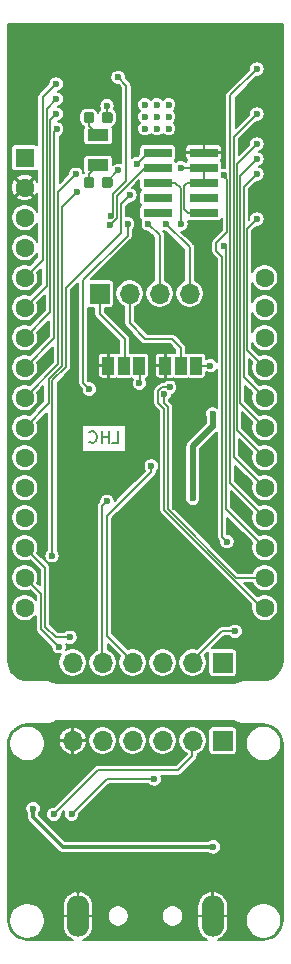
<source format=gbr>
G04 #@! TF.GenerationSoftware,KiCad,Pcbnew,5.1.10-88a1d61d58~90~ubuntu20.04.1*
G04 #@! TF.CreationDate,2021-07-18T21:46:05+01:00*
G04 #@! TF.ProjectId,lhc_tijolo32_board,6c68635f-7469-46a6-9f6c-6f33325f626f,rev?*
G04 #@! TF.SameCoordinates,Original*
G04 #@! TF.FileFunction,Copper,L2,Bot*
G04 #@! TF.FilePolarity,Positive*
%FSLAX46Y46*%
G04 Gerber Fmt 4.6, Leading zero omitted, Abs format (unit mm)*
G04 Created by KiCad (PCBNEW 5.1.10-88a1d61d58~90~ubuntu20.04.1) date 2021-07-18 21:46:05*
%MOMM*%
%LPD*%
G01*
G04 APERTURE LIST*
G04 #@! TA.AperFunction,NonConductor*
%ADD10C,0.150000*%
G04 #@! TD*
G04 #@! TA.AperFunction,ComponentPad*
%ADD11O,1.700000X1.700000*%
G04 #@! TD*
G04 #@! TA.AperFunction,ComponentPad*
%ADD12R,1.700000X1.700000*%
G04 #@! TD*
G04 #@! TA.AperFunction,ComponentPad*
%ADD13C,1.600000*%
G04 #@! TD*
G04 #@! TA.AperFunction,ComponentPad*
%ADD14R,1.600000X1.600000*%
G04 #@! TD*
G04 #@! TA.AperFunction,SMDPad,CuDef*
%ADD15R,1.000000X1.500000*%
G04 #@! TD*
G04 #@! TA.AperFunction,ComponentPad*
%ADD16O,1.900000X3.500000*%
G04 #@! TD*
G04 #@! TA.AperFunction,SMDPad,CuDef*
%ADD17R,1.800000X1.000000*%
G04 #@! TD*
G04 #@! TA.AperFunction,SMDPad,CuDef*
%ADD18R,2.400000X0.740000*%
G04 #@! TD*
G04 #@! TA.AperFunction,ViaPad*
%ADD19C,0.600000*%
G04 #@! TD*
G04 #@! TA.AperFunction,Conductor*
%ADD20C,0.203200*%
G04 #@! TD*
G04 #@! TA.AperFunction,Conductor*
%ADD21C,0.152400*%
G04 #@! TD*
G04 #@! TA.AperFunction,Conductor*
%ADD22C,0.508000*%
G04 #@! TD*
G04 #@! TA.AperFunction,Conductor*
%ADD23C,0.304800*%
G04 #@! TD*
G04 #@! TA.AperFunction,Conductor*
%ADD24C,0.200000*%
G04 #@! TD*
G04 #@! TA.AperFunction,Conductor*
%ADD25C,0.100000*%
G04 #@! TD*
G04 APERTURE END LIST*
D10*
X110814285Y-69542380D02*
X111290476Y-69542380D01*
X111290476Y-68542380D01*
X110480952Y-69542380D02*
X110480952Y-68542380D01*
X110480952Y-69018571D02*
X109909523Y-69018571D01*
X109909523Y-69542380D02*
X109909523Y-68542380D01*
X108861904Y-69447142D02*
X108909523Y-69494761D01*
X109052380Y-69542380D01*
X109147619Y-69542380D01*
X109290476Y-69494761D01*
X109385714Y-69399523D01*
X109433333Y-69304285D01*
X109480952Y-69113809D01*
X109480952Y-68970952D01*
X109433333Y-68780476D01*
X109385714Y-68685238D01*
X109290476Y-68590000D01*
X109147619Y-68542380D01*
X109052380Y-68542380D01*
X108909523Y-68590000D01*
X108861904Y-68637619D01*
D11*
X107442000Y-88138000D03*
X109982000Y-88138000D03*
X112522000Y-88138000D03*
X115062000Y-88138000D03*
X117602000Y-88138000D03*
D12*
X120142000Y-88138000D03*
D11*
X107442000Y-94742000D03*
X109982000Y-94742000D03*
X112522000Y-94742000D03*
X115062000Y-94742000D03*
X117602000Y-94742000D03*
D12*
X120142000Y-94742000D03*
D11*
X117348000Y-56896000D03*
X114808000Y-56896000D03*
X112268000Y-56896000D03*
D12*
X109728000Y-56896000D03*
D13*
X123700000Y-83480000D03*
X123700000Y-80940000D03*
X123700000Y-78400000D03*
X123700000Y-75860000D03*
X123700000Y-73320000D03*
X123700000Y-70780000D03*
X123700000Y-68240000D03*
X123700000Y-65700000D03*
X123700000Y-63160000D03*
X123700000Y-60620000D03*
X123700000Y-58080000D03*
X123700000Y-55540000D03*
D14*
X103380000Y-45380000D03*
D13*
X103380000Y-47920000D03*
X103380000Y-50460000D03*
X103380000Y-53000000D03*
X103380000Y-55540000D03*
X103380000Y-58080000D03*
X103380000Y-60620000D03*
X103380000Y-63160000D03*
X103380000Y-65700000D03*
X103380000Y-68240000D03*
X103380000Y-70780000D03*
X103380000Y-73320000D03*
X103380000Y-75860000D03*
X103380000Y-78400000D03*
X103380000Y-80940000D03*
X103380000Y-83480000D03*
D15*
X110460000Y-62992000D03*
X111760000Y-62992000D03*
X113060000Y-62992000D03*
X117886000Y-62992000D03*
X116586000Y-62992000D03*
X115286000Y-62992000D03*
D16*
X107900000Y-109590000D03*
X119300000Y-109590000D03*
D17*
X109600000Y-45990000D03*
X109600000Y-43490000D03*
D18*
X114650000Y-50030000D03*
X118550000Y-50030000D03*
X114650000Y-48760000D03*
X118550000Y-48760000D03*
X114650000Y-47490000D03*
X118550000Y-47490000D03*
X114650000Y-46220000D03*
X118550000Y-46220000D03*
X114650000Y-44950000D03*
X118550000Y-44950000D03*
G04 #@! TA.AperFunction,SMDPad,CuDef*
G36*
G01*
X109925000Y-47740000D02*
X109925000Y-47240000D01*
G75*
G02*
X110150000Y-47015000I225000J0D01*
G01*
X110600000Y-47015000D01*
G75*
G02*
X110825000Y-47240000I0J-225000D01*
G01*
X110825000Y-47740000D01*
G75*
G02*
X110600000Y-47965000I-225000J0D01*
G01*
X110150000Y-47965000D01*
G75*
G02*
X109925000Y-47740000I0J225000D01*
G01*
G37*
G04 #@! TD.AperFunction*
G04 #@! TA.AperFunction,SMDPad,CuDef*
G36*
G01*
X108375000Y-47740000D02*
X108375000Y-47240000D01*
G75*
G02*
X108600000Y-47015000I225000J0D01*
G01*
X109050000Y-47015000D01*
G75*
G02*
X109275000Y-47240000I0J-225000D01*
G01*
X109275000Y-47740000D01*
G75*
G02*
X109050000Y-47965000I-225000J0D01*
G01*
X108600000Y-47965000D01*
G75*
G02*
X108375000Y-47740000I0J225000D01*
G01*
G37*
G04 #@! TD.AperFunction*
G04 #@! TA.AperFunction,SMDPad,CuDef*
G36*
G01*
X109925000Y-42240000D02*
X109925000Y-41740000D01*
G75*
G02*
X110150000Y-41515000I225000J0D01*
G01*
X110600000Y-41515000D01*
G75*
G02*
X110825000Y-41740000I0J-225000D01*
G01*
X110825000Y-42240000D01*
G75*
G02*
X110600000Y-42465000I-225000J0D01*
G01*
X110150000Y-42465000D01*
G75*
G02*
X109925000Y-42240000I0J225000D01*
G01*
G37*
G04 #@! TD.AperFunction*
G04 #@! TA.AperFunction,SMDPad,CuDef*
G36*
G01*
X108375000Y-42240000D02*
X108375000Y-41740000D01*
G75*
G02*
X108600000Y-41515000I225000J0D01*
G01*
X109050000Y-41515000D01*
G75*
G02*
X109275000Y-41740000I0J-225000D01*
G01*
X109275000Y-42240000D01*
G75*
G02*
X109050000Y-42465000I-225000J0D01*
G01*
X108600000Y-42465000D01*
G75*
G02*
X108375000Y-42240000I0J225000D01*
G01*
G37*
G04 #@! TD.AperFunction*
D19*
X115570000Y-42926000D03*
X114554000Y-42926000D03*
X113538000Y-42926000D03*
X113538000Y-41910000D03*
X114554000Y-41910000D03*
X115570000Y-41910000D03*
X113538000Y-40894000D03*
X114554000Y-40894000D03*
X115570000Y-40894000D03*
X110350000Y-40990000D03*
X113100000Y-64490000D03*
X116600000Y-46240000D03*
X119100000Y-62990000D03*
X111319176Y-46459176D03*
X117600000Y-73240000D03*
X117600000Y-74240000D03*
X119300000Y-67090000D03*
X119299990Y-68090000D03*
X110980000Y-36610000D03*
X109980000Y-36610000D03*
X108980000Y-36610000D03*
X107980000Y-36610000D03*
X112350000Y-85740000D03*
X111600000Y-78990000D03*
X111975000Y-81865000D03*
X118600000Y-60490000D03*
X116100000Y-74990000D03*
X114203200Y-61690000D03*
X110900000Y-64390000D03*
X114350000Y-85861390D03*
X117700006Y-65290000D03*
X107100000Y-65189994D03*
X119499998Y-55990000D03*
X110200000Y-54890000D03*
X108850000Y-64990000D03*
X112100000Y-50990000D03*
X111300000Y-38590000D03*
X110694184Y-50284184D03*
X110600000Y-51090002D03*
X114650000Y-48760000D03*
X112900000Y-45886790D03*
X107800000Y-48290000D03*
X107700000Y-46790000D03*
X106089020Y-42960000D03*
X106040000Y-41690000D03*
X109600000Y-45990000D03*
X109600000Y-43490000D03*
X106040000Y-40420000D03*
X106040000Y-39150000D03*
X123040000Y-41690000D03*
X107350000Y-100990000D03*
X114350000Y-97990000D03*
X106300000Y-86790000D03*
X112303210Y-48545824D03*
X105700000Y-79090000D03*
X105850000Y-100990000D03*
X107200000Y-85990000D03*
X120299750Y-46890000D03*
X120500000Y-77890000D03*
X121200000Y-85490000D03*
X123040000Y-37880000D03*
X123040000Y-44230000D03*
X123040000Y-45500000D03*
X123040000Y-46770000D03*
X116600000Y-50990000D03*
X120255000Y-52850000D03*
X123040000Y-50580000D03*
X113850000Y-50990000D03*
X115200000Y-65390000D03*
X115350000Y-50990000D03*
X115654154Y-64822307D03*
X110350000Y-74490000D03*
X114100000Y-71490000D03*
X119350000Y-103740000D03*
X104100000Y-100490000D03*
D20*
X118550000Y-47490000D02*
X118550000Y-46220000D01*
X110375000Y-41015000D02*
X110350000Y-40990000D01*
X110375000Y-41990000D02*
X110375000Y-41015000D01*
X113150000Y-64440000D02*
X113100000Y-64490000D01*
X113150000Y-62990000D02*
X113150000Y-64440000D01*
D21*
X116620000Y-46220000D02*
X116600000Y-46240000D01*
X118550000Y-46220000D02*
X116620000Y-46220000D01*
X116879410Y-49711810D02*
X116879410Y-47769410D01*
X117197600Y-50030000D02*
X116879410Y-49711810D01*
X118550000Y-50030000D02*
X117197600Y-50030000D01*
X117158820Y-47490000D02*
X118550000Y-47490000D01*
X116879410Y-47769410D02*
X117158820Y-47490000D01*
X117900000Y-62990000D02*
X119100000Y-62990000D01*
X110375000Y-47490000D02*
X110375000Y-47403352D01*
X110375000Y-47403352D02*
X111319176Y-46459176D01*
D22*
X117600000Y-73240000D02*
X117600000Y-74240000D01*
X117600000Y-74240000D02*
X117600000Y-74240000D01*
X119300000Y-67090000D02*
X119300000Y-68089990D01*
X119300000Y-68089990D02*
X119299990Y-68090000D01*
X117600000Y-73240000D02*
X117600000Y-69789990D01*
X117600000Y-69789990D02*
X119299990Y-68090000D01*
D21*
X110550000Y-64040000D02*
X110900000Y-64390000D01*
X110550000Y-62990000D02*
X110550000Y-64040000D01*
X110900000Y-48494856D02*
X110900000Y-50078368D01*
X112000000Y-47394856D02*
X110900000Y-48494856D01*
X110900000Y-50078368D02*
X110694184Y-50284184D01*
X112000000Y-39290000D02*
X112000000Y-47394856D01*
X111300000Y-38590000D02*
X112000000Y-39290000D01*
X112100000Y-51990000D02*
X112100000Y-50990000D01*
X108350000Y-55740000D02*
X112100000Y-51990000D01*
X108350000Y-64490000D02*
X108350000Y-55740000D01*
X108850000Y-64990000D02*
X108350000Y-64490000D01*
X111200000Y-50490002D02*
X110600000Y-51090002D01*
X111200000Y-48590000D02*
X111200000Y-50490002D01*
X113570000Y-46220000D02*
X111200000Y-48590000D01*
X114650000Y-46220000D02*
X113570000Y-46220000D01*
X114650000Y-44950000D02*
X113836790Y-44950000D01*
X113836790Y-44950000D02*
X112900000Y-45886790D01*
D20*
X103380000Y-68240000D02*
X105428493Y-66191507D01*
X106551050Y-62995937D02*
X106551050Y-60922924D01*
X105428493Y-64118493D02*
X106551050Y-62995937D01*
X105428493Y-66191507D02*
X105428493Y-64118493D01*
X106551050Y-60922924D02*
X106551050Y-49590000D01*
X106551050Y-49538950D02*
X107800000Y-48290000D01*
X106551050Y-49590000D02*
X106551050Y-49538950D01*
X103380000Y-65700000D02*
X106220840Y-62859160D01*
X106220840Y-62859160D02*
X106220840Y-60786147D01*
X106220840Y-48269160D02*
X107700000Y-46790000D01*
X106220840Y-60786147D02*
X106220840Y-48269160D01*
X103380000Y-63160000D02*
X105890630Y-60649370D01*
X105890630Y-43158390D02*
X106089020Y-42960000D01*
X105890630Y-60649370D02*
X105890630Y-43158390D01*
X103380000Y-60620000D02*
X105560420Y-58439580D01*
X105560420Y-42169580D02*
X106040000Y-41690000D01*
X105560420Y-58439580D02*
X105560420Y-42169580D01*
X108825000Y-46765000D02*
X109600000Y-45990000D01*
X108825000Y-47490000D02*
X108825000Y-46765000D01*
X108825000Y-42715000D02*
X109600000Y-43490000D01*
X108825000Y-41990000D02*
X108825000Y-42715000D01*
X103380000Y-58080000D02*
X105230210Y-56229790D01*
X105230210Y-41229790D02*
X106040000Y-40420000D01*
X105230210Y-56229790D02*
X105230210Y-41229790D01*
X103380000Y-55540000D02*
X104900000Y-54020000D01*
X104900000Y-40290000D02*
X106040000Y-39150000D01*
X104900000Y-54020000D02*
X104900000Y-40290000D01*
D21*
X123700000Y-73320000D02*
X121082360Y-70702360D01*
X121082360Y-70702360D02*
X121082360Y-43647640D01*
X121082360Y-43647640D02*
X123040000Y-41690000D01*
D20*
X110350000Y-97990000D02*
X114350000Y-97990000D01*
X107350000Y-100990000D02*
X110350000Y-97990000D01*
D21*
X111503201Y-51796510D02*
X111503201Y-49345833D01*
X108000000Y-55299711D02*
X111503201Y-51796510D01*
X111503201Y-49345833D02*
X112303210Y-48545824D01*
X105733303Y-64244749D02*
X106855860Y-63122193D01*
X105733303Y-75651553D02*
X105733303Y-64244749D01*
X106855860Y-56443851D02*
X108000000Y-55299711D01*
X106855860Y-63122193D02*
X106855860Y-56443851D01*
D20*
X106300000Y-86790000D02*
X104769789Y-85259789D01*
X104769789Y-85259789D02*
X104769789Y-82329789D01*
X104769789Y-82329789D02*
X103380000Y-80940000D01*
D21*
X105733303Y-79056697D02*
X105700000Y-79090000D01*
X105733303Y-75651553D02*
X105733303Y-79056697D01*
D20*
X105850000Y-100990000D02*
X109600000Y-97240000D01*
X109600000Y-97240000D02*
X116350000Y-97240000D01*
X117560000Y-96030000D02*
X117560000Y-94590000D01*
X116350000Y-97240000D02*
X117560000Y-96030000D01*
X105100000Y-85090000D02*
X105100000Y-80120000D01*
X106000000Y-85990000D02*
X105100000Y-85090000D01*
X105100000Y-80120000D02*
X103380000Y-78400000D01*
X107200000Y-85990000D02*
X106000000Y-85990000D01*
D21*
X120299750Y-46989750D02*
X120523540Y-47213540D01*
X120299750Y-46890000D02*
X120299750Y-46989750D01*
X120523540Y-47213540D02*
X120523540Y-49992222D01*
X120523540Y-49992222D02*
X120523540Y-51666460D01*
X120523540Y-51666460D02*
X119600000Y-52590000D01*
X119600000Y-52590000D02*
X119600000Y-53290000D01*
X120120589Y-53810589D02*
X120120589Y-66369411D01*
X119600000Y-53290000D02*
X120120589Y-53810589D01*
X120120589Y-77510589D02*
X120500000Y-77890000D01*
X120120589Y-66369411D02*
X120120589Y-77510589D01*
X120060000Y-85490000D02*
X117560000Y-87990000D01*
X121200000Y-85490000D02*
X120060000Y-85490000D01*
X123700000Y-75860000D02*
X120800000Y-72960000D01*
X120800000Y-72960000D02*
X120800000Y-54290000D01*
X120802950Y-54287050D02*
X120802950Y-40117050D01*
X120800000Y-54290000D02*
X120802950Y-54287050D01*
X120802950Y-40117050D02*
X123040000Y-37880000D01*
X123700000Y-70780000D02*
X121361770Y-68441770D01*
X121361770Y-68441770D02*
X121361770Y-45908230D01*
X121361770Y-45908230D02*
X123040000Y-44230000D01*
X121641180Y-66181180D02*
X121641180Y-46898820D01*
X121641180Y-46898820D02*
X123040000Y-45500000D01*
X123700000Y-68240000D02*
X121641180Y-66181180D01*
X121920590Y-47889410D02*
X123040000Y-46770000D01*
X123700000Y-65700000D02*
X121920590Y-63920590D01*
X121920590Y-63920590D02*
X121920590Y-47889410D01*
X116100000Y-47490000D02*
X114650000Y-47490000D01*
X116600000Y-47990000D02*
X116100000Y-47490000D01*
X116600000Y-50990000D02*
X116600000Y-47990000D01*
X123700000Y-78400000D02*
X120399999Y-75099999D01*
X120399999Y-54389999D02*
X120399999Y-52994999D01*
X120399999Y-52994999D02*
X120255000Y-52850000D01*
X120399999Y-75099999D02*
X120399999Y-54389999D01*
X122200000Y-61660000D02*
X122200000Y-51420000D01*
X123700000Y-63160000D02*
X122200000Y-61660000D01*
X122200000Y-51420000D02*
X123040000Y-50580000D01*
D20*
X109730000Y-56810000D02*
X109730000Y-58620000D01*
X111850000Y-60740000D02*
X111850000Y-62990000D01*
X109730000Y-58620000D02*
X111850000Y-60740000D01*
X112270000Y-56810000D02*
X112270000Y-59410000D01*
X112270000Y-59410000D02*
X113600000Y-60740000D01*
X113600000Y-60740000D02*
X115850000Y-60740000D01*
X116600000Y-61490000D02*
X116600000Y-62990000D01*
X115850000Y-60740000D02*
X116600000Y-61490000D01*
X114810000Y-51950000D02*
X114810000Y-56810000D01*
X113850000Y-50990000D02*
X114810000Y-51950000D01*
D21*
X115200000Y-66190000D02*
X115200000Y-65390000D01*
X115500000Y-66490000D02*
X115200000Y-66190000D01*
X115500000Y-75134738D02*
X115500000Y-66490000D01*
X121305262Y-80940000D02*
X115500000Y-75134738D01*
X123700000Y-80940000D02*
X121305262Y-80940000D01*
D20*
X117350000Y-52990000D02*
X117350000Y-56810000D01*
X115350000Y-50990000D02*
X117350000Y-52990000D01*
D21*
X114696799Y-66166209D02*
X114696799Y-65148463D01*
X115022955Y-64822307D02*
X115654154Y-64822307D01*
X115200000Y-66669410D02*
X114696799Y-66166209D01*
X114696799Y-65148463D02*
X115022955Y-64822307D01*
X115200000Y-75229882D02*
X115200000Y-66669410D01*
X123450118Y-83480000D02*
X115200000Y-75229882D01*
X123700000Y-83480000D02*
X123450118Y-83480000D01*
D20*
X109940000Y-74900000D02*
X109940000Y-87990000D01*
X110350000Y-74490000D02*
X109940000Y-74900000D01*
X110350000Y-75740000D02*
X110350000Y-85860000D01*
X110350000Y-85860000D02*
X112480000Y-87990000D01*
X111600000Y-74490000D02*
X110350000Y-75740000D01*
X114100000Y-71990000D02*
X111600000Y-74490000D01*
X114100000Y-71490000D02*
X114100000Y-71990000D01*
D23*
X119350000Y-103740000D02*
X106600000Y-103740000D01*
X104100000Y-101240000D02*
X104100000Y-100490000D01*
X106600000Y-103740000D02*
X104100000Y-101240000D01*
D24*
X121350464Y-93211456D02*
X121382219Y-93224544D01*
X121413795Y-93238078D01*
X121418851Y-93239643D01*
X121699105Y-93324257D01*
X121732801Y-93330929D01*
X121766401Y-93338071D01*
X121771664Y-93338624D01*
X122063016Y-93367191D01*
X122063024Y-93367191D01*
X122081390Y-93369000D01*
X123581465Y-93369000D01*
X123914501Y-93401655D01*
X124217022Y-93492991D01*
X124496043Y-93641350D01*
X124740934Y-93841079D01*
X124942363Y-94084564D01*
X125092663Y-94362539D01*
X125186110Y-94664419D01*
X125221001Y-94996377D01*
X125221000Y-109971465D01*
X125188345Y-110304502D01*
X125097009Y-110607022D01*
X124948651Y-110886042D01*
X124748923Y-111130932D01*
X124505436Y-111332363D01*
X124227457Y-111482665D01*
X123925582Y-111576110D01*
X123593631Y-111611000D01*
X119752966Y-111611000D01*
X119774074Y-111605072D01*
X120002014Y-111489237D01*
X120202975Y-111331159D01*
X120369236Y-111136913D01*
X120494407Y-110913964D01*
X120573677Y-110670879D01*
X120604000Y-110417000D01*
X120604000Y-109841305D01*
X122090271Y-109841305D01*
X122090271Y-110138695D01*
X122148289Y-110430372D01*
X122262095Y-110705125D01*
X122427317Y-110952396D01*
X122637604Y-111162683D01*
X122884875Y-111327905D01*
X123159628Y-111441711D01*
X123451305Y-111499729D01*
X123748695Y-111499729D01*
X124040372Y-111441711D01*
X124315125Y-111327905D01*
X124562396Y-111162683D01*
X124772683Y-110952396D01*
X124937905Y-110705125D01*
X125051711Y-110430372D01*
X125109729Y-110138695D01*
X125109729Y-109841305D01*
X125051711Y-109549628D01*
X124937905Y-109274875D01*
X124772683Y-109027604D01*
X124562396Y-108817317D01*
X124315125Y-108652095D01*
X124040372Y-108538289D01*
X123748695Y-108480271D01*
X123451305Y-108480271D01*
X123159628Y-108538289D01*
X122884875Y-108652095D01*
X122637604Y-108817317D01*
X122427317Y-109027604D01*
X122262095Y-109274875D01*
X122148289Y-109549628D01*
X122090271Y-109841305D01*
X120604000Y-109841305D01*
X120604000Y-109617000D01*
X119327000Y-109617000D01*
X119327000Y-109637000D01*
X119273000Y-109637000D01*
X119273000Y-109617000D01*
X117996000Y-109617000D01*
X117996000Y-110417000D01*
X118026323Y-110670879D01*
X118105593Y-110913964D01*
X118230764Y-111136913D01*
X118397025Y-111331159D01*
X118597986Y-111489237D01*
X118825926Y-111605072D01*
X118847034Y-111611000D01*
X108352966Y-111611000D01*
X108374074Y-111605072D01*
X108602014Y-111489237D01*
X108802975Y-111331159D01*
X108969236Y-111136913D01*
X109094407Y-110913964D01*
X109173677Y-110670879D01*
X109204000Y-110417000D01*
X109204000Y-109617000D01*
X107927000Y-109617000D01*
X107927000Y-109637000D01*
X107873000Y-109637000D01*
X107873000Y-109617000D01*
X106596000Y-109617000D01*
X106596000Y-110417000D01*
X106626323Y-110670879D01*
X106705593Y-110913964D01*
X106830764Y-111136913D01*
X106997025Y-111331159D01*
X107197986Y-111489237D01*
X107425926Y-111605072D01*
X107447034Y-111611000D01*
X103618535Y-111611000D01*
X103285498Y-111578345D01*
X102982978Y-111487009D01*
X102703958Y-111338651D01*
X102459068Y-111138923D01*
X102257637Y-110895436D01*
X102107335Y-110617457D01*
X102013890Y-110315582D01*
X101979000Y-109983631D01*
X101979000Y-109841305D01*
X102090271Y-109841305D01*
X102090271Y-110138695D01*
X102148289Y-110430372D01*
X102262095Y-110705125D01*
X102427317Y-110952396D01*
X102637604Y-111162683D01*
X102884875Y-111327905D01*
X103159628Y-111441711D01*
X103451305Y-111499729D01*
X103748695Y-111499729D01*
X104040372Y-111441711D01*
X104315125Y-111327905D01*
X104562396Y-111162683D01*
X104772683Y-110952396D01*
X104937905Y-110705125D01*
X105051711Y-110430372D01*
X105109729Y-110138695D01*
X105109729Y-109841305D01*
X105051711Y-109549628D01*
X104937905Y-109274875D01*
X104772683Y-109027604D01*
X104562396Y-108817317D01*
X104481106Y-108763000D01*
X106596000Y-108763000D01*
X106596000Y-109563000D01*
X107873000Y-109563000D01*
X107873000Y-107574800D01*
X107927000Y-107574800D01*
X107927000Y-109563000D01*
X109204000Y-109563000D01*
X109204000Y-109500964D01*
X110396000Y-109500964D01*
X110396000Y-109679036D01*
X110430740Y-109853687D01*
X110498886Y-110018205D01*
X110597817Y-110166266D01*
X110723734Y-110292183D01*
X110871795Y-110391114D01*
X111036313Y-110459260D01*
X111210964Y-110494000D01*
X111389036Y-110494000D01*
X111563687Y-110459260D01*
X111728205Y-110391114D01*
X111876266Y-110292183D01*
X112002183Y-110166266D01*
X112101114Y-110018205D01*
X112169260Y-109853687D01*
X112204000Y-109679036D01*
X112204000Y-109500964D01*
X114996000Y-109500964D01*
X114996000Y-109679036D01*
X115030740Y-109853687D01*
X115098886Y-110018205D01*
X115197817Y-110166266D01*
X115323734Y-110292183D01*
X115471795Y-110391114D01*
X115636313Y-110459260D01*
X115810964Y-110494000D01*
X115989036Y-110494000D01*
X116163687Y-110459260D01*
X116328205Y-110391114D01*
X116476266Y-110292183D01*
X116602183Y-110166266D01*
X116701114Y-110018205D01*
X116769260Y-109853687D01*
X116804000Y-109679036D01*
X116804000Y-109500964D01*
X116769260Y-109326313D01*
X116701114Y-109161795D01*
X116602183Y-109013734D01*
X116476266Y-108887817D01*
X116328205Y-108788886D01*
X116265712Y-108763000D01*
X117996000Y-108763000D01*
X117996000Y-109563000D01*
X119273000Y-109563000D01*
X119273000Y-107574800D01*
X119327000Y-107574800D01*
X119327000Y-109563000D01*
X120604000Y-109563000D01*
X120604000Y-108763000D01*
X120573677Y-108509121D01*
X120494407Y-108266036D01*
X120369236Y-108043087D01*
X120202975Y-107848841D01*
X120002014Y-107690763D01*
X119774074Y-107574928D01*
X119530614Y-107506555D01*
X119327000Y-107574800D01*
X119273000Y-107574800D01*
X119069386Y-107506555D01*
X118825926Y-107574928D01*
X118597986Y-107690763D01*
X118397025Y-107848841D01*
X118230764Y-108043087D01*
X118105593Y-108266036D01*
X118026323Y-108509121D01*
X117996000Y-108763000D01*
X116265712Y-108763000D01*
X116163687Y-108720740D01*
X115989036Y-108686000D01*
X115810964Y-108686000D01*
X115636313Y-108720740D01*
X115471795Y-108788886D01*
X115323734Y-108887817D01*
X115197817Y-109013734D01*
X115098886Y-109161795D01*
X115030740Y-109326313D01*
X114996000Y-109500964D01*
X112204000Y-109500964D01*
X112169260Y-109326313D01*
X112101114Y-109161795D01*
X112002183Y-109013734D01*
X111876266Y-108887817D01*
X111728205Y-108788886D01*
X111563687Y-108720740D01*
X111389036Y-108686000D01*
X111210964Y-108686000D01*
X111036313Y-108720740D01*
X110871795Y-108788886D01*
X110723734Y-108887817D01*
X110597817Y-109013734D01*
X110498886Y-109161795D01*
X110430740Y-109326313D01*
X110396000Y-109500964D01*
X109204000Y-109500964D01*
X109204000Y-108763000D01*
X109173677Y-108509121D01*
X109094407Y-108266036D01*
X108969236Y-108043087D01*
X108802975Y-107848841D01*
X108602014Y-107690763D01*
X108374074Y-107574928D01*
X108130614Y-107506555D01*
X107927000Y-107574800D01*
X107873000Y-107574800D01*
X107669386Y-107506555D01*
X107425926Y-107574928D01*
X107197986Y-107690763D01*
X106997025Y-107848841D01*
X106830764Y-108043087D01*
X106705593Y-108266036D01*
X106626323Y-108509121D01*
X106596000Y-108763000D01*
X104481106Y-108763000D01*
X104315125Y-108652095D01*
X104040372Y-108538289D01*
X103748695Y-108480271D01*
X103451305Y-108480271D01*
X103159628Y-108538289D01*
X102884875Y-108652095D01*
X102637604Y-108817317D01*
X102427317Y-109027604D01*
X102262095Y-109274875D01*
X102148289Y-109549628D01*
X102090271Y-109841305D01*
X101979000Y-109841305D01*
X101979000Y-100425587D01*
X103446000Y-100425587D01*
X103446000Y-100554413D01*
X103471133Y-100680765D01*
X103520433Y-100799785D01*
X103592005Y-100906900D01*
X103593600Y-100908495D01*
X103593600Y-101215133D01*
X103591151Y-101240000D01*
X103593600Y-101264866D01*
X103593600Y-101264875D01*
X103600927Y-101339271D01*
X103629884Y-101434727D01*
X103676907Y-101522702D01*
X103740189Y-101599811D01*
X103759518Y-101615674D01*
X106224331Y-104080488D01*
X106240189Y-104099811D01*
X106317298Y-104163093D01*
X106405272Y-104210116D01*
X106500728Y-104239073D01*
X106575124Y-104246400D01*
X106575134Y-104246400D01*
X106600000Y-104248849D01*
X106624866Y-104246400D01*
X118931505Y-104246400D01*
X118933100Y-104247995D01*
X119040215Y-104319567D01*
X119159235Y-104368867D01*
X119285587Y-104394000D01*
X119414413Y-104394000D01*
X119540765Y-104368867D01*
X119659785Y-104319567D01*
X119766900Y-104247995D01*
X119857995Y-104156900D01*
X119929567Y-104049785D01*
X119978867Y-103930765D01*
X120004000Y-103804413D01*
X120004000Y-103675587D01*
X119978867Y-103549235D01*
X119929567Y-103430215D01*
X119857995Y-103323100D01*
X119766900Y-103232005D01*
X119659785Y-103160433D01*
X119540765Y-103111133D01*
X119414413Y-103086000D01*
X119285587Y-103086000D01*
X119159235Y-103111133D01*
X119040215Y-103160433D01*
X118933100Y-103232005D01*
X118931505Y-103233600D01*
X106809757Y-103233600D01*
X104606400Y-101030244D01*
X104606400Y-100925587D01*
X105196000Y-100925587D01*
X105196000Y-101054413D01*
X105221133Y-101180765D01*
X105270433Y-101299785D01*
X105342005Y-101406900D01*
X105433100Y-101497995D01*
X105540215Y-101569567D01*
X105659235Y-101618867D01*
X105785587Y-101644000D01*
X105914413Y-101644000D01*
X106040765Y-101618867D01*
X106159785Y-101569567D01*
X106266900Y-101497995D01*
X106357995Y-101406900D01*
X106429567Y-101299785D01*
X106478867Y-101180765D01*
X106504000Y-101054413D01*
X106504000Y-100980315D01*
X106746626Y-100737689D01*
X106721133Y-100799235D01*
X106696000Y-100925587D01*
X106696000Y-101054413D01*
X106721133Y-101180765D01*
X106770433Y-101299785D01*
X106842005Y-101406900D01*
X106933100Y-101497995D01*
X107040215Y-101569567D01*
X107159235Y-101618867D01*
X107285587Y-101644000D01*
X107414413Y-101644000D01*
X107540765Y-101618867D01*
X107659785Y-101569567D01*
X107766900Y-101497995D01*
X107857995Y-101406900D01*
X107929567Y-101299785D01*
X107978867Y-101180765D01*
X108004000Y-101054413D01*
X108004000Y-100980315D01*
X110538716Y-98445600D01*
X113880705Y-98445600D01*
X113933100Y-98497995D01*
X114040215Y-98569567D01*
X114159235Y-98618867D01*
X114285587Y-98644000D01*
X114414413Y-98644000D01*
X114540765Y-98618867D01*
X114659785Y-98569567D01*
X114766900Y-98497995D01*
X114857995Y-98406900D01*
X114929567Y-98299785D01*
X114978867Y-98180765D01*
X115004000Y-98054413D01*
X115004000Y-97925587D01*
X114978867Y-97799235D01*
X114935940Y-97695600D01*
X116327631Y-97695600D01*
X116350000Y-97697803D01*
X116372369Y-97695600D01*
X116372376Y-97695600D01*
X116439313Y-97689007D01*
X116525194Y-97662956D01*
X116604342Y-97620650D01*
X116673716Y-97563716D01*
X116687982Y-97546333D01*
X117866335Y-96367980D01*
X117883716Y-96353716D01*
X117940650Y-96284342D01*
X117982956Y-96205194D01*
X118009007Y-96119313D01*
X118015600Y-96052376D01*
X118015600Y-96052367D01*
X118017803Y-96030001D01*
X118015600Y-96007635D01*
X118015600Y-95873882D01*
X118172308Y-95808971D01*
X118369505Y-95677208D01*
X118537208Y-95509505D01*
X118668971Y-95312308D01*
X118759731Y-95093194D01*
X118806000Y-94860584D01*
X118806000Y-94623416D01*
X118759731Y-94390806D01*
X118668971Y-94171692D01*
X118537208Y-93974495D01*
X118454713Y-93892000D01*
X118936288Y-93892000D01*
X118936288Y-95592000D01*
X118943123Y-95661396D01*
X118963365Y-95728125D01*
X118996236Y-95789623D01*
X119040474Y-95843526D01*
X119094377Y-95887764D01*
X119155875Y-95920635D01*
X119222604Y-95940877D01*
X119292000Y-95947712D01*
X120992000Y-95947712D01*
X121061396Y-95940877D01*
X121128125Y-95920635D01*
X121189623Y-95887764D01*
X121243526Y-95843526D01*
X121287764Y-95789623D01*
X121320635Y-95728125D01*
X121340877Y-95661396D01*
X121347712Y-95592000D01*
X121347712Y-94841305D01*
X122090271Y-94841305D01*
X122090271Y-95138695D01*
X122148289Y-95430372D01*
X122262095Y-95705125D01*
X122427317Y-95952396D01*
X122637604Y-96162683D01*
X122884875Y-96327905D01*
X123159628Y-96441711D01*
X123451305Y-96499729D01*
X123748695Y-96499729D01*
X124040372Y-96441711D01*
X124315125Y-96327905D01*
X124562396Y-96162683D01*
X124772683Y-95952396D01*
X124937905Y-95705125D01*
X125051711Y-95430372D01*
X125109729Y-95138695D01*
X125109729Y-94841305D01*
X125051711Y-94549628D01*
X124937905Y-94274875D01*
X124772683Y-94027604D01*
X124562396Y-93817317D01*
X124315125Y-93652095D01*
X124040372Y-93538289D01*
X123748695Y-93480271D01*
X123451305Y-93480271D01*
X123159628Y-93538289D01*
X122884875Y-93652095D01*
X122637604Y-93817317D01*
X122427317Y-94027604D01*
X122262095Y-94274875D01*
X122148289Y-94549628D01*
X122090271Y-94841305D01*
X121347712Y-94841305D01*
X121347712Y-93892000D01*
X121340877Y-93822604D01*
X121320635Y-93755875D01*
X121287764Y-93694377D01*
X121243526Y-93640474D01*
X121189623Y-93596236D01*
X121128125Y-93563365D01*
X121061396Y-93543123D01*
X120992000Y-93536288D01*
X119292000Y-93536288D01*
X119222604Y-93543123D01*
X119155875Y-93563365D01*
X119094377Y-93596236D01*
X119040474Y-93640474D01*
X118996236Y-93694377D01*
X118963365Y-93755875D01*
X118943123Y-93822604D01*
X118936288Y-93892000D01*
X118454713Y-93892000D01*
X118369505Y-93806792D01*
X118172308Y-93675029D01*
X117953194Y-93584269D01*
X117720584Y-93538000D01*
X117483416Y-93538000D01*
X117250806Y-93584269D01*
X117031692Y-93675029D01*
X116834495Y-93806792D01*
X116666792Y-93974495D01*
X116535029Y-94171692D01*
X116444269Y-94390806D01*
X116398000Y-94623416D01*
X116398000Y-94860584D01*
X116444269Y-95093194D01*
X116535029Y-95312308D01*
X116666792Y-95509505D01*
X116834495Y-95677208D01*
X117031692Y-95808971D01*
X117104400Y-95839088D01*
X117104400Y-95841285D01*
X116161285Y-96784400D01*
X109622369Y-96784400D01*
X109600000Y-96782197D01*
X109577631Y-96784400D01*
X109577624Y-96784400D01*
X109519177Y-96790157D01*
X109510686Y-96790993D01*
X109424805Y-96817044D01*
X109397236Y-96831781D01*
X109345658Y-96859350D01*
X109312007Y-96886967D01*
X109293664Y-96902020D01*
X109293661Y-96902023D01*
X109276284Y-96916284D01*
X109262023Y-96933661D01*
X105859685Y-100336000D01*
X105785587Y-100336000D01*
X105659235Y-100361133D01*
X105540215Y-100410433D01*
X105433100Y-100482005D01*
X105342005Y-100573100D01*
X105270433Y-100680215D01*
X105221133Y-100799235D01*
X105196000Y-100925587D01*
X104606400Y-100925587D01*
X104606400Y-100908495D01*
X104607995Y-100906900D01*
X104679567Y-100799785D01*
X104728867Y-100680765D01*
X104754000Y-100554413D01*
X104754000Y-100425587D01*
X104728867Y-100299235D01*
X104679567Y-100180215D01*
X104607995Y-100073100D01*
X104516900Y-99982005D01*
X104409785Y-99910433D01*
X104290765Y-99861133D01*
X104164413Y-99836000D01*
X104035587Y-99836000D01*
X103909235Y-99861133D01*
X103790215Y-99910433D01*
X103683100Y-99982005D01*
X103592005Y-100073100D01*
X103520433Y-100180215D01*
X103471133Y-100299235D01*
X103446000Y-100425587D01*
X101979000Y-100425587D01*
X101979000Y-95008535D01*
X101995397Y-94841305D01*
X102090271Y-94841305D01*
X102090271Y-95138695D01*
X102148289Y-95430372D01*
X102262095Y-95705125D01*
X102427317Y-95952396D01*
X102637604Y-96162683D01*
X102884875Y-96327905D01*
X103159628Y-96441711D01*
X103451305Y-96499729D01*
X103748695Y-96499729D01*
X104040372Y-96441711D01*
X104315125Y-96327905D01*
X104562396Y-96162683D01*
X104772683Y-95952396D01*
X104937905Y-95705125D01*
X105051711Y-95430372D01*
X105109729Y-95138695D01*
X105109729Y-94956967D01*
X106257345Y-94956967D01*
X106322046Y-95183951D01*
X106429786Y-95393951D01*
X106576425Y-95578897D01*
X106756327Y-95731682D01*
X106962579Y-95846434D01*
X107187255Y-95918743D01*
X107227033Y-95926654D01*
X107415000Y-95857173D01*
X107415000Y-94769000D01*
X107469000Y-94769000D01*
X107469000Y-95857173D01*
X107656967Y-95926654D01*
X107696745Y-95918743D01*
X107921421Y-95846434D01*
X108127673Y-95731682D01*
X108307575Y-95578897D01*
X108454214Y-95393951D01*
X108561954Y-95183951D01*
X108626655Y-94956967D01*
X108557198Y-94769000D01*
X107469000Y-94769000D01*
X107415000Y-94769000D01*
X106326802Y-94769000D01*
X106257345Y-94956967D01*
X105109729Y-94956967D01*
X105109729Y-94841305D01*
X105051711Y-94549628D01*
X105042352Y-94527033D01*
X106257345Y-94527033D01*
X106326802Y-94715000D01*
X107415000Y-94715000D01*
X107415000Y-93626827D01*
X107469000Y-93626827D01*
X107469000Y-94715000D01*
X108557198Y-94715000D01*
X108591039Y-94623416D01*
X108778000Y-94623416D01*
X108778000Y-94860584D01*
X108824269Y-95093194D01*
X108915029Y-95312308D01*
X109046792Y-95509505D01*
X109214495Y-95677208D01*
X109411692Y-95808971D01*
X109630806Y-95899731D01*
X109863416Y-95946000D01*
X110100584Y-95946000D01*
X110333194Y-95899731D01*
X110552308Y-95808971D01*
X110749505Y-95677208D01*
X110917208Y-95509505D01*
X111048971Y-95312308D01*
X111139731Y-95093194D01*
X111186000Y-94860584D01*
X111186000Y-94623416D01*
X111318000Y-94623416D01*
X111318000Y-94860584D01*
X111364269Y-95093194D01*
X111455029Y-95312308D01*
X111586792Y-95509505D01*
X111754495Y-95677208D01*
X111951692Y-95808971D01*
X112170806Y-95899731D01*
X112403416Y-95946000D01*
X112640584Y-95946000D01*
X112873194Y-95899731D01*
X113092308Y-95808971D01*
X113289505Y-95677208D01*
X113457208Y-95509505D01*
X113588971Y-95312308D01*
X113679731Y-95093194D01*
X113726000Y-94860584D01*
X113726000Y-94623416D01*
X113858000Y-94623416D01*
X113858000Y-94860584D01*
X113904269Y-95093194D01*
X113995029Y-95312308D01*
X114126792Y-95509505D01*
X114294495Y-95677208D01*
X114491692Y-95808971D01*
X114710806Y-95899731D01*
X114943416Y-95946000D01*
X115180584Y-95946000D01*
X115413194Y-95899731D01*
X115632308Y-95808971D01*
X115829505Y-95677208D01*
X115997208Y-95509505D01*
X116128971Y-95312308D01*
X116219731Y-95093194D01*
X116266000Y-94860584D01*
X116266000Y-94623416D01*
X116219731Y-94390806D01*
X116128971Y-94171692D01*
X115997208Y-93974495D01*
X115829505Y-93806792D01*
X115632308Y-93675029D01*
X115413194Y-93584269D01*
X115180584Y-93538000D01*
X114943416Y-93538000D01*
X114710806Y-93584269D01*
X114491692Y-93675029D01*
X114294495Y-93806792D01*
X114126792Y-93974495D01*
X113995029Y-94171692D01*
X113904269Y-94390806D01*
X113858000Y-94623416D01*
X113726000Y-94623416D01*
X113679731Y-94390806D01*
X113588971Y-94171692D01*
X113457208Y-93974495D01*
X113289505Y-93806792D01*
X113092308Y-93675029D01*
X112873194Y-93584269D01*
X112640584Y-93538000D01*
X112403416Y-93538000D01*
X112170806Y-93584269D01*
X111951692Y-93675029D01*
X111754495Y-93806792D01*
X111586792Y-93974495D01*
X111455029Y-94171692D01*
X111364269Y-94390806D01*
X111318000Y-94623416D01*
X111186000Y-94623416D01*
X111139731Y-94390806D01*
X111048971Y-94171692D01*
X110917208Y-93974495D01*
X110749505Y-93806792D01*
X110552308Y-93675029D01*
X110333194Y-93584269D01*
X110100584Y-93538000D01*
X109863416Y-93538000D01*
X109630806Y-93584269D01*
X109411692Y-93675029D01*
X109214495Y-93806792D01*
X109046792Y-93974495D01*
X108915029Y-94171692D01*
X108824269Y-94390806D01*
X108778000Y-94623416D01*
X108591039Y-94623416D01*
X108626655Y-94527033D01*
X108561954Y-94300049D01*
X108454214Y-94090049D01*
X108307575Y-93905103D01*
X108127673Y-93752318D01*
X107921421Y-93637566D01*
X107696745Y-93565257D01*
X107656967Y-93557346D01*
X107469000Y-93626827D01*
X107415000Y-93626827D01*
X107227033Y-93557346D01*
X107187255Y-93565257D01*
X106962579Y-93637566D01*
X106756327Y-93752318D01*
X106576425Y-93905103D01*
X106429786Y-94090049D01*
X106322046Y-94300049D01*
X106257345Y-94527033D01*
X105042352Y-94527033D01*
X104937905Y-94274875D01*
X104772683Y-94027604D01*
X104562396Y-93817317D01*
X104315125Y-93652095D01*
X104040372Y-93538289D01*
X103748695Y-93480271D01*
X103451305Y-93480271D01*
X103159628Y-93538289D01*
X102884875Y-93652095D01*
X102637604Y-93817317D01*
X102427317Y-94027604D01*
X102262095Y-94274875D01*
X102148289Y-94549628D01*
X102090271Y-94841305D01*
X101995397Y-94841305D01*
X102011655Y-94675499D01*
X102102991Y-94372978D01*
X102251350Y-94093957D01*
X102451079Y-93849066D01*
X102694564Y-93647637D01*
X102972539Y-93497337D01*
X103274419Y-93403890D01*
X103606368Y-93369000D01*
X105118610Y-93369000D01*
X105119925Y-93368871D01*
X105123586Y-93368845D01*
X105140713Y-93367045D01*
X105157927Y-93367045D01*
X105163190Y-93366492D01*
X105454115Y-93333859D01*
X105487735Y-93326713D01*
X105521410Y-93320045D01*
X105526464Y-93318481D01*
X105526470Y-93318479D01*
X105805511Y-93229962D01*
X105837076Y-93216433D01*
X105868842Y-93203340D01*
X105873498Y-93200823D01*
X106075084Y-93090000D01*
X121122039Y-93090000D01*
X121350464Y-93211456D01*
G04 #@! TA.AperFunction,Conductor*
D25*
G36*
X121350464Y-93211456D02*
G01*
X121382219Y-93224544D01*
X121413795Y-93238078D01*
X121418851Y-93239643D01*
X121699105Y-93324257D01*
X121732801Y-93330929D01*
X121766401Y-93338071D01*
X121771664Y-93338624D01*
X122063016Y-93367191D01*
X122063024Y-93367191D01*
X122081390Y-93369000D01*
X123581465Y-93369000D01*
X123914501Y-93401655D01*
X124217022Y-93492991D01*
X124496043Y-93641350D01*
X124740934Y-93841079D01*
X124942363Y-94084564D01*
X125092663Y-94362539D01*
X125186110Y-94664419D01*
X125221001Y-94996377D01*
X125221000Y-109971465D01*
X125188345Y-110304502D01*
X125097009Y-110607022D01*
X124948651Y-110886042D01*
X124748923Y-111130932D01*
X124505436Y-111332363D01*
X124227457Y-111482665D01*
X123925582Y-111576110D01*
X123593631Y-111611000D01*
X119752966Y-111611000D01*
X119774074Y-111605072D01*
X120002014Y-111489237D01*
X120202975Y-111331159D01*
X120369236Y-111136913D01*
X120494407Y-110913964D01*
X120573677Y-110670879D01*
X120604000Y-110417000D01*
X120604000Y-109841305D01*
X122090271Y-109841305D01*
X122090271Y-110138695D01*
X122148289Y-110430372D01*
X122262095Y-110705125D01*
X122427317Y-110952396D01*
X122637604Y-111162683D01*
X122884875Y-111327905D01*
X123159628Y-111441711D01*
X123451305Y-111499729D01*
X123748695Y-111499729D01*
X124040372Y-111441711D01*
X124315125Y-111327905D01*
X124562396Y-111162683D01*
X124772683Y-110952396D01*
X124937905Y-110705125D01*
X125051711Y-110430372D01*
X125109729Y-110138695D01*
X125109729Y-109841305D01*
X125051711Y-109549628D01*
X124937905Y-109274875D01*
X124772683Y-109027604D01*
X124562396Y-108817317D01*
X124315125Y-108652095D01*
X124040372Y-108538289D01*
X123748695Y-108480271D01*
X123451305Y-108480271D01*
X123159628Y-108538289D01*
X122884875Y-108652095D01*
X122637604Y-108817317D01*
X122427317Y-109027604D01*
X122262095Y-109274875D01*
X122148289Y-109549628D01*
X122090271Y-109841305D01*
X120604000Y-109841305D01*
X120604000Y-109617000D01*
X119327000Y-109617000D01*
X119327000Y-109637000D01*
X119273000Y-109637000D01*
X119273000Y-109617000D01*
X117996000Y-109617000D01*
X117996000Y-110417000D01*
X118026323Y-110670879D01*
X118105593Y-110913964D01*
X118230764Y-111136913D01*
X118397025Y-111331159D01*
X118597986Y-111489237D01*
X118825926Y-111605072D01*
X118847034Y-111611000D01*
X108352966Y-111611000D01*
X108374074Y-111605072D01*
X108602014Y-111489237D01*
X108802975Y-111331159D01*
X108969236Y-111136913D01*
X109094407Y-110913964D01*
X109173677Y-110670879D01*
X109204000Y-110417000D01*
X109204000Y-109617000D01*
X107927000Y-109617000D01*
X107927000Y-109637000D01*
X107873000Y-109637000D01*
X107873000Y-109617000D01*
X106596000Y-109617000D01*
X106596000Y-110417000D01*
X106626323Y-110670879D01*
X106705593Y-110913964D01*
X106830764Y-111136913D01*
X106997025Y-111331159D01*
X107197986Y-111489237D01*
X107425926Y-111605072D01*
X107447034Y-111611000D01*
X103618535Y-111611000D01*
X103285498Y-111578345D01*
X102982978Y-111487009D01*
X102703958Y-111338651D01*
X102459068Y-111138923D01*
X102257637Y-110895436D01*
X102107335Y-110617457D01*
X102013890Y-110315582D01*
X101979000Y-109983631D01*
X101979000Y-109841305D01*
X102090271Y-109841305D01*
X102090271Y-110138695D01*
X102148289Y-110430372D01*
X102262095Y-110705125D01*
X102427317Y-110952396D01*
X102637604Y-111162683D01*
X102884875Y-111327905D01*
X103159628Y-111441711D01*
X103451305Y-111499729D01*
X103748695Y-111499729D01*
X104040372Y-111441711D01*
X104315125Y-111327905D01*
X104562396Y-111162683D01*
X104772683Y-110952396D01*
X104937905Y-110705125D01*
X105051711Y-110430372D01*
X105109729Y-110138695D01*
X105109729Y-109841305D01*
X105051711Y-109549628D01*
X104937905Y-109274875D01*
X104772683Y-109027604D01*
X104562396Y-108817317D01*
X104481106Y-108763000D01*
X106596000Y-108763000D01*
X106596000Y-109563000D01*
X107873000Y-109563000D01*
X107873000Y-107574800D01*
X107927000Y-107574800D01*
X107927000Y-109563000D01*
X109204000Y-109563000D01*
X109204000Y-109500964D01*
X110396000Y-109500964D01*
X110396000Y-109679036D01*
X110430740Y-109853687D01*
X110498886Y-110018205D01*
X110597817Y-110166266D01*
X110723734Y-110292183D01*
X110871795Y-110391114D01*
X111036313Y-110459260D01*
X111210964Y-110494000D01*
X111389036Y-110494000D01*
X111563687Y-110459260D01*
X111728205Y-110391114D01*
X111876266Y-110292183D01*
X112002183Y-110166266D01*
X112101114Y-110018205D01*
X112169260Y-109853687D01*
X112204000Y-109679036D01*
X112204000Y-109500964D01*
X114996000Y-109500964D01*
X114996000Y-109679036D01*
X115030740Y-109853687D01*
X115098886Y-110018205D01*
X115197817Y-110166266D01*
X115323734Y-110292183D01*
X115471795Y-110391114D01*
X115636313Y-110459260D01*
X115810964Y-110494000D01*
X115989036Y-110494000D01*
X116163687Y-110459260D01*
X116328205Y-110391114D01*
X116476266Y-110292183D01*
X116602183Y-110166266D01*
X116701114Y-110018205D01*
X116769260Y-109853687D01*
X116804000Y-109679036D01*
X116804000Y-109500964D01*
X116769260Y-109326313D01*
X116701114Y-109161795D01*
X116602183Y-109013734D01*
X116476266Y-108887817D01*
X116328205Y-108788886D01*
X116265712Y-108763000D01*
X117996000Y-108763000D01*
X117996000Y-109563000D01*
X119273000Y-109563000D01*
X119273000Y-107574800D01*
X119327000Y-107574800D01*
X119327000Y-109563000D01*
X120604000Y-109563000D01*
X120604000Y-108763000D01*
X120573677Y-108509121D01*
X120494407Y-108266036D01*
X120369236Y-108043087D01*
X120202975Y-107848841D01*
X120002014Y-107690763D01*
X119774074Y-107574928D01*
X119530614Y-107506555D01*
X119327000Y-107574800D01*
X119273000Y-107574800D01*
X119069386Y-107506555D01*
X118825926Y-107574928D01*
X118597986Y-107690763D01*
X118397025Y-107848841D01*
X118230764Y-108043087D01*
X118105593Y-108266036D01*
X118026323Y-108509121D01*
X117996000Y-108763000D01*
X116265712Y-108763000D01*
X116163687Y-108720740D01*
X115989036Y-108686000D01*
X115810964Y-108686000D01*
X115636313Y-108720740D01*
X115471795Y-108788886D01*
X115323734Y-108887817D01*
X115197817Y-109013734D01*
X115098886Y-109161795D01*
X115030740Y-109326313D01*
X114996000Y-109500964D01*
X112204000Y-109500964D01*
X112169260Y-109326313D01*
X112101114Y-109161795D01*
X112002183Y-109013734D01*
X111876266Y-108887817D01*
X111728205Y-108788886D01*
X111563687Y-108720740D01*
X111389036Y-108686000D01*
X111210964Y-108686000D01*
X111036313Y-108720740D01*
X110871795Y-108788886D01*
X110723734Y-108887817D01*
X110597817Y-109013734D01*
X110498886Y-109161795D01*
X110430740Y-109326313D01*
X110396000Y-109500964D01*
X109204000Y-109500964D01*
X109204000Y-108763000D01*
X109173677Y-108509121D01*
X109094407Y-108266036D01*
X108969236Y-108043087D01*
X108802975Y-107848841D01*
X108602014Y-107690763D01*
X108374074Y-107574928D01*
X108130614Y-107506555D01*
X107927000Y-107574800D01*
X107873000Y-107574800D01*
X107669386Y-107506555D01*
X107425926Y-107574928D01*
X107197986Y-107690763D01*
X106997025Y-107848841D01*
X106830764Y-108043087D01*
X106705593Y-108266036D01*
X106626323Y-108509121D01*
X106596000Y-108763000D01*
X104481106Y-108763000D01*
X104315125Y-108652095D01*
X104040372Y-108538289D01*
X103748695Y-108480271D01*
X103451305Y-108480271D01*
X103159628Y-108538289D01*
X102884875Y-108652095D01*
X102637604Y-108817317D01*
X102427317Y-109027604D01*
X102262095Y-109274875D01*
X102148289Y-109549628D01*
X102090271Y-109841305D01*
X101979000Y-109841305D01*
X101979000Y-100425587D01*
X103446000Y-100425587D01*
X103446000Y-100554413D01*
X103471133Y-100680765D01*
X103520433Y-100799785D01*
X103592005Y-100906900D01*
X103593600Y-100908495D01*
X103593600Y-101215133D01*
X103591151Y-101240000D01*
X103593600Y-101264866D01*
X103593600Y-101264875D01*
X103600927Y-101339271D01*
X103629884Y-101434727D01*
X103676907Y-101522702D01*
X103740189Y-101599811D01*
X103759518Y-101615674D01*
X106224331Y-104080488D01*
X106240189Y-104099811D01*
X106317298Y-104163093D01*
X106405272Y-104210116D01*
X106500728Y-104239073D01*
X106575124Y-104246400D01*
X106575134Y-104246400D01*
X106600000Y-104248849D01*
X106624866Y-104246400D01*
X118931505Y-104246400D01*
X118933100Y-104247995D01*
X119040215Y-104319567D01*
X119159235Y-104368867D01*
X119285587Y-104394000D01*
X119414413Y-104394000D01*
X119540765Y-104368867D01*
X119659785Y-104319567D01*
X119766900Y-104247995D01*
X119857995Y-104156900D01*
X119929567Y-104049785D01*
X119978867Y-103930765D01*
X120004000Y-103804413D01*
X120004000Y-103675587D01*
X119978867Y-103549235D01*
X119929567Y-103430215D01*
X119857995Y-103323100D01*
X119766900Y-103232005D01*
X119659785Y-103160433D01*
X119540765Y-103111133D01*
X119414413Y-103086000D01*
X119285587Y-103086000D01*
X119159235Y-103111133D01*
X119040215Y-103160433D01*
X118933100Y-103232005D01*
X118931505Y-103233600D01*
X106809757Y-103233600D01*
X104606400Y-101030244D01*
X104606400Y-100925587D01*
X105196000Y-100925587D01*
X105196000Y-101054413D01*
X105221133Y-101180765D01*
X105270433Y-101299785D01*
X105342005Y-101406900D01*
X105433100Y-101497995D01*
X105540215Y-101569567D01*
X105659235Y-101618867D01*
X105785587Y-101644000D01*
X105914413Y-101644000D01*
X106040765Y-101618867D01*
X106159785Y-101569567D01*
X106266900Y-101497995D01*
X106357995Y-101406900D01*
X106429567Y-101299785D01*
X106478867Y-101180765D01*
X106504000Y-101054413D01*
X106504000Y-100980315D01*
X106746626Y-100737689D01*
X106721133Y-100799235D01*
X106696000Y-100925587D01*
X106696000Y-101054413D01*
X106721133Y-101180765D01*
X106770433Y-101299785D01*
X106842005Y-101406900D01*
X106933100Y-101497995D01*
X107040215Y-101569567D01*
X107159235Y-101618867D01*
X107285587Y-101644000D01*
X107414413Y-101644000D01*
X107540765Y-101618867D01*
X107659785Y-101569567D01*
X107766900Y-101497995D01*
X107857995Y-101406900D01*
X107929567Y-101299785D01*
X107978867Y-101180765D01*
X108004000Y-101054413D01*
X108004000Y-100980315D01*
X110538716Y-98445600D01*
X113880705Y-98445600D01*
X113933100Y-98497995D01*
X114040215Y-98569567D01*
X114159235Y-98618867D01*
X114285587Y-98644000D01*
X114414413Y-98644000D01*
X114540765Y-98618867D01*
X114659785Y-98569567D01*
X114766900Y-98497995D01*
X114857995Y-98406900D01*
X114929567Y-98299785D01*
X114978867Y-98180765D01*
X115004000Y-98054413D01*
X115004000Y-97925587D01*
X114978867Y-97799235D01*
X114935940Y-97695600D01*
X116327631Y-97695600D01*
X116350000Y-97697803D01*
X116372369Y-97695600D01*
X116372376Y-97695600D01*
X116439313Y-97689007D01*
X116525194Y-97662956D01*
X116604342Y-97620650D01*
X116673716Y-97563716D01*
X116687982Y-97546333D01*
X117866335Y-96367980D01*
X117883716Y-96353716D01*
X117940650Y-96284342D01*
X117982956Y-96205194D01*
X118009007Y-96119313D01*
X118015600Y-96052376D01*
X118015600Y-96052367D01*
X118017803Y-96030001D01*
X118015600Y-96007635D01*
X118015600Y-95873882D01*
X118172308Y-95808971D01*
X118369505Y-95677208D01*
X118537208Y-95509505D01*
X118668971Y-95312308D01*
X118759731Y-95093194D01*
X118806000Y-94860584D01*
X118806000Y-94623416D01*
X118759731Y-94390806D01*
X118668971Y-94171692D01*
X118537208Y-93974495D01*
X118454713Y-93892000D01*
X118936288Y-93892000D01*
X118936288Y-95592000D01*
X118943123Y-95661396D01*
X118963365Y-95728125D01*
X118996236Y-95789623D01*
X119040474Y-95843526D01*
X119094377Y-95887764D01*
X119155875Y-95920635D01*
X119222604Y-95940877D01*
X119292000Y-95947712D01*
X120992000Y-95947712D01*
X121061396Y-95940877D01*
X121128125Y-95920635D01*
X121189623Y-95887764D01*
X121243526Y-95843526D01*
X121287764Y-95789623D01*
X121320635Y-95728125D01*
X121340877Y-95661396D01*
X121347712Y-95592000D01*
X121347712Y-94841305D01*
X122090271Y-94841305D01*
X122090271Y-95138695D01*
X122148289Y-95430372D01*
X122262095Y-95705125D01*
X122427317Y-95952396D01*
X122637604Y-96162683D01*
X122884875Y-96327905D01*
X123159628Y-96441711D01*
X123451305Y-96499729D01*
X123748695Y-96499729D01*
X124040372Y-96441711D01*
X124315125Y-96327905D01*
X124562396Y-96162683D01*
X124772683Y-95952396D01*
X124937905Y-95705125D01*
X125051711Y-95430372D01*
X125109729Y-95138695D01*
X125109729Y-94841305D01*
X125051711Y-94549628D01*
X124937905Y-94274875D01*
X124772683Y-94027604D01*
X124562396Y-93817317D01*
X124315125Y-93652095D01*
X124040372Y-93538289D01*
X123748695Y-93480271D01*
X123451305Y-93480271D01*
X123159628Y-93538289D01*
X122884875Y-93652095D01*
X122637604Y-93817317D01*
X122427317Y-94027604D01*
X122262095Y-94274875D01*
X122148289Y-94549628D01*
X122090271Y-94841305D01*
X121347712Y-94841305D01*
X121347712Y-93892000D01*
X121340877Y-93822604D01*
X121320635Y-93755875D01*
X121287764Y-93694377D01*
X121243526Y-93640474D01*
X121189623Y-93596236D01*
X121128125Y-93563365D01*
X121061396Y-93543123D01*
X120992000Y-93536288D01*
X119292000Y-93536288D01*
X119222604Y-93543123D01*
X119155875Y-93563365D01*
X119094377Y-93596236D01*
X119040474Y-93640474D01*
X118996236Y-93694377D01*
X118963365Y-93755875D01*
X118943123Y-93822604D01*
X118936288Y-93892000D01*
X118454713Y-93892000D01*
X118369505Y-93806792D01*
X118172308Y-93675029D01*
X117953194Y-93584269D01*
X117720584Y-93538000D01*
X117483416Y-93538000D01*
X117250806Y-93584269D01*
X117031692Y-93675029D01*
X116834495Y-93806792D01*
X116666792Y-93974495D01*
X116535029Y-94171692D01*
X116444269Y-94390806D01*
X116398000Y-94623416D01*
X116398000Y-94860584D01*
X116444269Y-95093194D01*
X116535029Y-95312308D01*
X116666792Y-95509505D01*
X116834495Y-95677208D01*
X117031692Y-95808971D01*
X117104400Y-95839088D01*
X117104400Y-95841285D01*
X116161285Y-96784400D01*
X109622369Y-96784400D01*
X109600000Y-96782197D01*
X109577631Y-96784400D01*
X109577624Y-96784400D01*
X109519177Y-96790157D01*
X109510686Y-96790993D01*
X109424805Y-96817044D01*
X109397236Y-96831781D01*
X109345658Y-96859350D01*
X109312007Y-96886967D01*
X109293664Y-96902020D01*
X109293661Y-96902023D01*
X109276284Y-96916284D01*
X109262023Y-96933661D01*
X105859685Y-100336000D01*
X105785587Y-100336000D01*
X105659235Y-100361133D01*
X105540215Y-100410433D01*
X105433100Y-100482005D01*
X105342005Y-100573100D01*
X105270433Y-100680215D01*
X105221133Y-100799235D01*
X105196000Y-100925587D01*
X104606400Y-100925587D01*
X104606400Y-100908495D01*
X104607995Y-100906900D01*
X104679567Y-100799785D01*
X104728867Y-100680765D01*
X104754000Y-100554413D01*
X104754000Y-100425587D01*
X104728867Y-100299235D01*
X104679567Y-100180215D01*
X104607995Y-100073100D01*
X104516900Y-99982005D01*
X104409785Y-99910433D01*
X104290765Y-99861133D01*
X104164413Y-99836000D01*
X104035587Y-99836000D01*
X103909235Y-99861133D01*
X103790215Y-99910433D01*
X103683100Y-99982005D01*
X103592005Y-100073100D01*
X103520433Y-100180215D01*
X103471133Y-100299235D01*
X103446000Y-100425587D01*
X101979000Y-100425587D01*
X101979000Y-95008535D01*
X101995397Y-94841305D01*
X102090271Y-94841305D01*
X102090271Y-95138695D01*
X102148289Y-95430372D01*
X102262095Y-95705125D01*
X102427317Y-95952396D01*
X102637604Y-96162683D01*
X102884875Y-96327905D01*
X103159628Y-96441711D01*
X103451305Y-96499729D01*
X103748695Y-96499729D01*
X104040372Y-96441711D01*
X104315125Y-96327905D01*
X104562396Y-96162683D01*
X104772683Y-95952396D01*
X104937905Y-95705125D01*
X105051711Y-95430372D01*
X105109729Y-95138695D01*
X105109729Y-94956967D01*
X106257345Y-94956967D01*
X106322046Y-95183951D01*
X106429786Y-95393951D01*
X106576425Y-95578897D01*
X106756327Y-95731682D01*
X106962579Y-95846434D01*
X107187255Y-95918743D01*
X107227033Y-95926654D01*
X107415000Y-95857173D01*
X107415000Y-94769000D01*
X107469000Y-94769000D01*
X107469000Y-95857173D01*
X107656967Y-95926654D01*
X107696745Y-95918743D01*
X107921421Y-95846434D01*
X108127673Y-95731682D01*
X108307575Y-95578897D01*
X108454214Y-95393951D01*
X108561954Y-95183951D01*
X108626655Y-94956967D01*
X108557198Y-94769000D01*
X107469000Y-94769000D01*
X107415000Y-94769000D01*
X106326802Y-94769000D01*
X106257345Y-94956967D01*
X105109729Y-94956967D01*
X105109729Y-94841305D01*
X105051711Y-94549628D01*
X105042352Y-94527033D01*
X106257345Y-94527033D01*
X106326802Y-94715000D01*
X107415000Y-94715000D01*
X107415000Y-93626827D01*
X107469000Y-93626827D01*
X107469000Y-94715000D01*
X108557198Y-94715000D01*
X108591039Y-94623416D01*
X108778000Y-94623416D01*
X108778000Y-94860584D01*
X108824269Y-95093194D01*
X108915029Y-95312308D01*
X109046792Y-95509505D01*
X109214495Y-95677208D01*
X109411692Y-95808971D01*
X109630806Y-95899731D01*
X109863416Y-95946000D01*
X110100584Y-95946000D01*
X110333194Y-95899731D01*
X110552308Y-95808971D01*
X110749505Y-95677208D01*
X110917208Y-95509505D01*
X111048971Y-95312308D01*
X111139731Y-95093194D01*
X111186000Y-94860584D01*
X111186000Y-94623416D01*
X111318000Y-94623416D01*
X111318000Y-94860584D01*
X111364269Y-95093194D01*
X111455029Y-95312308D01*
X111586792Y-95509505D01*
X111754495Y-95677208D01*
X111951692Y-95808971D01*
X112170806Y-95899731D01*
X112403416Y-95946000D01*
X112640584Y-95946000D01*
X112873194Y-95899731D01*
X113092308Y-95808971D01*
X113289505Y-95677208D01*
X113457208Y-95509505D01*
X113588971Y-95312308D01*
X113679731Y-95093194D01*
X113726000Y-94860584D01*
X113726000Y-94623416D01*
X113858000Y-94623416D01*
X113858000Y-94860584D01*
X113904269Y-95093194D01*
X113995029Y-95312308D01*
X114126792Y-95509505D01*
X114294495Y-95677208D01*
X114491692Y-95808971D01*
X114710806Y-95899731D01*
X114943416Y-95946000D01*
X115180584Y-95946000D01*
X115413194Y-95899731D01*
X115632308Y-95808971D01*
X115829505Y-95677208D01*
X115997208Y-95509505D01*
X116128971Y-95312308D01*
X116219731Y-95093194D01*
X116266000Y-94860584D01*
X116266000Y-94623416D01*
X116219731Y-94390806D01*
X116128971Y-94171692D01*
X115997208Y-93974495D01*
X115829505Y-93806792D01*
X115632308Y-93675029D01*
X115413194Y-93584269D01*
X115180584Y-93538000D01*
X114943416Y-93538000D01*
X114710806Y-93584269D01*
X114491692Y-93675029D01*
X114294495Y-93806792D01*
X114126792Y-93974495D01*
X113995029Y-94171692D01*
X113904269Y-94390806D01*
X113858000Y-94623416D01*
X113726000Y-94623416D01*
X113679731Y-94390806D01*
X113588971Y-94171692D01*
X113457208Y-93974495D01*
X113289505Y-93806792D01*
X113092308Y-93675029D01*
X112873194Y-93584269D01*
X112640584Y-93538000D01*
X112403416Y-93538000D01*
X112170806Y-93584269D01*
X111951692Y-93675029D01*
X111754495Y-93806792D01*
X111586792Y-93974495D01*
X111455029Y-94171692D01*
X111364269Y-94390806D01*
X111318000Y-94623416D01*
X111186000Y-94623416D01*
X111139731Y-94390806D01*
X111048971Y-94171692D01*
X110917208Y-93974495D01*
X110749505Y-93806792D01*
X110552308Y-93675029D01*
X110333194Y-93584269D01*
X110100584Y-93538000D01*
X109863416Y-93538000D01*
X109630806Y-93584269D01*
X109411692Y-93675029D01*
X109214495Y-93806792D01*
X109046792Y-93974495D01*
X108915029Y-94171692D01*
X108824269Y-94390806D01*
X108778000Y-94623416D01*
X108591039Y-94623416D01*
X108626655Y-94527033D01*
X108561954Y-94300049D01*
X108454214Y-94090049D01*
X108307575Y-93905103D01*
X108127673Y-93752318D01*
X107921421Y-93637566D01*
X107696745Y-93565257D01*
X107656967Y-93557346D01*
X107469000Y-93626827D01*
X107415000Y-93626827D01*
X107227033Y-93557346D01*
X107187255Y-93565257D01*
X106962579Y-93637566D01*
X106756327Y-93752318D01*
X106576425Y-93905103D01*
X106429786Y-94090049D01*
X106322046Y-94300049D01*
X106257345Y-94527033D01*
X105042352Y-94527033D01*
X104937905Y-94274875D01*
X104772683Y-94027604D01*
X104562396Y-93817317D01*
X104315125Y-93652095D01*
X104040372Y-93538289D01*
X103748695Y-93480271D01*
X103451305Y-93480271D01*
X103159628Y-93538289D01*
X102884875Y-93652095D01*
X102637604Y-93817317D01*
X102427317Y-94027604D01*
X102262095Y-94274875D01*
X102148289Y-94549628D01*
X102090271Y-94841305D01*
X101995397Y-94841305D01*
X102011655Y-94675499D01*
X102102991Y-94372978D01*
X102251350Y-94093957D01*
X102451079Y-93849066D01*
X102694564Y-93647637D01*
X102972539Y-93497337D01*
X103274419Y-93403890D01*
X103606368Y-93369000D01*
X105118610Y-93369000D01*
X105119925Y-93368871D01*
X105123586Y-93368845D01*
X105140713Y-93367045D01*
X105157927Y-93367045D01*
X105163190Y-93366492D01*
X105454115Y-93333859D01*
X105487735Y-93326713D01*
X105521410Y-93320045D01*
X105526464Y-93318481D01*
X105526470Y-93318479D01*
X105805511Y-93229962D01*
X105837076Y-93216433D01*
X105868842Y-93203340D01*
X105873498Y-93200823D01*
X106075084Y-93090000D01*
X121122039Y-93090000D01*
X121350464Y-93211456D01*
G37*
G04 #@! TD.AperFunction*
D24*
X125221000Y-44971390D02*
X125221000Y-44971391D01*
X125221001Y-87971455D01*
X125188345Y-88304502D01*
X125097009Y-88607022D01*
X124948651Y-88886042D01*
X124748923Y-89130932D01*
X124505436Y-89332363D01*
X124227457Y-89482665D01*
X123925582Y-89576110D01*
X123593631Y-89611000D01*
X122081390Y-89611000D01*
X122080075Y-89611129D01*
X122076415Y-89611155D01*
X122059287Y-89612955D01*
X122042072Y-89612955D01*
X122036809Y-89613508D01*
X121745885Y-89646141D01*
X121712272Y-89653286D01*
X121678589Y-89659955D01*
X121673536Y-89661519D01*
X121673530Y-89661521D01*
X121394489Y-89750038D01*
X121362926Y-89763566D01*
X121331157Y-89776660D01*
X121326502Y-89779177D01*
X121124916Y-89890000D01*
X106077961Y-89890000D01*
X105849536Y-89768544D01*
X105817794Y-89755461D01*
X105786205Y-89741922D01*
X105781150Y-89740357D01*
X105500895Y-89655743D01*
X105467199Y-89649071D01*
X105433599Y-89641929D01*
X105428337Y-89641376D01*
X105428335Y-89641376D01*
X105136984Y-89612809D01*
X105136976Y-89612809D01*
X105118610Y-89611000D01*
X103618535Y-89611000D01*
X103285498Y-89578345D01*
X102982978Y-89487009D01*
X102703958Y-89338651D01*
X102459068Y-89138923D01*
X102257637Y-88895436D01*
X102107335Y-88617457D01*
X102013890Y-88315582D01*
X101979000Y-87983631D01*
X101979000Y-78286341D01*
X102226000Y-78286341D01*
X102226000Y-78513659D01*
X102270347Y-78736609D01*
X102357338Y-78946624D01*
X102483629Y-79135632D01*
X102644368Y-79296371D01*
X102833376Y-79422662D01*
X103043391Y-79509653D01*
X103266341Y-79554000D01*
X103493659Y-79554000D01*
X103716609Y-79509653D01*
X103807634Y-79471949D01*
X104644401Y-80308716D01*
X104644401Y-81560086D01*
X104451949Y-81367634D01*
X104489653Y-81276609D01*
X104534000Y-81053659D01*
X104534000Y-80826341D01*
X104489653Y-80603391D01*
X104402662Y-80393376D01*
X104276371Y-80204368D01*
X104115632Y-80043629D01*
X103926624Y-79917338D01*
X103716609Y-79830347D01*
X103493659Y-79786000D01*
X103266341Y-79786000D01*
X103043391Y-79830347D01*
X102833376Y-79917338D01*
X102644368Y-80043629D01*
X102483629Y-80204368D01*
X102357338Y-80393376D01*
X102270347Y-80603391D01*
X102226000Y-80826341D01*
X102226000Y-81053659D01*
X102270347Y-81276609D01*
X102357338Y-81486624D01*
X102483629Y-81675632D01*
X102644368Y-81836371D01*
X102833376Y-81962662D01*
X103043391Y-82049653D01*
X103266341Y-82094000D01*
X103493659Y-82094000D01*
X103716609Y-82049653D01*
X103807634Y-82011949D01*
X104314190Y-82518505D01*
X104314190Y-82800968D01*
X104276371Y-82744368D01*
X104115632Y-82583629D01*
X103926624Y-82457338D01*
X103716609Y-82370347D01*
X103493659Y-82326000D01*
X103266341Y-82326000D01*
X103043391Y-82370347D01*
X102833376Y-82457338D01*
X102644368Y-82583629D01*
X102483629Y-82744368D01*
X102357338Y-82933376D01*
X102270347Y-83143391D01*
X102226000Y-83366341D01*
X102226000Y-83593659D01*
X102270347Y-83816609D01*
X102357338Y-84026624D01*
X102483629Y-84215632D01*
X102644368Y-84376371D01*
X102833376Y-84502662D01*
X103043391Y-84589653D01*
X103266341Y-84634000D01*
X103493659Y-84634000D01*
X103716609Y-84589653D01*
X103926624Y-84502662D01*
X104115632Y-84376371D01*
X104276371Y-84215632D01*
X104314189Y-84159033D01*
X104314189Y-85237420D01*
X104311986Y-85259789D01*
X104314189Y-85282158D01*
X104314189Y-85282164D01*
X104320782Y-85349101D01*
X104346833Y-85434982D01*
X104389139Y-85514130D01*
X104446073Y-85583505D01*
X104463456Y-85597771D01*
X105646000Y-86780315D01*
X105646000Y-86854413D01*
X105671133Y-86980765D01*
X105720433Y-87099785D01*
X105792005Y-87206900D01*
X105883100Y-87297995D01*
X105990215Y-87369567D01*
X106109235Y-87418867D01*
X106235587Y-87444000D01*
X106364413Y-87444000D01*
X106471973Y-87422605D01*
X106375029Y-87567692D01*
X106284269Y-87786806D01*
X106238000Y-88019416D01*
X106238000Y-88256584D01*
X106284269Y-88489194D01*
X106375029Y-88708308D01*
X106506792Y-88905505D01*
X106674495Y-89073208D01*
X106871692Y-89204971D01*
X107090806Y-89295731D01*
X107323416Y-89342000D01*
X107560584Y-89342000D01*
X107793194Y-89295731D01*
X108012308Y-89204971D01*
X108209505Y-89073208D01*
X108377208Y-88905505D01*
X108508971Y-88708308D01*
X108599731Y-88489194D01*
X108646000Y-88256584D01*
X108646000Y-88019416D01*
X108778000Y-88019416D01*
X108778000Y-88256584D01*
X108824269Y-88489194D01*
X108915029Y-88708308D01*
X109046792Y-88905505D01*
X109214495Y-89073208D01*
X109411692Y-89204971D01*
X109630806Y-89295731D01*
X109863416Y-89342000D01*
X110100584Y-89342000D01*
X110333194Y-89295731D01*
X110552308Y-89204971D01*
X110749505Y-89073208D01*
X110917208Y-88905505D01*
X111048971Y-88708308D01*
X111139731Y-88489194D01*
X111186000Y-88256584D01*
X111186000Y-88019416D01*
X111139731Y-87786806D01*
X111048971Y-87567692D01*
X110917208Y-87370495D01*
X110749505Y-87202792D01*
X110552308Y-87071029D01*
X110395600Y-87006118D01*
X110395600Y-86549915D01*
X111442829Y-87597145D01*
X111364269Y-87786806D01*
X111318000Y-88019416D01*
X111318000Y-88256584D01*
X111364269Y-88489194D01*
X111455029Y-88708308D01*
X111586792Y-88905505D01*
X111754495Y-89073208D01*
X111951692Y-89204971D01*
X112170806Y-89295731D01*
X112403416Y-89342000D01*
X112640584Y-89342000D01*
X112873194Y-89295731D01*
X113092308Y-89204971D01*
X113289505Y-89073208D01*
X113457208Y-88905505D01*
X113588971Y-88708308D01*
X113679731Y-88489194D01*
X113726000Y-88256584D01*
X113726000Y-88019416D01*
X113858000Y-88019416D01*
X113858000Y-88256584D01*
X113904269Y-88489194D01*
X113995029Y-88708308D01*
X114126792Y-88905505D01*
X114294495Y-89073208D01*
X114491692Y-89204971D01*
X114710806Y-89295731D01*
X114943416Y-89342000D01*
X115180584Y-89342000D01*
X115413194Y-89295731D01*
X115632308Y-89204971D01*
X115829505Y-89073208D01*
X115997208Y-88905505D01*
X116128971Y-88708308D01*
X116219731Y-88489194D01*
X116266000Y-88256584D01*
X116266000Y-88019416D01*
X116398000Y-88019416D01*
X116398000Y-88256584D01*
X116444269Y-88489194D01*
X116535029Y-88708308D01*
X116666792Y-88905505D01*
X116834495Y-89073208D01*
X117031692Y-89204971D01*
X117250806Y-89295731D01*
X117483416Y-89342000D01*
X117720584Y-89342000D01*
X117953194Y-89295731D01*
X118172308Y-89204971D01*
X118369505Y-89073208D01*
X118537208Y-88905505D01*
X118668971Y-88708308D01*
X118759731Y-88489194D01*
X118806000Y-88256584D01*
X118806000Y-88019416D01*
X118759731Y-87786806D01*
X118668971Y-87567692D01*
X118637621Y-87520773D01*
X118944575Y-87213819D01*
X118943123Y-87218604D01*
X118936288Y-87288000D01*
X118936288Y-88988000D01*
X118943123Y-89057396D01*
X118963365Y-89124125D01*
X118996236Y-89185623D01*
X119040474Y-89239526D01*
X119094377Y-89283764D01*
X119155875Y-89316635D01*
X119222604Y-89336877D01*
X119292000Y-89343712D01*
X120992000Y-89343712D01*
X121061396Y-89336877D01*
X121128125Y-89316635D01*
X121189623Y-89283764D01*
X121243526Y-89239526D01*
X121287764Y-89185623D01*
X121320635Y-89124125D01*
X121340877Y-89057396D01*
X121347712Y-88988000D01*
X121347712Y-87288000D01*
X121340877Y-87218604D01*
X121320635Y-87151875D01*
X121287764Y-87090377D01*
X121243526Y-87036474D01*
X121189623Y-86992236D01*
X121128125Y-86959365D01*
X121061396Y-86939123D01*
X120992000Y-86932288D01*
X119292000Y-86932288D01*
X119222604Y-86939123D01*
X119217819Y-86940574D01*
X120238194Y-85920200D01*
X120705305Y-85920200D01*
X120783100Y-85997995D01*
X120890215Y-86069567D01*
X121009235Y-86118867D01*
X121135587Y-86144000D01*
X121264413Y-86144000D01*
X121390765Y-86118867D01*
X121509785Y-86069567D01*
X121616900Y-85997995D01*
X121707995Y-85906900D01*
X121779567Y-85799785D01*
X121828867Y-85680765D01*
X121854000Y-85554413D01*
X121854000Y-85425587D01*
X121828867Y-85299235D01*
X121779567Y-85180215D01*
X121707995Y-85073100D01*
X121616900Y-84982005D01*
X121509785Y-84910433D01*
X121390765Y-84861133D01*
X121264413Y-84836000D01*
X121135587Y-84836000D01*
X121009235Y-84861133D01*
X120890215Y-84910433D01*
X120783100Y-84982005D01*
X120705305Y-85059800D01*
X120081127Y-85059800D01*
X120060000Y-85057719D01*
X120038873Y-85059800D01*
X120038871Y-85059800D01*
X119975666Y-85066025D01*
X119894573Y-85090624D01*
X119819838Y-85130571D01*
X119754331Y-85184331D01*
X119740858Y-85200748D01*
X117958952Y-86982654D01*
X117953194Y-86980269D01*
X117720584Y-86934000D01*
X117483416Y-86934000D01*
X117250806Y-86980269D01*
X117031692Y-87071029D01*
X116834495Y-87202792D01*
X116666792Y-87370495D01*
X116535029Y-87567692D01*
X116444269Y-87786806D01*
X116398000Y-88019416D01*
X116266000Y-88019416D01*
X116219731Y-87786806D01*
X116128971Y-87567692D01*
X115997208Y-87370495D01*
X115829505Y-87202792D01*
X115632308Y-87071029D01*
X115413194Y-86980269D01*
X115180584Y-86934000D01*
X114943416Y-86934000D01*
X114710806Y-86980269D01*
X114491692Y-87071029D01*
X114294495Y-87202792D01*
X114126792Y-87370495D01*
X113995029Y-87567692D01*
X113904269Y-87786806D01*
X113858000Y-88019416D01*
X113726000Y-88019416D01*
X113679731Y-87786806D01*
X113588971Y-87567692D01*
X113457208Y-87370495D01*
X113289505Y-87202792D01*
X113092308Y-87071029D01*
X112873194Y-86980269D01*
X112640584Y-86934000D01*
X112403416Y-86934000D01*
X112170806Y-86980269D01*
X112131052Y-86996736D01*
X110805600Y-85671285D01*
X110805600Y-75928715D01*
X111937980Y-74796336D01*
X111937985Y-74796330D01*
X114406339Y-72327977D01*
X114423716Y-72313716D01*
X114437977Y-72296339D01*
X114437980Y-72296336D01*
X114480649Y-72244343D01*
X114480650Y-72244342D01*
X114522956Y-72165194D01*
X114549007Y-72079313D01*
X114555600Y-72012376D01*
X114555600Y-72012369D01*
X114557803Y-71990000D01*
X114555600Y-71967631D01*
X114555600Y-71959295D01*
X114607995Y-71906900D01*
X114679567Y-71799785D01*
X114728867Y-71680765D01*
X114754000Y-71554413D01*
X114754000Y-71425587D01*
X114728867Y-71299235D01*
X114679567Y-71180215D01*
X114607995Y-71073100D01*
X114516900Y-70982005D01*
X114409785Y-70910433D01*
X114290765Y-70861133D01*
X114164413Y-70836000D01*
X114035587Y-70836000D01*
X113909235Y-70861133D01*
X113790215Y-70910433D01*
X113683100Y-70982005D01*
X113592005Y-71073100D01*
X113520433Y-71180215D01*
X113471133Y-71299235D01*
X113446000Y-71425587D01*
X113446000Y-71554413D01*
X113471133Y-71680765D01*
X113520433Y-71799785D01*
X113570688Y-71874996D01*
X111293670Y-74152015D01*
X111293664Y-74152020D01*
X111004000Y-74441684D01*
X111004000Y-74425587D01*
X110978867Y-74299235D01*
X110929567Y-74180215D01*
X110857995Y-74073100D01*
X110766900Y-73982005D01*
X110659785Y-73910433D01*
X110540765Y-73861133D01*
X110414413Y-73836000D01*
X110285587Y-73836000D01*
X110159235Y-73861133D01*
X110040215Y-73910433D01*
X109933100Y-73982005D01*
X109842005Y-74073100D01*
X109770433Y-74180215D01*
X109721133Y-74299235D01*
X109696000Y-74425587D01*
X109696000Y-74499685D01*
X109633666Y-74562019D01*
X109616284Y-74576284D01*
X109559350Y-74645659D01*
X109517044Y-74724807D01*
X109509297Y-74750347D01*
X109495347Y-74796336D01*
X109490993Y-74810688D01*
X109484400Y-74877625D01*
X109484400Y-74877631D01*
X109482197Y-74900000D01*
X109484400Y-74922369D01*
X109484401Y-87040912D01*
X109411692Y-87071029D01*
X109214495Y-87202792D01*
X109046792Y-87370495D01*
X108915029Y-87567692D01*
X108824269Y-87786806D01*
X108778000Y-88019416D01*
X108646000Y-88019416D01*
X108599731Y-87786806D01*
X108508971Y-87567692D01*
X108377208Y-87370495D01*
X108209505Y-87202792D01*
X108012308Y-87071029D01*
X107793194Y-86980269D01*
X107560584Y-86934000D01*
X107323416Y-86934000D01*
X107090806Y-86980269D01*
X106895576Y-87061136D01*
X106928867Y-86980765D01*
X106954000Y-86854413D01*
X106954000Y-86725587D01*
X106928867Y-86599235D01*
X106922038Y-86582749D01*
X107009235Y-86618867D01*
X107135587Y-86644000D01*
X107264413Y-86644000D01*
X107390765Y-86618867D01*
X107509785Y-86569567D01*
X107616900Y-86497995D01*
X107707995Y-86406900D01*
X107779567Y-86299785D01*
X107828867Y-86180765D01*
X107854000Y-86054413D01*
X107854000Y-85925587D01*
X107828867Y-85799235D01*
X107779567Y-85680215D01*
X107707995Y-85573100D01*
X107616900Y-85482005D01*
X107509785Y-85410433D01*
X107390765Y-85361133D01*
X107264413Y-85336000D01*
X107135587Y-85336000D01*
X107009235Y-85361133D01*
X106890215Y-85410433D01*
X106783100Y-85482005D01*
X106730705Y-85534400D01*
X106188715Y-85534400D01*
X105555600Y-84901285D01*
X105555600Y-80142366D01*
X105557803Y-80119999D01*
X105555600Y-80097633D01*
X105555600Y-80097624D01*
X105549007Y-80030687D01*
X105522956Y-79944806D01*
X105480650Y-79865658D01*
X105423716Y-79796284D01*
X105406333Y-79782018D01*
X104451949Y-78827634D01*
X104489653Y-78736609D01*
X104534000Y-78513659D01*
X104534000Y-78286341D01*
X104489653Y-78063391D01*
X104402662Y-77853376D01*
X104276371Y-77664368D01*
X104115632Y-77503629D01*
X103926624Y-77377338D01*
X103716609Y-77290347D01*
X103493659Y-77246000D01*
X103266341Y-77246000D01*
X103043391Y-77290347D01*
X102833376Y-77377338D01*
X102644368Y-77503629D01*
X102483629Y-77664368D01*
X102357338Y-77853376D01*
X102270347Y-78063391D01*
X102226000Y-78286341D01*
X101979000Y-78286341D01*
X101979000Y-75746341D01*
X102226000Y-75746341D01*
X102226000Y-75973659D01*
X102270347Y-76196609D01*
X102357338Y-76406624D01*
X102483629Y-76595632D01*
X102644368Y-76756371D01*
X102833376Y-76882662D01*
X103043391Y-76969653D01*
X103266341Y-77014000D01*
X103493659Y-77014000D01*
X103716609Y-76969653D01*
X103926624Y-76882662D01*
X104115632Y-76756371D01*
X104276371Y-76595632D01*
X104402662Y-76406624D01*
X104489653Y-76196609D01*
X104534000Y-75973659D01*
X104534000Y-75746341D01*
X104489653Y-75523391D01*
X104402662Y-75313376D01*
X104276371Y-75124368D01*
X104115632Y-74963629D01*
X103926624Y-74837338D01*
X103716609Y-74750347D01*
X103493659Y-74706000D01*
X103266341Y-74706000D01*
X103043391Y-74750347D01*
X102833376Y-74837338D01*
X102644368Y-74963629D01*
X102483629Y-75124368D01*
X102357338Y-75313376D01*
X102270347Y-75523391D01*
X102226000Y-75746341D01*
X101979000Y-75746341D01*
X101979000Y-73206341D01*
X102226000Y-73206341D01*
X102226000Y-73433659D01*
X102270347Y-73656609D01*
X102357338Y-73866624D01*
X102483629Y-74055632D01*
X102644368Y-74216371D01*
X102833376Y-74342662D01*
X103043391Y-74429653D01*
X103266341Y-74474000D01*
X103493659Y-74474000D01*
X103716609Y-74429653D01*
X103926624Y-74342662D01*
X104115632Y-74216371D01*
X104276371Y-74055632D01*
X104402662Y-73866624D01*
X104489653Y-73656609D01*
X104534000Y-73433659D01*
X104534000Y-73206341D01*
X104489653Y-72983391D01*
X104402662Y-72773376D01*
X104276371Y-72584368D01*
X104115632Y-72423629D01*
X103926624Y-72297338D01*
X103716609Y-72210347D01*
X103493659Y-72166000D01*
X103266341Y-72166000D01*
X103043391Y-72210347D01*
X102833376Y-72297338D01*
X102644368Y-72423629D01*
X102483629Y-72584368D01*
X102357338Y-72773376D01*
X102270347Y-72983391D01*
X102226000Y-73206341D01*
X101979000Y-73206341D01*
X101979000Y-70666341D01*
X102226000Y-70666341D01*
X102226000Y-70893659D01*
X102270347Y-71116609D01*
X102357338Y-71326624D01*
X102483629Y-71515632D01*
X102644368Y-71676371D01*
X102833376Y-71802662D01*
X103043391Y-71889653D01*
X103266341Y-71934000D01*
X103493659Y-71934000D01*
X103716609Y-71889653D01*
X103926624Y-71802662D01*
X104115632Y-71676371D01*
X104276371Y-71515632D01*
X104402662Y-71326624D01*
X104489653Y-71116609D01*
X104534000Y-70893659D01*
X104534000Y-70666341D01*
X104489653Y-70443391D01*
X104402662Y-70233376D01*
X104276371Y-70044368D01*
X104115632Y-69883629D01*
X103926624Y-69757338D01*
X103716609Y-69670347D01*
X103493659Y-69626000D01*
X103266341Y-69626000D01*
X103043391Y-69670347D01*
X102833376Y-69757338D01*
X102644368Y-69883629D01*
X102483629Y-70044368D01*
X102357338Y-70233376D01*
X102270347Y-70443391D01*
X102226000Y-70666341D01*
X101979000Y-70666341D01*
X101979000Y-48696222D01*
X102641962Y-48696222D01*
X102720441Y-48873739D01*
X102919180Y-48984087D01*
X103135627Y-49053542D01*
X103361466Y-49079437D01*
X103588017Y-49060774D01*
X103806573Y-48998273D01*
X104008738Y-48894334D01*
X104039559Y-48873739D01*
X104118038Y-48696222D01*
X103380000Y-47958184D01*
X102641962Y-48696222D01*
X101979000Y-48696222D01*
X101979000Y-47901466D01*
X102220563Y-47901466D01*
X102239226Y-48128017D01*
X102301727Y-48346573D01*
X102405666Y-48548738D01*
X102426261Y-48579559D01*
X102603778Y-48658038D01*
X103341816Y-47920000D01*
X102603778Y-47181962D01*
X102426261Y-47260441D01*
X102315913Y-47459180D01*
X102246458Y-47675627D01*
X102220563Y-47901466D01*
X101979000Y-47901466D01*
X101979000Y-47143778D01*
X102641962Y-47143778D01*
X103380000Y-47881816D01*
X104118038Y-47143778D01*
X104039559Y-46966261D01*
X103840820Y-46855913D01*
X103624373Y-46786458D01*
X103398534Y-46760563D01*
X103171983Y-46779226D01*
X102953427Y-46841727D01*
X102751262Y-46945666D01*
X102720441Y-46966261D01*
X102641962Y-47143778D01*
X101979000Y-47143778D01*
X101979000Y-44580000D01*
X102224288Y-44580000D01*
X102224288Y-46180000D01*
X102231123Y-46249396D01*
X102251365Y-46316125D01*
X102284236Y-46377623D01*
X102328474Y-46431526D01*
X102382377Y-46475764D01*
X102443875Y-46508635D01*
X102510604Y-46528877D01*
X102580000Y-46535712D01*
X104180000Y-46535712D01*
X104249396Y-46528877D01*
X104316125Y-46508635D01*
X104377623Y-46475764D01*
X104431526Y-46431526D01*
X104444401Y-46415839D01*
X104444400Y-47466444D01*
X104354334Y-47291262D01*
X104333739Y-47260441D01*
X104156222Y-47181962D01*
X103418184Y-47920000D01*
X104156222Y-48658038D01*
X104333739Y-48579559D01*
X104444087Y-48380820D01*
X104444400Y-48379843D01*
X104444400Y-50014141D01*
X104402662Y-49913376D01*
X104276371Y-49724368D01*
X104115632Y-49563629D01*
X103926624Y-49437338D01*
X103716609Y-49350347D01*
X103493659Y-49306000D01*
X103266341Y-49306000D01*
X103043391Y-49350347D01*
X102833376Y-49437338D01*
X102644368Y-49563629D01*
X102483629Y-49724368D01*
X102357338Y-49913376D01*
X102270347Y-50123391D01*
X102226000Y-50346341D01*
X102226000Y-50573659D01*
X102270347Y-50796609D01*
X102357338Y-51006624D01*
X102483629Y-51195632D01*
X102644368Y-51356371D01*
X102833376Y-51482662D01*
X103043391Y-51569653D01*
X103266341Y-51614000D01*
X103493659Y-51614000D01*
X103716609Y-51569653D01*
X103926624Y-51482662D01*
X104115632Y-51356371D01*
X104276371Y-51195632D01*
X104402662Y-51006624D01*
X104444400Y-50905859D01*
X104444400Y-52554141D01*
X104402662Y-52453376D01*
X104276371Y-52264368D01*
X104115632Y-52103629D01*
X103926624Y-51977338D01*
X103716609Y-51890347D01*
X103493659Y-51846000D01*
X103266341Y-51846000D01*
X103043391Y-51890347D01*
X102833376Y-51977338D01*
X102644368Y-52103629D01*
X102483629Y-52264368D01*
X102357338Y-52453376D01*
X102270347Y-52663391D01*
X102226000Y-52886341D01*
X102226000Y-53113659D01*
X102270347Y-53336609D01*
X102357338Y-53546624D01*
X102483629Y-53735632D01*
X102644368Y-53896371D01*
X102833376Y-54022662D01*
X103043391Y-54109653D01*
X103266341Y-54154000D01*
X103493659Y-54154000D01*
X103716609Y-54109653D01*
X103926624Y-54022662D01*
X104115632Y-53896371D01*
X104276371Y-53735632D01*
X104402662Y-53546624D01*
X104444400Y-53445859D01*
X104444400Y-53831284D01*
X103807634Y-54468051D01*
X103716609Y-54430347D01*
X103493659Y-54386000D01*
X103266341Y-54386000D01*
X103043391Y-54430347D01*
X102833376Y-54517338D01*
X102644368Y-54643629D01*
X102483629Y-54804368D01*
X102357338Y-54993376D01*
X102270347Y-55203391D01*
X102226000Y-55426341D01*
X102226000Y-55653659D01*
X102270347Y-55876609D01*
X102357338Y-56086624D01*
X102483629Y-56275632D01*
X102644368Y-56436371D01*
X102833376Y-56562662D01*
X103043391Y-56649653D01*
X103266341Y-56694000D01*
X103493659Y-56694000D01*
X103716609Y-56649653D01*
X103926624Y-56562662D01*
X104115632Y-56436371D01*
X104276371Y-56275632D01*
X104402662Y-56086624D01*
X104489653Y-55876609D01*
X104534000Y-55653659D01*
X104534000Y-55426341D01*
X104489653Y-55203391D01*
X104451949Y-55112366D01*
X104774610Y-54789706D01*
X104774610Y-56041074D01*
X103807634Y-57008051D01*
X103716609Y-56970347D01*
X103493659Y-56926000D01*
X103266341Y-56926000D01*
X103043391Y-56970347D01*
X102833376Y-57057338D01*
X102644368Y-57183629D01*
X102483629Y-57344368D01*
X102357338Y-57533376D01*
X102270347Y-57743391D01*
X102226000Y-57966341D01*
X102226000Y-58193659D01*
X102270347Y-58416609D01*
X102357338Y-58626624D01*
X102483629Y-58815632D01*
X102644368Y-58976371D01*
X102833376Y-59102662D01*
X103043391Y-59189653D01*
X103266341Y-59234000D01*
X103493659Y-59234000D01*
X103716609Y-59189653D01*
X103926624Y-59102662D01*
X104115632Y-58976371D01*
X104276371Y-58815632D01*
X104402662Y-58626624D01*
X104489653Y-58416609D01*
X104534000Y-58193659D01*
X104534000Y-57966341D01*
X104489653Y-57743391D01*
X104451949Y-57652366D01*
X105104820Y-56999496D01*
X105104820Y-58250864D01*
X103807634Y-59548051D01*
X103716609Y-59510347D01*
X103493659Y-59466000D01*
X103266341Y-59466000D01*
X103043391Y-59510347D01*
X102833376Y-59597338D01*
X102644368Y-59723629D01*
X102483629Y-59884368D01*
X102357338Y-60073376D01*
X102270347Y-60283391D01*
X102226000Y-60506341D01*
X102226000Y-60733659D01*
X102270347Y-60956609D01*
X102357338Y-61166624D01*
X102483629Y-61355632D01*
X102644368Y-61516371D01*
X102833376Y-61642662D01*
X103043391Y-61729653D01*
X103266341Y-61774000D01*
X103493659Y-61774000D01*
X103716609Y-61729653D01*
X103926624Y-61642662D01*
X104115632Y-61516371D01*
X104276371Y-61355632D01*
X104402662Y-61166624D01*
X104489653Y-60956609D01*
X104534000Y-60733659D01*
X104534000Y-60506341D01*
X104489653Y-60283391D01*
X104451949Y-60192366D01*
X105435030Y-59209286D01*
X105435030Y-60460654D01*
X103807634Y-62088051D01*
X103716609Y-62050347D01*
X103493659Y-62006000D01*
X103266341Y-62006000D01*
X103043391Y-62050347D01*
X102833376Y-62137338D01*
X102644368Y-62263629D01*
X102483629Y-62424368D01*
X102357338Y-62613376D01*
X102270347Y-62823391D01*
X102226000Y-63046341D01*
X102226000Y-63273659D01*
X102270347Y-63496609D01*
X102357338Y-63706624D01*
X102483629Y-63895632D01*
X102644368Y-64056371D01*
X102833376Y-64182662D01*
X103043391Y-64269653D01*
X103266341Y-64314000D01*
X103493659Y-64314000D01*
X103716609Y-64269653D01*
X103926624Y-64182662D01*
X104115632Y-64056371D01*
X104276371Y-63895632D01*
X104402662Y-63706624D01*
X104489653Y-63496609D01*
X104534000Y-63273659D01*
X104534000Y-63046341D01*
X104489653Y-62823391D01*
X104451949Y-62732366D01*
X105765241Y-61419075D01*
X105765240Y-62670445D01*
X103807634Y-64628051D01*
X103716609Y-64590347D01*
X103493659Y-64546000D01*
X103266341Y-64546000D01*
X103043391Y-64590347D01*
X102833376Y-64677338D01*
X102644368Y-64803629D01*
X102483629Y-64964368D01*
X102357338Y-65153376D01*
X102270347Y-65363391D01*
X102226000Y-65586341D01*
X102226000Y-65813659D01*
X102270347Y-66036609D01*
X102357338Y-66246624D01*
X102483629Y-66435632D01*
X102644368Y-66596371D01*
X102833376Y-66722662D01*
X103043391Y-66809653D01*
X103266341Y-66854000D01*
X103493659Y-66854000D01*
X103716609Y-66809653D01*
X103926624Y-66722662D01*
X104115632Y-66596371D01*
X104276371Y-66435632D01*
X104402662Y-66246624D01*
X104489653Y-66036609D01*
X104534000Y-65813659D01*
X104534000Y-65586341D01*
X104489653Y-65363391D01*
X104451949Y-65272366D01*
X104972894Y-64751421D01*
X104972893Y-66002791D01*
X103807634Y-67168051D01*
X103716609Y-67130347D01*
X103493659Y-67086000D01*
X103266341Y-67086000D01*
X103043391Y-67130347D01*
X102833376Y-67217338D01*
X102644368Y-67343629D01*
X102483629Y-67504368D01*
X102357338Y-67693376D01*
X102270347Y-67903391D01*
X102226000Y-68126341D01*
X102226000Y-68353659D01*
X102270347Y-68576609D01*
X102357338Y-68786624D01*
X102483629Y-68975632D01*
X102644368Y-69136371D01*
X102833376Y-69262662D01*
X103043391Y-69349653D01*
X103266341Y-69394000D01*
X103493659Y-69394000D01*
X103716609Y-69349653D01*
X103926624Y-69262662D01*
X104115632Y-69136371D01*
X104276371Y-68975632D01*
X104402662Y-68786624D01*
X104489653Y-68576609D01*
X104534000Y-68353659D01*
X104534000Y-68126341D01*
X104489653Y-67903391D01*
X104451949Y-67812366D01*
X105303104Y-66961212D01*
X105303103Y-75630424D01*
X105303103Y-75630425D01*
X105303104Y-78568639D01*
X105283100Y-78582005D01*
X105192005Y-78673100D01*
X105120433Y-78780215D01*
X105071133Y-78899235D01*
X105046000Y-79025587D01*
X105046000Y-79154413D01*
X105071133Y-79280765D01*
X105120433Y-79399785D01*
X105192005Y-79506900D01*
X105283100Y-79597995D01*
X105390215Y-79669567D01*
X105509235Y-79718867D01*
X105635587Y-79744000D01*
X105764413Y-79744000D01*
X105890765Y-79718867D01*
X106009785Y-79669567D01*
X106116900Y-79597995D01*
X106207995Y-79506900D01*
X106279567Y-79399785D01*
X106328867Y-79280765D01*
X106354000Y-79154413D01*
X106354000Y-79025587D01*
X106328867Y-78899235D01*
X106279567Y-78780215D01*
X106207995Y-78673100D01*
X106163503Y-78628608D01*
X106163503Y-67978500D01*
X108242429Y-67978500D01*
X108242429Y-70336500D01*
X111957572Y-70336500D01*
X111957572Y-67978500D01*
X108242429Y-67978500D01*
X106163503Y-67978500D01*
X106163503Y-64422942D01*
X107145113Y-63441334D01*
X107161529Y-63427862D01*
X107215289Y-63362355D01*
X107255236Y-63287620D01*
X107266563Y-63250279D01*
X107279835Y-63206528D01*
X107288141Y-63122193D01*
X107286060Y-63101064D01*
X107286060Y-56622044D01*
X107919801Y-55988304D01*
X107919800Y-64468873D01*
X107917719Y-64490000D01*
X107919800Y-64511127D01*
X107919800Y-64511128D01*
X107926025Y-64574333D01*
X107950624Y-64655426D01*
X107990571Y-64730161D01*
X108044331Y-64795669D01*
X108060753Y-64809146D01*
X108196000Y-64944393D01*
X108196000Y-65054413D01*
X108221133Y-65180765D01*
X108270433Y-65299785D01*
X108342005Y-65406900D01*
X108433100Y-65497995D01*
X108540215Y-65569567D01*
X108659235Y-65618867D01*
X108785587Y-65644000D01*
X108914413Y-65644000D01*
X109040765Y-65618867D01*
X109159785Y-65569567D01*
X109266900Y-65497995D01*
X109357995Y-65406900D01*
X109429567Y-65299785D01*
X109478867Y-65180765D01*
X109485292Y-65148463D01*
X114264518Y-65148463D01*
X114266600Y-65169599D01*
X114266599Y-66145082D01*
X114264518Y-66166209D01*
X114266599Y-66187336D01*
X114266599Y-66187337D01*
X114272824Y-66250542D01*
X114297423Y-66331635D01*
X114337370Y-66406370D01*
X114391130Y-66471878D01*
X114407552Y-66485355D01*
X114769801Y-66847605D01*
X114769800Y-75208755D01*
X114767719Y-75229882D01*
X114769800Y-75251009D01*
X114769800Y-75251010D01*
X114776025Y-75314215D01*
X114800624Y-75395308D01*
X114840571Y-75470043D01*
X114894331Y-75535551D01*
X114910754Y-75549029D01*
X122576206Y-83214482D01*
X122546000Y-83366341D01*
X122546000Y-83593659D01*
X122590347Y-83816609D01*
X122677338Y-84026624D01*
X122803629Y-84215632D01*
X122964368Y-84376371D01*
X123153376Y-84502662D01*
X123363391Y-84589653D01*
X123586341Y-84634000D01*
X123813659Y-84634000D01*
X124036609Y-84589653D01*
X124246624Y-84502662D01*
X124435632Y-84376371D01*
X124596371Y-84215632D01*
X124722662Y-84026624D01*
X124809653Y-83816609D01*
X124854000Y-83593659D01*
X124854000Y-83366341D01*
X124809653Y-83143391D01*
X124722662Y-82933376D01*
X124596371Y-82744368D01*
X124435632Y-82583629D01*
X124246624Y-82457338D01*
X124036609Y-82370347D01*
X123813659Y-82326000D01*
X123586341Y-82326000D01*
X123363391Y-82370347D01*
X123153376Y-82457338D01*
X123082924Y-82504412D01*
X121948712Y-81370200D01*
X122629114Y-81370200D01*
X122677338Y-81486624D01*
X122803629Y-81675632D01*
X122964368Y-81836371D01*
X123153376Y-81962662D01*
X123363391Y-82049653D01*
X123586341Y-82094000D01*
X123813659Y-82094000D01*
X124036609Y-82049653D01*
X124246624Y-81962662D01*
X124435632Y-81836371D01*
X124596371Y-81675632D01*
X124722662Y-81486624D01*
X124809653Y-81276609D01*
X124854000Y-81053659D01*
X124854000Y-80826341D01*
X124809653Y-80603391D01*
X124722662Y-80393376D01*
X124596371Y-80204368D01*
X124435632Y-80043629D01*
X124246624Y-79917338D01*
X124036609Y-79830347D01*
X123813659Y-79786000D01*
X123586341Y-79786000D01*
X123363391Y-79830347D01*
X123153376Y-79917338D01*
X122964368Y-80043629D01*
X122803629Y-80204368D01*
X122677338Y-80393376D01*
X122629114Y-80509800D01*
X121483457Y-80509800D01*
X115930200Y-74956545D01*
X115930200Y-66511126D01*
X115932281Y-66489999D01*
X115929438Y-66461133D01*
X115923975Y-66405666D01*
X115899376Y-66324573D01*
X115859429Y-66249838D01*
X115805669Y-66184331D01*
X115789251Y-66170857D01*
X115630200Y-66011807D01*
X115630200Y-65884695D01*
X115707995Y-65806900D01*
X115779567Y-65699785D01*
X115828867Y-65580765D01*
X115854000Y-65454413D01*
X115854000Y-65447413D01*
X115963939Y-65401874D01*
X116071054Y-65330302D01*
X116162149Y-65239207D01*
X116233721Y-65132092D01*
X116283021Y-65013072D01*
X116308154Y-64886720D01*
X116308154Y-64757894D01*
X116283021Y-64631542D01*
X116233721Y-64512522D01*
X116162149Y-64405407D01*
X116071054Y-64314312D01*
X115963939Y-64242740D01*
X115844919Y-64193440D01*
X115718567Y-64168307D01*
X115589741Y-64168307D01*
X115463389Y-64193440D01*
X115344369Y-64242740D01*
X115237254Y-64314312D01*
X115159459Y-64392107D01*
X115044081Y-64392107D01*
X115022954Y-64390026D01*
X115001827Y-64392107D01*
X115001826Y-64392107D01*
X114938621Y-64398332D01*
X114857528Y-64422931D01*
X114782793Y-64462878D01*
X114717286Y-64516638D01*
X114703817Y-64533051D01*
X114407547Y-64829322D01*
X114391131Y-64842794D01*
X114345986Y-64897804D01*
X114337371Y-64908301D01*
X114297423Y-64983037D01*
X114272825Y-65064129D01*
X114264518Y-65148463D01*
X109485292Y-65148463D01*
X109504000Y-65054413D01*
X109504000Y-64925587D01*
X109478867Y-64799235D01*
X109429567Y-64680215D01*
X109357995Y-64573100D01*
X109266900Y-64482005D01*
X109159785Y-64410433D01*
X109040765Y-64361133D01*
X108914413Y-64336000D01*
X108804393Y-64336000D01*
X108780200Y-64311807D01*
X108780200Y-63742000D01*
X109604287Y-63742000D01*
X109611122Y-63811396D01*
X109631364Y-63878125D01*
X109664235Y-63939624D01*
X109708473Y-63993527D01*
X109762376Y-64037765D01*
X109823875Y-64070636D01*
X109890604Y-64090878D01*
X109960000Y-64097713D01*
X110344500Y-64096000D01*
X110433000Y-64007500D01*
X110433000Y-63019000D01*
X109694500Y-63019000D01*
X109606000Y-63107500D01*
X109604287Y-63742000D01*
X108780200Y-63742000D01*
X108780200Y-62242000D01*
X109604287Y-62242000D01*
X109606000Y-62876500D01*
X109694500Y-62965000D01*
X110433000Y-62965000D01*
X110433000Y-61976500D01*
X110344500Y-61888000D01*
X109960000Y-61886287D01*
X109890604Y-61893122D01*
X109823875Y-61913364D01*
X109762376Y-61946235D01*
X109708473Y-61990473D01*
X109664235Y-62044376D01*
X109631364Y-62105875D01*
X109611122Y-62172604D01*
X109604287Y-62242000D01*
X108780200Y-62242000D01*
X108780200Y-58086261D01*
X108808604Y-58094877D01*
X108878000Y-58101712D01*
X109274401Y-58101712D01*
X109274401Y-58597621D01*
X109272197Y-58620000D01*
X109280993Y-58709313D01*
X109307045Y-58795194D01*
X109349351Y-58874342D01*
X109392020Y-58926335D01*
X109392024Y-58926339D01*
X109406285Y-58943716D01*
X109423662Y-58957977D01*
X111394400Y-60928716D01*
X111394401Y-61886288D01*
X111260000Y-61886288D01*
X111190604Y-61893123D01*
X111123875Y-61913365D01*
X111110001Y-61920781D01*
X111096125Y-61913364D01*
X111029396Y-61893122D01*
X110960000Y-61886287D01*
X110575500Y-61888000D01*
X110487000Y-61976500D01*
X110487000Y-62965000D01*
X110507000Y-62965000D01*
X110507000Y-63019000D01*
X110487000Y-63019000D01*
X110487000Y-64007500D01*
X110575500Y-64096000D01*
X110960000Y-64097713D01*
X111029396Y-64090878D01*
X111096125Y-64070636D01*
X111110001Y-64063219D01*
X111123875Y-64070635D01*
X111190604Y-64090877D01*
X111260000Y-64097712D01*
X112260000Y-64097712D01*
X112329396Y-64090877D01*
X112396125Y-64070635D01*
X112410000Y-64063219D01*
X112423875Y-64070635D01*
X112490604Y-64090877D01*
X112560000Y-64097712D01*
X112575560Y-64097712D01*
X112520433Y-64180215D01*
X112471133Y-64299235D01*
X112446000Y-64425587D01*
X112446000Y-64554413D01*
X112471133Y-64680765D01*
X112520433Y-64799785D01*
X112592005Y-64906900D01*
X112683100Y-64997995D01*
X112790215Y-65069567D01*
X112909235Y-65118867D01*
X113035587Y-65144000D01*
X113164413Y-65144000D01*
X113290765Y-65118867D01*
X113409785Y-65069567D01*
X113516900Y-64997995D01*
X113607995Y-64906900D01*
X113679567Y-64799785D01*
X113728867Y-64680765D01*
X113754000Y-64554413D01*
X113754000Y-64425587D01*
X113728867Y-64299235D01*
X113679567Y-64180215D01*
X113620461Y-64091757D01*
X113629396Y-64090877D01*
X113696125Y-64070635D01*
X113757623Y-64037764D01*
X113811526Y-63993526D01*
X113855764Y-63939623D01*
X113888635Y-63878125D01*
X113908877Y-63811396D01*
X113915712Y-63742000D01*
X114430287Y-63742000D01*
X114437122Y-63811396D01*
X114457364Y-63878125D01*
X114490235Y-63939624D01*
X114534473Y-63993527D01*
X114588376Y-64037765D01*
X114649875Y-64070636D01*
X114716604Y-64090878D01*
X114786000Y-64097713D01*
X115170500Y-64096000D01*
X115259000Y-64007500D01*
X115259000Y-63019000D01*
X114520500Y-63019000D01*
X114432000Y-63107500D01*
X114430287Y-63742000D01*
X113915712Y-63742000D01*
X113915712Y-62242000D01*
X114430287Y-62242000D01*
X114432000Y-62876500D01*
X114520500Y-62965000D01*
X115259000Y-62965000D01*
X115259000Y-61976500D01*
X115170500Y-61888000D01*
X114786000Y-61886287D01*
X114716604Y-61893122D01*
X114649875Y-61913364D01*
X114588376Y-61946235D01*
X114534473Y-61990473D01*
X114490235Y-62044376D01*
X114457364Y-62105875D01*
X114437122Y-62172604D01*
X114430287Y-62242000D01*
X113915712Y-62242000D01*
X113908877Y-62172604D01*
X113888635Y-62105875D01*
X113855764Y-62044377D01*
X113811526Y-61990474D01*
X113757623Y-61946236D01*
X113696125Y-61913365D01*
X113629396Y-61893123D01*
X113560000Y-61886288D01*
X112560000Y-61886288D01*
X112490604Y-61893123D01*
X112423875Y-61913365D01*
X112410000Y-61920781D01*
X112396125Y-61913365D01*
X112329396Y-61893123D01*
X112305600Y-61890779D01*
X112305600Y-60762369D01*
X112307803Y-60740000D01*
X112305600Y-60717631D01*
X112305600Y-60717624D01*
X112299007Y-60650687D01*
X112298608Y-60649370D01*
X112272956Y-60564805D01*
X112241705Y-60506341D01*
X112230650Y-60485658D01*
X112203033Y-60452007D01*
X112187980Y-60433664D01*
X112187977Y-60433661D01*
X112173716Y-60416284D01*
X112156340Y-60402024D01*
X110185600Y-58431285D01*
X110185600Y-58101712D01*
X110578000Y-58101712D01*
X110647396Y-58094877D01*
X110714125Y-58074635D01*
X110775623Y-58041764D01*
X110829526Y-57997526D01*
X110873764Y-57943623D01*
X110906635Y-57882125D01*
X110926877Y-57815396D01*
X110933712Y-57746000D01*
X110933712Y-56046000D01*
X110926877Y-55976604D01*
X110906635Y-55909875D01*
X110873764Y-55848377D01*
X110829526Y-55794474D01*
X110775623Y-55750236D01*
X110714125Y-55717365D01*
X110647396Y-55697123D01*
X110578000Y-55690288D01*
X109008105Y-55690288D01*
X112389253Y-52309141D01*
X112405669Y-52295669D01*
X112459429Y-52230162D01*
X112499376Y-52155427D01*
X112523975Y-52074334D01*
X112530200Y-52011129D01*
X112530200Y-52011127D01*
X112532281Y-51990000D01*
X112530200Y-51968873D01*
X112530200Y-51484695D01*
X112607995Y-51406900D01*
X112679567Y-51299785D01*
X112728867Y-51180765D01*
X112754000Y-51054413D01*
X112754000Y-50925587D01*
X112728867Y-50799235D01*
X112679567Y-50680215D01*
X112607995Y-50573100D01*
X112516900Y-50482005D01*
X112409785Y-50410433D01*
X112290765Y-50361133D01*
X112164413Y-50336000D01*
X112035587Y-50336000D01*
X111933401Y-50356326D01*
X111933401Y-49524026D01*
X112257604Y-49199824D01*
X112367623Y-49199824D01*
X112493975Y-49174691D01*
X112612995Y-49125391D01*
X112720110Y-49053819D01*
X112811205Y-48962724D01*
X112882777Y-48855609D01*
X112932077Y-48736589D01*
X112957210Y-48610237D01*
X112957210Y-48481411D01*
X112932077Y-48355059D01*
X112882777Y-48236039D01*
X112811205Y-48128924D01*
X112720110Y-48037829D01*
X112612995Y-47966257D01*
X112493975Y-47916957D01*
X112483517Y-47914877D01*
X113094288Y-47304106D01*
X113094288Y-47860000D01*
X113101123Y-47929396D01*
X113121365Y-47996125D01*
X113154236Y-48057623D01*
X113198474Y-48111526D01*
X113214892Y-48125000D01*
X113198474Y-48138474D01*
X113154236Y-48192377D01*
X113121365Y-48253875D01*
X113101123Y-48320604D01*
X113094288Y-48390000D01*
X113094288Y-49130000D01*
X113101123Y-49199396D01*
X113121365Y-49266125D01*
X113154236Y-49327623D01*
X113198474Y-49381526D01*
X113214892Y-49395000D01*
X113198474Y-49408474D01*
X113154236Y-49462377D01*
X113121365Y-49523875D01*
X113101123Y-49590604D01*
X113094288Y-49660000D01*
X113094288Y-50400000D01*
X113101123Y-50469396D01*
X113121365Y-50536125D01*
X113154236Y-50597623D01*
X113198474Y-50651526D01*
X113252377Y-50695764D01*
X113261887Y-50700847D01*
X113221133Y-50799235D01*
X113196000Y-50925587D01*
X113196000Y-51054413D01*
X113221133Y-51180765D01*
X113270433Y-51299785D01*
X113342005Y-51406900D01*
X113433100Y-51497995D01*
X113540215Y-51569567D01*
X113659235Y-51618867D01*
X113785587Y-51644000D01*
X113859685Y-51644000D01*
X114354400Y-52138716D01*
X114354401Y-55780687D01*
X114237692Y-55829029D01*
X114040495Y-55960792D01*
X113872792Y-56128495D01*
X113741029Y-56325692D01*
X113650269Y-56544806D01*
X113604000Y-56777416D01*
X113604000Y-57014584D01*
X113650269Y-57247194D01*
X113741029Y-57466308D01*
X113872792Y-57663505D01*
X114040495Y-57831208D01*
X114237692Y-57962971D01*
X114456806Y-58053731D01*
X114689416Y-58100000D01*
X114926584Y-58100000D01*
X115159194Y-58053731D01*
X115378308Y-57962971D01*
X115575505Y-57831208D01*
X115743208Y-57663505D01*
X115874971Y-57466308D01*
X115965731Y-57247194D01*
X116012000Y-57014584D01*
X116012000Y-56777416D01*
X115965731Y-56544806D01*
X115874971Y-56325692D01*
X115743208Y-56128495D01*
X115575505Y-55960792D01*
X115378308Y-55829029D01*
X115265600Y-55782344D01*
X115265600Y-51972368D01*
X115267803Y-51949999D01*
X115265600Y-51927630D01*
X115265600Y-51927624D01*
X115259007Y-51860687D01*
X115232956Y-51774806D01*
X115190650Y-51695658D01*
X115161519Y-51660162D01*
X115147980Y-51643664D01*
X115147977Y-51643661D01*
X115133716Y-51626284D01*
X115116340Y-51612024D01*
X115097690Y-51593374D01*
X115159235Y-51618867D01*
X115285587Y-51644000D01*
X115359685Y-51644000D01*
X116894400Y-53178715D01*
X116894401Y-55780687D01*
X116777692Y-55829029D01*
X116580495Y-55960792D01*
X116412792Y-56128495D01*
X116281029Y-56325692D01*
X116190269Y-56544806D01*
X116144000Y-56777416D01*
X116144000Y-57014584D01*
X116190269Y-57247194D01*
X116281029Y-57466308D01*
X116412792Y-57663505D01*
X116580495Y-57831208D01*
X116777692Y-57962971D01*
X116996806Y-58053731D01*
X117229416Y-58100000D01*
X117466584Y-58100000D01*
X117699194Y-58053731D01*
X117918308Y-57962971D01*
X118115505Y-57831208D01*
X118283208Y-57663505D01*
X118414971Y-57466308D01*
X118505731Y-57247194D01*
X118552000Y-57014584D01*
X118552000Y-56777416D01*
X118505731Y-56544806D01*
X118414971Y-56325692D01*
X118283208Y-56128495D01*
X118115505Y-55960792D01*
X117918308Y-55829029D01*
X117805600Y-55782344D01*
X117805600Y-53012368D01*
X117807803Y-52989999D01*
X117805600Y-52967630D01*
X117805600Y-52967624D01*
X117799007Y-52900687D01*
X117772956Y-52814806D01*
X117730650Y-52735658D01*
X117673716Y-52666284D01*
X117656335Y-52652020D01*
X116648315Y-51644000D01*
X116664413Y-51644000D01*
X116790765Y-51618867D01*
X116909785Y-51569567D01*
X117016900Y-51497995D01*
X117107995Y-51406900D01*
X117179567Y-51299785D01*
X117228867Y-51180765D01*
X117254000Y-51054413D01*
X117254000Y-50925587D01*
X117228867Y-50799235D01*
X117195571Y-50718851D01*
X117213875Y-50728635D01*
X117280604Y-50748877D01*
X117350000Y-50755712D01*
X119750000Y-50755712D01*
X119819396Y-50748877D01*
X119886125Y-50728635D01*
X119947623Y-50695764D01*
X120001526Y-50651526D01*
X120045764Y-50597623D01*
X120078635Y-50536125D01*
X120093340Y-50487648D01*
X120093341Y-51488265D01*
X119310754Y-52270853D01*
X119294331Y-52284331D01*
X119240571Y-52349839D01*
X119200624Y-52424574D01*
X119176025Y-52505667D01*
X119172546Y-52540993D01*
X119167719Y-52590000D01*
X119169800Y-52611127D01*
X119169801Y-53268864D01*
X119167719Y-53290000D01*
X119176026Y-53374334D01*
X119200624Y-53455426D01*
X119200625Y-53455427D01*
X119240572Y-53530162D01*
X119294332Y-53595669D01*
X119310749Y-53609142D01*
X119690389Y-53988783D01*
X119690390Y-62706343D01*
X119679567Y-62680215D01*
X119607995Y-62573100D01*
X119516900Y-62482005D01*
X119409785Y-62410433D01*
X119290765Y-62361133D01*
X119164413Y-62336000D01*
X119035587Y-62336000D01*
X118909235Y-62361133D01*
X118790215Y-62410433D01*
X118741712Y-62442842D01*
X118741712Y-62242000D01*
X118734877Y-62172604D01*
X118714635Y-62105875D01*
X118681764Y-62044377D01*
X118637526Y-61990474D01*
X118583623Y-61946236D01*
X118522125Y-61913365D01*
X118455396Y-61893123D01*
X118386000Y-61886288D01*
X117386000Y-61886288D01*
X117316604Y-61893123D01*
X117249875Y-61913365D01*
X117236000Y-61920781D01*
X117222125Y-61913365D01*
X117155396Y-61893123D01*
X117086000Y-61886288D01*
X117055600Y-61886288D01*
X117055600Y-61512368D01*
X117057803Y-61489999D01*
X117055600Y-61467630D01*
X117055600Y-61467624D01*
X117049007Y-61400687D01*
X117022956Y-61314806D01*
X116980650Y-61235658D01*
X116923716Y-61166284D01*
X116906335Y-61152020D01*
X116187979Y-60433664D01*
X116173716Y-60416284D01*
X116104342Y-60359350D01*
X116025194Y-60317044D01*
X115939313Y-60290993D01*
X115872376Y-60284400D01*
X115872369Y-60284400D01*
X115850000Y-60282197D01*
X115827631Y-60284400D01*
X113788716Y-60284400D01*
X112725600Y-59221285D01*
X112725600Y-58009656D01*
X112838308Y-57962971D01*
X113035505Y-57831208D01*
X113203208Y-57663505D01*
X113334971Y-57466308D01*
X113425731Y-57247194D01*
X113472000Y-57014584D01*
X113472000Y-56777416D01*
X113425731Y-56544806D01*
X113334971Y-56325692D01*
X113203208Y-56128495D01*
X113035505Y-55960792D01*
X112838308Y-55829029D01*
X112619194Y-55738269D01*
X112386584Y-55692000D01*
X112149416Y-55692000D01*
X111916806Y-55738269D01*
X111697692Y-55829029D01*
X111500495Y-55960792D01*
X111332792Y-56128495D01*
X111201029Y-56325692D01*
X111110269Y-56544806D01*
X111064000Y-56777416D01*
X111064000Y-57014584D01*
X111110269Y-57247194D01*
X111201029Y-57466308D01*
X111332792Y-57663505D01*
X111500495Y-57831208D01*
X111697692Y-57962971D01*
X111814400Y-58011313D01*
X111814401Y-59387621D01*
X111812197Y-59410000D01*
X111820993Y-59499313D01*
X111847045Y-59585194D01*
X111889351Y-59664342D01*
X111932020Y-59716335D01*
X111932024Y-59716339D01*
X111946285Y-59733716D01*
X111963662Y-59747977D01*
X113262023Y-61046339D01*
X113276284Y-61063716D01*
X113293661Y-61077977D01*
X113293664Y-61077980D01*
X113331889Y-61109350D01*
X113345658Y-61120650D01*
X113424806Y-61162956D01*
X113484635Y-61181104D01*
X113510686Y-61189007D01*
X113520069Y-61189931D01*
X113577624Y-61195600D01*
X113577630Y-61195600D01*
X113599999Y-61197803D01*
X113622368Y-61195600D01*
X115661285Y-61195600D01*
X116144400Y-61678715D01*
X116144400Y-61886288D01*
X116086000Y-61886288D01*
X116016604Y-61893123D01*
X115949875Y-61913365D01*
X115936001Y-61920781D01*
X115922125Y-61913364D01*
X115855396Y-61893122D01*
X115786000Y-61886287D01*
X115401500Y-61888000D01*
X115313000Y-61976500D01*
X115313000Y-62965000D01*
X115333000Y-62965000D01*
X115333000Y-63019000D01*
X115313000Y-63019000D01*
X115313000Y-64007500D01*
X115401500Y-64096000D01*
X115786000Y-64097713D01*
X115855396Y-64090878D01*
X115922125Y-64070636D01*
X115936001Y-64063219D01*
X115949875Y-64070635D01*
X116016604Y-64090877D01*
X116086000Y-64097712D01*
X117086000Y-64097712D01*
X117155396Y-64090877D01*
X117222125Y-64070635D01*
X117236000Y-64063219D01*
X117249875Y-64070635D01*
X117316604Y-64090877D01*
X117386000Y-64097712D01*
X118386000Y-64097712D01*
X118455396Y-64090877D01*
X118522125Y-64070635D01*
X118583623Y-64037764D01*
X118637526Y-63993526D01*
X118681764Y-63939623D01*
X118714635Y-63878125D01*
X118734877Y-63811396D01*
X118741712Y-63742000D01*
X118741712Y-63537158D01*
X118790215Y-63569567D01*
X118909235Y-63618867D01*
X119035587Y-63644000D01*
X119164413Y-63644000D01*
X119290765Y-63618867D01*
X119409785Y-63569567D01*
X119516900Y-63497995D01*
X119607995Y-63406900D01*
X119679567Y-63299785D01*
X119690390Y-63273657D01*
X119690390Y-66348273D01*
X119690389Y-66348283D01*
X119690389Y-66564291D01*
X119609785Y-66510433D01*
X119490765Y-66461133D01*
X119364413Y-66436000D01*
X119235587Y-66436000D01*
X119109235Y-66461133D01*
X118990215Y-66510433D01*
X118883100Y-66582005D01*
X118792005Y-66673100D01*
X118720433Y-66780215D01*
X118671133Y-66899235D01*
X118646000Y-67025587D01*
X118646000Y-67154413D01*
X118671133Y-67280765D01*
X118692000Y-67331143D01*
X118692001Y-67838148D01*
X117191198Y-69338951D01*
X117168000Y-69357989D01*
X117138447Y-69394000D01*
X117092021Y-69450570D01*
X117035565Y-69556193D01*
X117000798Y-69670802D01*
X116989059Y-69789990D01*
X116992001Y-69819860D01*
X116992000Y-72998858D01*
X116971133Y-73049235D01*
X116946000Y-73175587D01*
X116946000Y-73304413D01*
X116971133Y-73430765D01*
X116992000Y-73481143D01*
X116992001Y-73998856D01*
X116971133Y-74049235D01*
X116946000Y-74175587D01*
X116946000Y-74304413D01*
X116971133Y-74430765D01*
X117020433Y-74549785D01*
X117092005Y-74656900D01*
X117183100Y-74747995D01*
X117290215Y-74819567D01*
X117409235Y-74868867D01*
X117535587Y-74894000D01*
X117664413Y-74894000D01*
X117790765Y-74868867D01*
X117909785Y-74819567D01*
X118016900Y-74747995D01*
X118107995Y-74656900D01*
X118179567Y-74549785D01*
X118228867Y-74430765D01*
X118254000Y-74304413D01*
X118254000Y-74175587D01*
X118228867Y-74049235D01*
X118208000Y-73998858D01*
X118208000Y-73481142D01*
X118228867Y-73430765D01*
X118254000Y-73304413D01*
X118254000Y-73175587D01*
X118228867Y-73049235D01*
X118208000Y-72998858D01*
X118208000Y-70041831D01*
X119559396Y-68690435D01*
X119609775Y-68669567D01*
X119690389Y-68615702D01*
X119690390Y-77489452D01*
X119688308Y-77510589D01*
X119696615Y-77594923D01*
X119721213Y-77676015D01*
X119721214Y-77676016D01*
X119761161Y-77750751D01*
X119814921Y-77816258D01*
X119831337Y-77829731D01*
X119846000Y-77844393D01*
X119846000Y-77954413D01*
X119871133Y-78080765D01*
X119920433Y-78199785D01*
X119992005Y-78306900D01*
X120083100Y-78397995D01*
X120190215Y-78469567D01*
X120309235Y-78518867D01*
X120435587Y-78544000D01*
X120564413Y-78544000D01*
X120690765Y-78518867D01*
X120809785Y-78469567D01*
X120916900Y-78397995D01*
X121007995Y-78306900D01*
X121079567Y-78199785D01*
X121128867Y-78080765D01*
X121154000Y-77954413D01*
X121154000Y-77825587D01*
X121128867Y-77699235D01*
X121079567Y-77580215D01*
X121007995Y-77473100D01*
X120916900Y-77382005D01*
X120809785Y-77310433D01*
X120690765Y-77261133D01*
X120564413Y-77236000D01*
X120550789Y-77236000D01*
X120550789Y-75859182D01*
X122638572Y-77946966D01*
X122590347Y-78063391D01*
X122546000Y-78286341D01*
X122546000Y-78513659D01*
X122590347Y-78736609D01*
X122677338Y-78946624D01*
X122803629Y-79135632D01*
X122964368Y-79296371D01*
X123153376Y-79422662D01*
X123363391Y-79509653D01*
X123586341Y-79554000D01*
X123813659Y-79554000D01*
X124036609Y-79509653D01*
X124246624Y-79422662D01*
X124435632Y-79296371D01*
X124596371Y-79135632D01*
X124722662Y-78946624D01*
X124809653Y-78736609D01*
X124854000Y-78513659D01*
X124854000Y-78286341D01*
X124809653Y-78063391D01*
X124722662Y-77853376D01*
X124596371Y-77664368D01*
X124435632Y-77503629D01*
X124246624Y-77377338D01*
X124036609Y-77290347D01*
X123813659Y-77246000D01*
X123586341Y-77246000D01*
X123363391Y-77290347D01*
X123246966Y-77338572D01*
X120830199Y-74921806D01*
X120830199Y-73598592D01*
X122638572Y-75406966D01*
X122590347Y-75523391D01*
X122546000Y-75746341D01*
X122546000Y-75973659D01*
X122590347Y-76196609D01*
X122677338Y-76406624D01*
X122803629Y-76595632D01*
X122964368Y-76756371D01*
X123153376Y-76882662D01*
X123363391Y-76969653D01*
X123586341Y-77014000D01*
X123813659Y-77014000D01*
X124036609Y-76969653D01*
X124246624Y-76882662D01*
X124435632Y-76756371D01*
X124596371Y-76595632D01*
X124722662Y-76406624D01*
X124809653Y-76196609D01*
X124854000Y-75973659D01*
X124854000Y-75746341D01*
X124809653Y-75523391D01*
X124722662Y-75313376D01*
X124596371Y-75124368D01*
X124435632Y-74963629D01*
X124246624Y-74837338D01*
X124036609Y-74750347D01*
X123813659Y-74706000D01*
X123586341Y-74706000D01*
X123363391Y-74750347D01*
X123246966Y-74798572D01*
X121230200Y-72781807D01*
X121230200Y-71458593D01*
X122638572Y-72866966D01*
X122590347Y-72983391D01*
X122546000Y-73206341D01*
X122546000Y-73433659D01*
X122590347Y-73656609D01*
X122677338Y-73866624D01*
X122803629Y-74055632D01*
X122964368Y-74216371D01*
X123153376Y-74342662D01*
X123363391Y-74429653D01*
X123586341Y-74474000D01*
X123813659Y-74474000D01*
X124036609Y-74429653D01*
X124246624Y-74342662D01*
X124435632Y-74216371D01*
X124596371Y-74055632D01*
X124722662Y-73866624D01*
X124809653Y-73656609D01*
X124854000Y-73433659D01*
X124854000Y-73206341D01*
X124809653Y-72983391D01*
X124722662Y-72773376D01*
X124596371Y-72584368D01*
X124435632Y-72423629D01*
X124246624Y-72297338D01*
X124036609Y-72210347D01*
X123813659Y-72166000D01*
X123586341Y-72166000D01*
X123363391Y-72210347D01*
X123246966Y-72258572D01*
X121512560Y-70524167D01*
X121512560Y-69200953D01*
X122638572Y-70326966D01*
X122590347Y-70443391D01*
X122546000Y-70666341D01*
X122546000Y-70893659D01*
X122590347Y-71116609D01*
X122677338Y-71326624D01*
X122803629Y-71515632D01*
X122964368Y-71676371D01*
X123153376Y-71802662D01*
X123363391Y-71889653D01*
X123586341Y-71934000D01*
X123813659Y-71934000D01*
X124036609Y-71889653D01*
X124246624Y-71802662D01*
X124435632Y-71676371D01*
X124596371Y-71515632D01*
X124722662Y-71326624D01*
X124809653Y-71116609D01*
X124854000Y-70893659D01*
X124854000Y-70666341D01*
X124809653Y-70443391D01*
X124722662Y-70233376D01*
X124596371Y-70044368D01*
X124435632Y-69883629D01*
X124246624Y-69757338D01*
X124036609Y-69670347D01*
X123813659Y-69626000D01*
X123586341Y-69626000D01*
X123363391Y-69670347D01*
X123246966Y-69718572D01*
X121791970Y-68263577D01*
X121791970Y-66940363D01*
X122638572Y-67786966D01*
X122590347Y-67903391D01*
X122546000Y-68126341D01*
X122546000Y-68353659D01*
X122590347Y-68576609D01*
X122677338Y-68786624D01*
X122803629Y-68975632D01*
X122964368Y-69136371D01*
X123153376Y-69262662D01*
X123363391Y-69349653D01*
X123586341Y-69394000D01*
X123813659Y-69394000D01*
X124036609Y-69349653D01*
X124246624Y-69262662D01*
X124435632Y-69136371D01*
X124596371Y-68975632D01*
X124722662Y-68786624D01*
X124809653Y-68576609D01*
X124854000Y-68353659D01*
X124854000Y-68126341D01*
X124809653Y-67903391D01*
X124722662Y-67693376D01*
X124596371Y-67504368D01*
X124435632Y-67343629D01*
X124246624Y-67217338D01*
X124036609Y-67130347D01*
X123813659Y-67086000D01*
X123586341Y-67086000D01*
X123363391Y-67130347D01*
X123246966Y-67178572D01*
X122071380Y-66002987D01*
X122071380Y-64679773D01*
X122638572Y-65246966D01*
X122590347Y-65363391D01*
X122546000Y-65586341D01*
X122546000Y-65813659D01*
X122590347Y-66036609D01*
X122677338Y-66246624D01*
X122803629Y-66435632D01*
X122964368Y-66596371D01*
X123153376Y-66722662D01*
X123363391Y-66809653D01*
X123586341Y-66854000D01*
X123813659Y-66854000D01*
X124036609Y-66809653D01*
X124246624Y-66722662D01*
X124435632Y-66596371D01*
X124596371Y-66435632D01*
X124722662Y-66246624D01*
X124809653Y-66036609D01*
X124854000Y-65813659D01*
X124854000Y-65586341D01*
X124809653Y-65363391D01*
X124722662Y-65153376D01*
X124596371Y-64964368D01*
X124435632Y-64803629D01*
X124246624Y-64677338D01*
X124036609Y-64590347D01*
X123813659Y-64546000D01*
X123586341Y-64546000D01*
X123363391Y-64590347D01*
X123246966Y-64638572D01*
X122350790Y-63742397D01*
X122350790Y-62419184D01*
X122638572Y-62706966D01*
X122590347Y-62823391D01*
X122546000Y-63046341D01*
X122546000Y-63273659D01*
X122590347Y-63496609D01*
X122677338Y-63706624D01*
X122803629Y-63895632D01*
X122964368Y-64056371D01*
X123153376Y-64182662D01*
X123363391Y-64269653D01*
X123586341Y-64314000D01*
X123813659Y-64314000D01*
X124036609Y-64269653D01*
X124246624Y-64182662D01*
X124435632Y-64056371D01*
X124596371Y-63895632D01*
X124722662Y-63706624D01*
X124809653Y-63496609D01*
X124854000Y-63273659D01*
X124854000Y-63046341D01*
X124809653Y-62823391D01*
X124722662Y-62613376D01*
X124596371Y-62424368D01*
X124435632Y-62263629D01*
X124246624Y-62137338D01*
X124036609Y-62050347D01*
X123813659Y-62006000D01*
X123586341Y-62006000D01*
X123363391Y-62050347D01*
X123246966Y-62098572D01*
X122630200Y-61481807D01*
X122630200Y-61052823D01*
X122677338Y-61166624D01*
X122803629Y-61355632D01*
X122964368Y-61516371D01*
X123153376Y-61642662D01*
X123363391Y-61729653D01*
X123586341Y-61774000D01*
X123813659Y-61774000D01*
X124036609Y-61729653D01*
X124246624Y-61642662D01*
X124435632Y-61516371D01*
X124596371Y-61355632D01*
X124722662Y-61166624D01*
X124809653Y-60956609D01*
X124854000Y-60733659D01*
X124854000Y-60506341D01*
X124809653Y-60283391D01*
X124722662Y-60073376D01*
X124596371Y-59884368D01*
X124435632Y-59723629D01*
X124246624Y-59597338D01*
X124036609Y-59510347D01*
X123813659Y-59466000D01*
X123586341Y-59466000D01*
X123363391Y-59510347D01*
X123153376Y-59597338D01*
X122964368Y-59723629D01*
X122803629Y-59884368D01*
X122677338Y-60073376D01*
X122630200Y-60187177D01*
X122630200Y-58512823D01*
X122677338Y-58626624D01*
X122803629Y-58815632D01*
X122964368Y-58976371D01*
X123153376Y-59102662D01*
X123363391Y-59189653D01*
X123586341Y-59234000D01*
X123813659Y-59234000D01*
X124036609Y-59189653D01*
X124246624Y-59102662D01*
X124435632Y-58976371D01*
X124596371Y-58815632D01*
X124722662Y-58626624D01*
X124809653Y-58416609D01*
X124854000Y-58193659D01*
X124854000Y-57966341D01*
X124809653Y-57743391D01*
X124722662Y-57533376D01*
X124596371Y-57344368D01*
X124435632Y-57183629D01*
X124246624Y-57057338D01*
X124036609Y-56970347D01*
X123813659Y-56926000D01*
X123586341Y-56926000D01*
X123363391Y-56970347D01*
X123153376Y-57057338D01*
X122964368Y-57183629D01*
X122803629Y-57344368D01*
X122677338Y-57533376D01*
X122630200Y-57647177D01*
X122630200Y-55972823D01*
X122677338Y-56086624D01*
X122803629Y-56275632D01*
X122964368Y-56436371D01*
X123153376Y-56562662D01*
X123363391Y-56649653D01*
X123586341Y-56694000D01*
X123813659Y-56694000D01*
X124036609Y-56649653D01*
X124246624Y-56562662D01*
X124435632Y-56436371D01*
X124596371Y-56275632D01*
X124722662Y-56086624D01*
X124809653Y-55876609D01*
X124854000Y-55653659D01*
X124854000Y-55426341D01*
X124809653Y-55203391D01*
X124722662Y-54993376D01*
X124596371Y-54804368D01*
X124435632Y-54643629D01*
X124246624Y-54517338D01*
X124036609Y-54430347D01*
X123813659Y-54386000D01*
X123586341Y-54386000D01*
X123363391Y-54430347D01*
X123153376Y-54517338D01*
X122964368Y-54643629D01*
X122803629Y-54804368D01*
X122677338Y-54993376D01*
X122630200Y-55107177D01*
X122630200Y-51598193D01*
X122994394Y-51234000D01*
X123104413Y-51234000D01*
X123230765Y-51208867D01*
X123349785Y-51159567D01*
X123456900Y-51087995D01*
X123547995Y-50996900D01*
X123619567Y-50889785D01*
X123668867Y-50770765D01*
X123694000Y-50644413D01*
X123694000Y-50515587D01*
X123668867Y-50389235D01*
X123619567Y-50270215D01*
X123547995Y-50163100D01*
X123456900Y-50072005D01*
X123349785Y-50000433D01*
X123230765Y-49951133D01*
X123104413Y-49926000D01*
X122975587Y-49926000D01*
X122849235Y-49951133D01*
X122730215Y-50000433D01*
X122623100Y-50072005D01*
X122532005Y-50163100D01*
X122460433Y-50270215D01*
X122411133Y-50389235D01*
X122386000Y-50515587D01*
X122386000Y-50625606D01*
X122350790Y-50660816D01*
X122350790Y-48067603D01*
X122994394Y-47424000D01*
X123104413Y-47424000D01*
X123230765Y-47398867D01*
X123349785Y-47349567D01*
X123456900Y-47277995D01*
X123547995Y-47186900D01*
X123619567Y-47079785D01*
X123668867Y-46960765D01*
X123694000Y-46834413D01*
X123694000Y-46705587D01*
X123668867Y-46579235D01*
X123619567Y-46460215D01*
X123547995Y-46353100D01*
X123456900Y-46262005D01*
X123349785Y-46190433D01*
X123230765Y-46141133D01*
X123199932Y-46135000D01*
X123230765Y-46128867D01*
X123349785Y-46079567D01*
X123456900Y-46007995D01*
X123547995Y-45916900D01*
X123619567Y-45809785D01*
X123668867Y-45690765D01*
X123694000Y-45564413D01*
X123694000Y-45435587D01*
X123668867Y-45309235D01*
X123619567Y-45190215D01*
X123547995Y-45083100D01*
X123456900Y-44992005D01*
X123349785Y-44920433D01*
X123230765Y-44871133D01*
X123199932Y-44865000D01*
X123230765Y-44858867D01*
X123349785Y-44809567D01*
X123456900Y-44737995D01*
X123547995Y-44646900D01*
X123619567Y-44539785D01*
X123668867Y-44420765D01*
X123694000Y-44294413D01*
X123694000Y-44165587D01*
X123668867Y-44039235D01*
X123619567Y-43920215D01*
X123547995Y-43813100D01*
X123456900Y-43722005D01*
X123349785Y-43650433D01*
X123230765Y-43601133D01*
X123104413Y-43576000D01*
X122975587Y-43576000D01*
X122849235Y-43601133D01*
X122730215Y-43650433D01*
X122623100Y-43722005D01*
X122532005Y-43813100D01*
X122460433Y-43920215D01*
X122411133Y-44039235D01*
X122386000Y-44165587D01*
X122386000Y-44275605D01*
X121512560Y-45149046D01*
X121512560Y-43825833D01*
X122994394Y-42344000D01*
X123104413Y-42344000D01*
X123230765Y-42318867D01*
X123349785Y-42269567D01*
X123456900Y-42197995D01*
X123547995Y-42106900D01*
X123619567Y-41999785D01*
X123668867Y-41880765D01*
X123694000Y-41754413D01*
X123694000Y-41625587D01*
X123668867Y-41499235D01*
X123619567Y-41380215D01*
X123547995Y-41273100D01*
X123456900Y-41182005D01*
X123349785Y-41110433D01*
X123230765Y-41061133D01*
X123104413Y-41036000D01*
X122975587Y-41036000D01*
X122849235Y-41061133D01*
X122730215Y-41110433D01*
X122623100Y-41182005D01*
X122532005Y-41273100D01*
X122460433Y-41380215D01*
X122411133Y-41499235D01*
X122386000Y-41625587D01*
X122386000Y-41735606D01*
X121233150Y-42888457D01*
X121233150Y-40295243D01*
X122994395Y-38534000D01*
X123104413Y-38534000D01*
X123230765Y-38508867D01*
X123349785Y-38459567D01*
X123456900Y-38387995D01*
X123547995Y-38296900D01*
X123619567Y-38189785D01*
X123668867Y-38070765D01*
X123694000Y-37944413D01*
X123694000Y-37815587D01*
X123668867Y-37689235D01*
X123619567Y-37570215D01*
X123547995Y-37463100D01*
X123456900Y-37372005D01*
X123349785Y-37300433D01*
X123230765Y-37251133D01*
X123104413Y-37226000D01*
X122975587Y-37226000D01*
X122849235Y-37251133D01*
X122730215Y-37300433D01*
X122623100Y-37372005D01*
X122532005Y-37463100D01*
X122460433Y-37570215D01*
X122411133Y-37689235D01*
X122386000Y-37815587D01*
X122386000Y-37925605D01*
X120513699Y-39797908D01*
X120497282Y-39811381D01*
X120451601Y-39867044D01*
X120443522Y-39876888D01*
X120403574Y-39951624D01*
X120378976Y-40032716D01*
X120370669Y-40117050D01*
X120372751Y-40138187D01*
X120372751Y-46237708D01*
X120364163Y-46236000D01*
X120235337Y-46236000D01*
X120108985Y-46261133D01*
X120105712Y-46262489D01*
X120105712Y-45850000D01*
X120098877Y-45780604D01*
X120078635Y-45713875D01*
X120045764Y-45652377D01*
X120001526Y-45598474D01*
X119985109Y-45585001D01*
X120001527Y-45571527D01*
X120045765Y-45517624D01*
X120078636Y-45456125D01*
X120098878Y-45389396D01*
X120105713Y-45320000D01*
X120104000Y-45065500D01*
X120015500Y-44977000D01*
X118577000Y-44977000D01*
X118577000Y-44997000D01*
X118523000Y-44997000D01*
X118523000Y-44977000D01*
X117084500Y-44977000D01*
X116996000Y-45065500D01*
X116994287Y-45320000D01*
X117001122Y-45389396D01*
X117021364Y-45456125D01*
X117054235Y-45517624D01*
X117098473Y-45571527D01*
X117114891Y-45585001D01*
X117098474Y-45598474D01*
X117054236Y-45652377D01*
X117021365Y-45713875D01*
X117016040Y-45731430D01*
X116909785Y-45660433D01*
X116790765Y-45611133D01*
X116664413Y-45586000D01*
X116535587Y-45586000D01*
X116409235Y-45611133D01*
X116290215Y-45660433D01*
X116183960Y-45731430D01*
X116178635Y-45713875D01*
X116145764Y-45652377D01*
X116101526Y-45598474D01*
X116085108Y-45585000D01*
X116101526Y-45571526D01*
X116145764Y-45517623D01*
X116178635Y-45456125D01*
X116198877Y-45389396D01*
X116205712Y-45320000D01*
X116205712Y-44580000D01*
X116994287Y-44580000D01*
X116996000Y-44834500D01*
X117084500Y-44923000D01*
X118523000Y-44923000D01*
X118523000Y-44314500D01*
X118577000Y-44314500D01*
X118577000Y-44923000D01*
X120015500Y-44923000D01*
X120104000Y-44834500D01*
X120105713Y-44580000D01*
X120098878Y-44510604D01*
X120078636Y-44443875D01*
X120045765Y-44382376D01*
X120001527Y-44328473D01*
X119947624Y-44284235D01*
X119886125Y-44251364D01*
X119819396Y-44231122D01*
X119750000Y-44224287D01*
X118665500Y-44226000D01*
X118577000Y-44314500D01*
X118523000Y-44314500D01*
X118434500Y-44226000D01*
X117350000Y-44224287D01*
X117280604Y-44231122D01*
X117213875Y-44251364D01*
X117152376Y-44284235D01*
X117098473Y-44328473D01*
X117054235Y-44382376D01*
X117021364Y-44443875D01*
X117001122Y-44510604D01*
X116994287Y-44580000D01*
X116205712Y-44580000D01*
X116198877Y-44510604D01*
X116178635Y-44443875D01*
X116145764Y-44382377D01*
X116101526Y-44328474D01*
X116047623Y-44284236D01*
X115986125Y-44251365D01*
X115919396Y-44231123D01*
X115850000Y-44224288D01*
X113450000Y-44224288D01*
X113380604Y-44231123D01*
X113313875Y-44251365D01*
X113252377Y-44284236D01*
X113198474Y-44328474D01*
X113154236Y-44382377D01*
X113121365Y-44443875D01*
X113101123Y-44510604D01*
X113094288Y-44580000D01*
X113094288Y-45084108D01*
X112945607Y-45232790D01*
X112835587Y-45232790D01*
X112709235Y-45257923D01*
X112590215Y-45307223D01*
X112483100Y-45378795D01*
X112430200Y-45431695D01*
X112430200Y-40829587D01*
X112884000Y-40829587D01*
X112884000Y-40958413D01*
X112909133Y-41084765D01*
X112958433Y-41203785D01*
X113030005Y-41310900D01*
X113121100Y-41401995D01*
X113121107Y-41402000D01*
X113121100Y-41402005D01*
X113030005Y-41493100D01*
X112958433Y-41600215D01*
X112909133Y-41719235D01*
X112884000Y-41845587D01*
X112884000Y-41974413D01*
X112909133Y-42100765D01*
X112958433Y-42219785D01*
X113030005Y-42326900D01*
X113121100Y-42417995D01*
X113121107Y-42418000D01*
X113121100Y-42418005D01*
X113030005Y-42509100D01*
X112958433Y-42616215D01*
X112909133Y-42735235D01*
X112884000Y-42861587D01*
X112884000Y-42990413D01*
X112909133Y-43116765D01*
X112958433Y-43235785D01*
X113030005Y-43342900D01*
X113121100Y-43433995D01*
X113228215Y-43505567D01*
X113347235Y-43554867D01*
X113473587Y-43580000D01*
X113602413Y-43580000D01*
X113728765Y-43554867D01*
X113847785Y-43505567D01*
X113954900Y-43433995D01*
X114045995Y-43342900D01*
X114046000Y-43342893D01*
X114046005Y-43342900D01*
X114137100Y-43433995D01*
X114244215Y-43505567D01*
X114363235Y-43554867D01*
X114489587Y-43580000D01*
X114618413Y-43580000D01*
X114744765Y-43554867D01*
X114863785Y-43505567D01*
X114970900Y-43433995D01*
X115061995Y-43342900D01*
X115062000Y-43342893D01*
X115062005Y-43342900D01*
X115153100Y-43433995D01*
X115260215Y-43505567D01*
X115379235Y-43554867D01*
X115505587Y-43580000D01*
X115634413Y-43580000D01*
X115760765Y-43554867D01*
X115879785Y-43505567D01*
X115986900Y-43433995D01*
X116077995Y-43342900D01*
X116149567Y-43235785D01*
X116198867Y-43116765D01*
X116224000Y-42990413D01*
X116224000Y-42861587D01*
X116198867Y-42735235D01*
X116149567Y-42616215D01*
X116077995Y-42509100D01*
X115986900Y-42418005D01*
X115986893Y-42418000D01*
X115986900Y-42417995D01*
X116077995Y-42326900D01*
X116149567Y-42219785D01*
X116198867Y-42100765D01*
X116224000Y-41974413D01*
X116224000Y-41845587D01*
X116198867Y-41719235D01*
X116149567Y-41600215D01*
X116077995Y-41493100D01*
X115986900Y-41402005D01*
X115986893Y-41402000D01*
X115986900Y-41401995D01*
X116077995Y-41310900D01*
X116149567Y-41203785D01*
X116198867Y-41084765D01*
X116224000Y-40958413D01*
X116224000Y-40829587D01*
X116198867Y-40703235D01*
X116149567Y-40584215D01*
X116077995Y-40477100D01*
X115986900Y-40386005D01*
X115879785Y-40314433D01*
X115760765Y-40265133D01*
X115634413Y-40240000D01*
X115505587Y-40240000D01*
X115379235Y-40265133D01*
X115260215Y-40314433D01*
X115153100Y-40386005D01*
X115062005Y-40477100D01*
X115062000Y-40477107D01*
X115061995Y-40477100D01*
X114970900Y-40386005D01*
X114863785Y-40314433D01*
X114744765Y-40265133D01*
X114618413Y-40240000D01*
X114489587Y-40240000D01*
X114363235Y-40265133D01*
X114244215Y-40314433D01*
X114137100Y-40386005D01*
X114046005Y-40477100D01*
X114046000Y-40477107D01*
X114045995Y-40477100D01*
X113954900Y-40386005D01*
X113847785Y-40314433D01*
X113728765Y-40265133D01*
X113602413Y-40240000D01*
X113473587Y-40240000D01*
X113347235Y-40265133D01*
X113228215Y-40314433D01*
X113121100Y-40386005D01*
X113030005Y-40477100D01*
X112958433Y-40584215D01*
X112909133Y-40703235D01*
X112884000Y-40829587D01*
X112430200Y-40829587D01*
X112430200Y-39311118D01*
X112432280Y-39289999D01*
X112430200Y-39268880D01*
X112430200Y-39268871D01*
X112423975Y-39205666D01*
X112399376Y-39124573D01*
X112359429Y-39049838D01*
X112305669Y-38984331D01*
X112289258Y-38970863D01*
X111954000Y-38635606D01*
X111954000Y-38525587D01*
X111928867Y-38399235D01*
X111879567Y-38280215D01*
X111807995Y-38173100D01*
X111716900Y-38082005D01*
X111609785Y-38010433D01*
X111490765Y-37961133D01*
X111364413Y-37936000D01*
X111235587Y-37936000D01*
X111109235Y-37961133D01*
X110990215Y-38010433D01*
X110883100Y-38082005D01*
X110792005Y-38173100D01*
X110720433Y-38280215D01*
X110671133Y-38399235D01*
X110646000Y-38525587D01*
X110646000Y-38654413D01*
X110671133Y-38780765D01*
X110720433Y-38899785D01*
X110792005Y-39006900D01*
X110883100Y-39097995D01*
X110990215Y-39169567D01*
X111109235Y-39218867D01*
X111235587Y-39244000D01*
X111345606Y-39244000D01*
X111569800Y-39468195D01*
X111569801Y-45855104D01*
X111509941Y-45830309D01*
X111383589Y-45805176D01*
X111254763Y-45805176D01*
X111128411Y-45830309D01*
X111009391Y-45879609D01*
X110902276Y-45951181D01*
X110855712Y-45997745D01*
X110855712Y-45490000D01*
X110848877Y-45420604D01*
X110828635Y-45353875D01*
X110795764Y-45292377D01*
X110751526Y-45238474D01*
X110697623Y-45194236D01*
X110636125Y-45161365D01*
X110569396Y-45141123D01*
X110500000Y-45134288D01*
X108700000Y-45134288D01*
X108630604Y-45141123D01*
X108563875Y-45161365D01*
X108502377Y-45194236D01*
X108448474Y-45238474D01*
X108404236Y-45292377D01*
X108371365Y-45353875D01*
X108351123Y-45420604D01*
X108344288Y-45490000D01*
X108344288Y-46490000D01*
X108351123Y-46559396D01*
X108371365Y-46626125D01*
X108383909Y-46649593D01*
X108375993Y-46675687D01*
X108373004Y-46706040D01*
X108352312Y-46717100D01*
X108328867Y-46599235D01*
X108279567Y-46480215D01*
X108207995Y-46373100D01*
X108116900Y-46282005D01*
X108009785Y-46210433D01*
X107890765Y-46161133D01*
X107764413Y-46136000D01*
X107635587Y-46136000D01*
X107509235Y-46161133D01*
X107390215Y-46210433D01*
X107283100Y-46282005D01*
X107192005Y-46373100D01*
X107120433Y-46480215D01*
X107071133Y-46599235D01*
X107046000Y-46725587D01*
X107046000Y-46799685D01*
X106346230Y-47499455D01*
X106346230Y-43561344D01*
X106398805Y-43539567D01*
X106505920Y-43467995D01*
X106597015Y-43376900D01*
X106668587Y-43269785D01*
X106717887Y-43150765D01*
X106743020Y-43024413D01*
X106743020Y-42895587D01*
X106717887Y-42769235D01*
X106668587Y-42650215D01*
X106597015Y-42543100D01*
X106505920Y-42452005D01*
X106398805Y-42380433D01*
X106279785Y-42331133D01*
X106224442Y-42320125D01*
X106230765Y-42318867D01*
X106349785Y-42269567D01*
X106456900Y-42197995D01*
X106547995Y-42106900D01*
X106619567Y-41999785D01*
X106668867Y-41880765D01*
X106694000Y-41754413D01*
X106694000Y-41740000D01*
X108019288Y-41740000D01*
X108019288Y-42240000D01*
X108030446Y-42353291D01*
X108063492Y-42462229D01*
X108117156Y-42562626D01*
X108189375Y-42650625D01*
X108277374Y-42722844D01*
X108373004Y-42773960D01*
X108375993Y-42804313D01*
X108383909Y-42830407D01*
X108371365Y-42853875D01*
X108351123Y-42920604D01*
X108344288Y-42990000D01*
X108344288Y-43990000D01*
X108351123Y-44059396D01*
X108371365Y-44126125D01*
X108404236Y-44187623D01*
X108448474Y-44241526D01*
X108502377Y-44285764D01*
X108563875Y-44318635D01*
X108630604Y-44338877D01*
X108700000Y-44345712D01*
X110500000Y-44345712D01*
X110569396Y-44338877D01*
X110636125Y-44318635D01*
X110697623Y-44285764D01*
X110751526Y-44241526D01*
X110795764Y-44187623D01*
X110828635Y-44126125D01*
X110848877Y-44059396D01*
X110855712Y-43990000D01*
X110855712Y-42990000D01*
X110848877Y-42920604D01*
X110828635Y-42853875D01*
X110795764Y-42792377D01*
X110790612Y-42786099D01*
X110822229Y-42776508D01*
X110922626Y-42722844D01*
X111010625Y-42650625D01*
X111082844Y-42562626D01*
X111136508Y-42462229D01*
X111169554Y-42353291D01*
X111180712Y-42240000D01*
X111180712Y-41740000D01*
X111169554Y-41626709D01*
X111136508Y-41517771D01*
X111082844Y-41417374D01*
X111010625Y-41329375D01*
X110940984Y-41272222D01*
X110978867Y-41180765D01*
X111004000Y-41054413D01*
X111004000Y-40925587D01*
X110978867Y-40799235D01*
X110929567Y-40680215D01*
X110857995Y-40573100D01*
X110766900Y-40482005D01*
X110659785Y-40410433D01*
X110540765Y-40361133D01*
X110414413Y-40336000D01*
X110285587Y-40336000D01*
X110159235Y-40361133D01*
X110040215Y-40410433D01*
X109933100Y-40482005D01*
X109842005Y-40573100D01*
X109770433Y-40680215D01*
X109721133Y-40799235D01*
X109696000Y-40925587D01*
X109696000Y-41054413D01*
X109721133Y-41180765D01*
X109770433Y-41299785D01*
X109772203Y-41302434D01*
X109739375Y-41329375D01*
X109667156Y-41417374D01*
X109613492Y-41517771D01*
X109600000Y-41562248D01*
X109586508Y-41517771D01*
X109532844Y-41417374D01*
X109460625Y-41329375D01*
X109372626Y-41257156D01*
X109272229Y-41203492D01*
X109163291Y-41170446D01*
X109050000Y-41159288D01*
X108600000Y-41159288D01*
X108486709Y-41170446D01*
X108377771Y-41203492D01*
X108277374Y-41257156D01*
X108189375Y-41329375D01*
X108117156Y-41417374D01*
X108063492Y-41517771D01*
X108030446Y-41626709D01*
X108019288Y-41740000D01*
X106694000Y-41740000D01*
X106694000Y-41625587D01*
X106668867Y-41499235D01*
X106619567Y-41380215D01*
X106547995Y-41273100D01*
X106456900Y-41182005D01*
X106349785Y-41110433D01*
X106230765Y-41061133D01*
X106199932Y-41055000D01*
X106230765Y-41048867D01*
X106349785Y-40999567D01*
X106456900Y-40927995D01*
X106547995Y-40836900D01*
X106619567Y-40729785D01*
X106668867Y-40610765D01*
X106694000Y-40484413D01*
X106694000Y-40355587D01*
X106668867Y-40229235D01*
X106619567Y-40110215D01*
X106547995Y-40003100D01*
X106456900Y-39912005D01*
X106349785Y-39840433D01*
X106230765Y-39791133D01*
X106199932Y-39785000D01*
X106230765Y-39778867D01*
X106349785Y-39729567D01*
X106456900Y-39657995D01*
X106547995Y-39566900D01*
X106619567Y-39459785D01*
X106668867Y-39340765D01*
X106694000Y-39214413D01*
X106694000Y-39085587D01*
X106668867Y-38959235D01*
X106619567Y-38840215D01*
X106547995Y-38733100D01*
X106456900Y-38642005D01*
X106349785Y-38570433D01*
X106230765Y-38521133D01*
X106104413Y-38496000D01*
X105975587Y-38496000D01*
X105849235Y-38521133D01*
X105730215Y-38570433D01*
X105623100Y-38642005D01*
X105532005Y-38733100D01*
X105460433Y-38840215D01*
X105411133Y-38959235D01*
X105386000Y-39085587D01*
X105386000Y-39159685D01*
X104593662Y-39952023D01*
X104576285Y-39966284D01*
X104562024Y-39983661D01*
X104562020Y-39983665D01*
X104519351Y-40035658D01*
X104477045Y-40114806D01*
X104450993Y-40200687D01*
X104442197Y-40290000D01*
X104444401Y-40312379D01*
X104444401Y-44344162D01*
X104431526Y-44328474D01*
X104377623Y-44284236D01*
X104316125Y-44251365D01*
X104249396Y-44231123D01*
X104180000Y-44224288D01*
X102580000Y-44224288D01*
X102510604Y-44231123D01*
X102443875Y-44251365D01*
X102382377Y-44284236D01*
X102328474Y-44328474D01*
X102284236Y-44382377D01*
X102251365Y-44443875D01*
X102231123Y-44510604D01*
X102224288Y-44580000D01*
X101979000Y-44580000D01*
X101979000Y-34090000D01*
X125221001Y-34090000D01*
X125221000Y-44971390D01*
G04 #@! TA.AperFunction,Conductor*
D25*
G36*
X125221000Y-44971390D02*
G01*
X125221000Y-44971391D01*
X125221001Y-87971455D01*
X125188345Y-88304502D01*
X125097009Y-88607022D01*
X124948651Y-88886042D01*
X124748923Y-89130932D01*
X124505436Y-89332363D01*
X124227457Y-89482665D01*
X123925582Y-89576110D01*
X123593631Y-89611000D01*
X122081390Y-89611000D01*
X122080075Y-89611129D01*
X122076415Y-89611155D01*
X122059287Y-89612955D01*
X122042072Y-89612955D01*
X122036809Y-89613508D01*
X121745885Y-89646141D01*
X121712272Y-89653286D01*
X121678589Y-89659955D01*
X121673536Y-89661519D01*
X121673530Y-89661521D01*
X121394489Y-89750038D01*
X121362926Y-89763566D01*
X121331157Y-89776660D01*
X121326502Y-89779177D01*
X121124916Y-89890000D01*
X106077961Y-89890000D01*
X105849536Y-89768544D01*
X105817794Y-89755461D01*
X105786205Y-89741922D01*
X105781150Y-89740357D01*
X105500895Y-89655743D01*
X105467199Y-89649071D01*
X105433599Y-89641929D01*
X105428337Y-89641376D01*
X105428335Y-89641376D01*
X105136984Y-89612809D01*
X105136976Y-89612809D01*
X105118610Y-89611000D01*
X103618535Y-89611000D01*
X103285498Y-89578345D01*
X102982978Y-89487009D01*
X102703958Y-89338651D01*
X102459068Y-89138923D01*
X102257637Y-88895436D01*
X102107335Y-88617457D01*
X102013890Y-88315582D01*
X101979000Y-87983631D01*
X101979000Y-78286341D01*
X102226000Y-78286341D01*
X102226000Y-78513659D01*
X102270347Y-78736609D01*
X102357338Y-78946624D01*
X102483629Y-79135632D01*
X102644368Y-79296371D01*
X102833376Y-79422662D01*
X103043391Y-79509653D01*
X103266341Y-79554000D01*
X103493659Y-79554000D01*
X103716609Y-79509653D01*
X103807634Y-79471949D01*
X104644401Y-80308716D01*
X104644401Y-81560086D01*
X104451949Y-81367634D01*
X104489653Y-81276609D01*
X104534000Y-81053659D01*
X104534000Y-80826341D01*
X104489653Y-80603391D01*
X104402662Y-80393376D01*
X104276371Y-80204368D01*
X104115632Y-80043629D01*
X103926624Y-79917338D01*
X103716609Y-79830347D01*
X103493659Y-79786000D01*
X103266341Y-79786000D01*
X103043391Y-79830347D01*
X102833376Y-79917338D01*
X102644368Y-80043629D01*
X102483629Y-80204368D01*
X102357338Y-80393376D01*
X102270347Y-80603391D01*
X102226000Y-80826341D01*
X102226000Y-81053659D01*
X102270347Y-81276609D01*
X102357338Y-81486624D01*
X102483629Y-81675632D01*
X102644368Y-81836371D01*
X102833376Y-81962662D01*
X103043391Y-82049653D01*
X103266341Y-82094000D01*
X103493659Y-82094000D01*
X103716609Y-82049653D01*
X103807634Y-82011949D01*
X104314190Y-82518505D01*
X104314190Y-82800968D01*
X104276371Y-82744368D01*
X104115632Y-82583629D01*
X103926624Y-82457338D01*
X103716609Y-82370347D01*
X103493659Y-82326000D01*
X103266341Y-82326000D01*
X103043391Y-82370347D01*
X102833376Y-82457338D01*
X102644368Y-82583629D01*
X102483629Y-82744368D01*
X102357338Y-82933376D01*
X102270347Y-83143391D01*
X102226000Y-83366341D01*
X102226000Y-83593659D01*
X102270347Y-83816609D01*
X102357338Y-84026624D01*
X102483629Y-84215632D01*
X102644368Y-84376371D01*
X102833376Y-84502662D01*
X103043391Y-84589653D01*
X103266341Y-84634000D01*
X103493659Y-84634000D01*
X103716609Y-84589653D01*
X103926624Y-84502662D01*
X104115632Y-84376371D01*
X104276371Y-84215632D01*
X104314189Y-84159033D01*
X104314189Y-85237420D01*
X104311986Y-85259789D01*
X104314189Y-85282158D01*
X104314189Y-85282164D01*
X104320782Y-85349101D01*
X104346833Y-85434982D01*
X104389139Y-85514130D01*
X104446073Y-85583505D01*
X104463456Y-85597771D01*
X105646000Y-86780315D01*
X105646000Y-86854413D01*
X105671133Y-86980765D01*
X105720433Y-87099785D01*
X105792005Y-87206900D01*
X105883100Y-87297995D01*
X105990215Y-87369567D01*
X106109235Y-87418867D01*
X106235587Y-87444000D01*
X106364413Y-87444000D01*
X106471973Y-87422605D01*
X106375029Y-87567692D01*
X106284269Y-87786806D01*
X106238000Y-88019416D01*
X106238000Y-88256584D01*
X106284269Y-88489194D01*
X106375029Y-88708308D01*
X106506792Y-88905505D01*
X106674495Y-89073208D01*
X106871692Y-89204971D01*
X107090806Y-89295731D01*
X107323416Y-89342000D01*
X107560584Y-89342000D01*
X107793194Y-89295731D01*
X108012308Y-89204971D01*
X108209505Y-89073208D01*
X108377208Y-88905505D01*
X108508971Y-88708308D01*
X108599731Y-88489194D01*
X108646000Y-88256584D01*
X108646000Y-88019416D01*
X108778000Y-88019416D01*
X108778000Y-88256584D01*
X108824269Y-88489194D01*
X108915029Y-88708308D01*
X109046792Y-88905505D01*
X109214495Y-89073208D01*
X109411692Y-89204971D01*
X109630806Y-89295731D01*
X109863416Y-89342000D01*
X110100584Y-89342000D01*
X110333194Y-89295731D01*
X110552308Y-89204971D01*
X110749505Y-89073208D01*
X110917208Y-88905505D01*
X111048971Y-88708308D01*
X111139731Y-88489194D01*
X111186000Y-88256584D01*
X111186000Y-88019416D01*
X111139731Y-87786806D01*
X111048971Y-87567692D01*
X110917208Y-87370495D01*
X110749505Y-87202792D01*
X110552308Y-87071029D01*
X110395600Y-87006118D01*
X110395600Y-86549915D01*
X111442829Y-87597145D01*
X111364269Y-87786806D01*
X111318000Y-88019416D01*
X111318000Y-88256584D01*
X111364269Y-88489194D01*
X111455029Y-88708308D01*
X111586792Y-88905505D01*
X111754495Y-89073208D01*
X111951692Y-89204971D01*
X112170806Y-89295731D01*
X112403416Y-89342000D01*
X112640584Y-89342000D01*
X112873194Y-89295731D01*
X113092308Y-89204971D01*
X113289505Y-89073208D01*
X113457208Y-88905505D01*
X113588971Y-88708308D01*
X113679731Y-88489194D01*
X113726000Y-88256584D01*
X113726000Y-88019416D01*
X113858000Y-88019416D01*
X113858000Y-88256584D01*
X113904269Y-88489194D01*
X113995029Y-88708308D01*
X114126792Y-88905505D01*
X114294495Y-89073208D01*
X114491692Y-89204971D01*
X114710806Y-89295731D01*
X114943416Y-89342000D01*
X115180584Y-89342000D01*
X115413194Y-89295731D01*
X115632308Y-89204971D01*
X115829505Y-89073208D01*
X115997208Y-88905505D01*
X116128971Y-88708308D01*
X116219731Y-88489194D01*
X116266000Y-88256584D01*
X116266000Y-88019416D01*
X116398000Y-88019416D01*
X116398000Y-88256584D01*
X116444269Y-88489194D01*
X116535029Y-88708308D01*
X116666792Y-88905505D01*
X116834495Y-89073208D01*
X117031692Y-89204971D01*
X117250806Y-89295731D01*
X117483416Y-89342000D01*
X117720584Y-89342000D01*
X117953194Y-89295731D01*
X118172308Y-89204971D01*
X118369505Y-89073208D01*
X118537208Y-88905505D01*
X118668971Y-88708308D01*
X118759731Y-88489194D01*
X118806000Y-88256584D01*
X118806000Y-88019416D01*
X118759731Y-87786806D01*
X118668971Y-87567692D01*
X118637621Y-87520773D01*
X118944575Y-87213819D01*
X118943123Y-87218604D01*
X118936288Y-87288000D01*
X118936288Y-88988000D01*
X118943123Y-89057396D01*
X118963365Y-89124125D01*
X118996236Y-89185623D01*
X119040474Y-89239526D01*
X119094377Y-89283764D01*
X119155875Y-89316635D01*
X119222604Y-89336877D01*
X119292000Y-89343712D01*
X120992000Y-89343712D01*
X121061396Y-89336877D01*
X121128125Y-89316635D01*
X121189623Y-89283764D01*
X121243526Y-89239526D01*
X121287764Y-89185623D01*
X121320635Y-89124125D01*
X121340877Y-89057396D01*
X121347712Y-88988000D01*
X121347712Y-87288000D01*
X121340877Y-87218604D01*
X121320635Y-87151875D01*
X121287764Y-87090377D01*
X121243526Y-87036474D01*
X121189623Y-86992236D01*
X121128125Y-86959365D01*
X121061396Y-86939123D01*
X120992000Y-86932288D01*
X119292000Y-86932288D01*
X119222604Y-86939123D01*
X119217819Y-86940574D01*
X120238194Y-85920200D01*
X120705305Y-85920200D01*
X120783100Y-85997995D01*
X120890215Y-86069567D01*
X121009235Y-86118867D01*
X121135587Y-86144000D01*
X121264413Y-86144000D01*
X121390765Y-86118867D01*
X121509785Y-86069567D01*
X121616900Y-85997995D01*
X121707995Y-85906900D01*
X121779567Y-85799785D01*
X121828867Y-85680765D01*
X121854000Y-85554413D01*
X121854000Y-85425587D01*
X121828867Y-85299235D01*
X121779567Y-85180215D01*
X121707995Y-85073100D01*
X121616900Y-84982005D01*
X121509785Y-84910433D01*
X121390765Y-84861133D01*
X121264413Y-84836000D01*
X121135587Y-84836000D01*
X121009235Y-84861133D01*
X120890215Y-84910433D01*
X120783100Y-84982005D01*
X120705305Y-85059800D01*
X120081127Y-85059800D01*
X120060000Y-85057719D01*
X120038873Y-85059800D01*
X120038871Y-85059800D01*
X119975666Y-85066025D01*
X119894573Y-85090624D01*
X119819838Y-85130571D01*
X119754331Y-85184331D01*
X119740858Y-85200748D01*
X117958952Y-86982654D01*
X117953194Y-86980269D01*
X117720584Y-86934000D01*
X117483416Y-86934000D01*
X117250806Y-86980269D01*
X117031692Y-87071029D01*
X116834495Y-87202792D01*
X116666792Y-87370495D01*
X116535029Y-87567692D01*
X116444269Y-87786806D01*
X116398000Y-88019416D01*
X116266000Y-88019416D01*
X116219731Y-87786806D01*
X116128971Y-87567692D01*
X115997208Y-87370495D01*
X115829505Y-87202792D01*
X115632308Y-87071029D01*
X115413194Y-86980269D01*
X115180584Y-86934000D01*
X114943416Y-86934000D01*
X114710806Y-86980269D01*
X114491692Y-87071029D01*
X114294495Y-87202792D01*
X114126792Y-87370495D01*
X113995029Y-87567692D01*
X113904269Y-87786806D01*
X113858000Y-88019416D01*
X113726000Y-88019416D01*
X113679731Y-87786806D01*
X113588971Y-87567692D01*
X113457208Y-87370495D01*
X113289505Y-87202792D01*
X113092308Y-87071029D01*
X112873194Y-86980269D01*
X112640584Y-86934000D01*
X112403416Y-86934000D01*
X112170806Y-86980269D01*
X112131052Y-86996736D01*
X110805600Y-85671285D01*
X110805600Y-75928715D01*
X111937980Y-74796336D01*
X111937985Y-74796330D01*
X114406339Y-72327977D01*
X114423716Y-72313716D01*
X114437977Y-72296339D01*
X114437980Y-72296336D01*
X114480649Y-72244343D01*
X114480650Y-72244342D01*
X114522956Y-72165194D01*
X114549007Y-72079313D01*
X114555600Y-72012376D01*
X114555600Y-72012369D01*
X114557803Y-71990000D01*
X114555600Y-71967631D01*
X114555600Y-71959295D01*
X114607995Y-71906900D01*
X114679567Y-71799785D01*
X114728867Y-71680765D01*
X114754000Y-71554413D01*
X114754000Y-71425587D01*
X114728867Y-71299235D01*
X114679567Y-71180215D01*
X114607995Y-71073100D01*
X114516900Y-70982005D01*
X114409785Y-70910433D01*
X114290765Y-70861133D01*
X114164413Y-70836000D01*
X114035587Y-70836000D01*
X113909235Y-70861133D01*
X113790215Y-70910433D01*
X113683100Y-70982005D01*
X113592005Y-71073100D01*
X113520433Y-71180215D01*
X113471133Y-71299235D01*
X113446000Y-71425587D01*
X113446000Y-71554413D01*
X113471133Y-71680765D01*
X113520433Y-71799785D01*
X113570688Y-71874996D01*
X111293670Y-74152015D01*
X111293664Y-74152020D01*
X111004000Y-74441684D01*
X111004000Y-74425587D01*
X110978867Y-74299235D01*
X110929567Y-74180215D01*
X110857995Y-74073100D01*
X110766900Y-73982005D01*
X110659785Y-73910433D01*
X110540765Y-73861133D01*
X110414413Y-73836000D01*
X110285587Y-73836000D01*
X110159235Y-73861133D01*
X110040215Y-73910433D01*
X109933100Y-73982005D01*
X109842005Y-74073100D01*
X109770433Y-74180215D01*
X109721133Y-74299235D01*
X109696000Y-74425587D01*
X109696000Y-74499685D01*
X109633666Y-74562019D01*
X109616284Y-74576284D01*
X109559350Y-74645659D01*
X109517044Y-74724807D01*
X109509297Y-74750347D01*
X109495347Y-74796336D01*
X109490993Y-74810688D01*
X109484400Y-74877625D01*
X109484400Y-74877631D01*
X109482197Y-74900000D01*
X109484400Y-74922369D01*
X109484401Y-87040912D01*
X109411692Y-87071029D01*
X109214495Y-87202792D01*
X109046792Y-87370495D01*
X108915029Y-87567692D01*
X108824269Y-87786806D01*
X108778000Y-88019416D01*
X108646000Y-88019416D01*
X108599731Y-87786806D01*
X108508971Y-87567692D01*
X108377208Y-87370495D01*
X108209505Y-87202792D01*
X108012308Y-87071029D01*
X107793194Y-86980269D01*
X107560584Y-86934000D01*
X107323416Y-86934000D01*
X107090806Y-86980269D01*
X106895576Y-87061136D01*
X106928867Y-86980765D01*
X106954000Y-86854413D01*
X106954000Y-86725587D01*
X106928867Y-86599235D01*
X106922038Y-86582749D01*
X107009235Y-86618867D01*
X107135587Y-86644000D01*
X107264413Y-86644000D01*
X107390765Y-86618867D01*
X107509785Y-86569567D01*
X107616900Y-86497995D01*
X107707995Y-86406900D01*
X107779567Y-86299785D01*
X107828867Y-86180765D01*
X107854000Y-86054413D01*
X107854000Y-85925587D01*
X107828867Y-85799235D01*
X107779567Y-85680215D01*
X107707995Y-85573100D01*
X107616900Y-85482005D01*
X107509785Y-85410433D01*
X107390765Y-85361133D01*
X107264413Y-85336000D01*
X107135587Y-85336000D01*
X107009235Y-85361133D01*
X106890215Y-85410433D01*
X106783100Y-85482005D01*
X106730705Y-85534400D01*
X106188715Y-85534400D01*
X105555600Y-84901285D01*
X105555600Y-80142366D01*
X105557803Y-80119999D01*
X105555600Y-80097633D01*
X105555600Y-80097624D01*
X105549007Y-80030687D01*
X105522956Y-79944806D01*
X105480650Y-79865658D01*
X105423716Y-79796284D01*
X105406333Y-79782018D01*
X104451949Y-78827634D01*
X104489653Y-78736609D01*
X104534000Y-78513659D01*
X104534000Y-78286341D01*
X104489653Y-78063391D01*
X104402662Y-77853376D01*
X104276371Y-77664368D01*
X104115632Y-77503629D01*
X103926624Y-77377338D01*
X103716609Y-77290347D01*
X103493659Y-77246000D01*
X103266341Y-77246000D01*
X103043391Y-77290347D01*
X102833376Y-77377338D01*
X102644368Y-77503629D01*
X102483629Y-77664368D01*
X102357338Y-77853376D01*
X102270347Y-78063391D01*
X102226000Y-78286341D01*
X101979000Y-78286341D01*
X101979000Y-75746341D01*
X102226000Y-75746341D01*
X102226000Y-75973659D01*
X102270347Y-76196609D01*
X102357338Y-76406624D01*
X102483629Y-76595632D01*
X102644368Y-76756371D01*
X102833376Y-76882662D01*
X103043391Y-76969653D01*
X103266341Y-77014000D01*
X103493659Y-77014000D01*
X103716609Y-76969653D01*
X103926624Y-76882662D01*
X104115632Y-76756371D01*
X104276371Y-76595632D01*
X104402662Y-76406624D01*
X104489653Y-76196609D01*
X104534000Y-75973659D01*
X104534000Y-75746341D01*
X104489653Y-75523391D01*
X104402662Y-75313376D01*
X104276371Y-75124368D01*
X104115632Y-74963629D01*
X103926624Y-74837338D01*
X103716609Y-74750347D01*
X103493659Y-74706000D01*
X103266341Y-74706000D01*
X103043391Y-74750347D01*
X102833376Y-74837338D01*
X102644368Y-74963629D01*
X102483629Y-75124368D01*
X102357338Y-75313376D01*
X102270347Y-75523391D01*
X102226000Y-75746341D01*
X101979000Y-75746341D01*
X101979000Y-73206341D01*
X102226000Y-73206341D01*
X102226000Y-73433659D01*
X102270347Y-73656609D01*
X102357338Y-73866624D01*
X102483629Y-74055632D01*
X102644368Y-74216371D01*
X102833376Y-74342662D01*
X103043391Y-74429653D01*
X103266341Y-74474000D01*
X103493659Y-74474000D01*
X103716609Y-74429653D01*
X103926624Y-74342662D01*
X104115632Y-74216371D01*
X104276371Y-74055632D01*
X104402662Y-73866624D01*
X104489653Y-73656609D01*
X104534000Y-73433659D01*
X104534000Y-73206341D01*
X104489653Y-72983391D01*
X104402662Y-72773376D01*
X104276371Y-72584368D01*
X104115632Y-72423629D01*
X103926624Y-72297338D01*
X103716609Y-72210347D01*
X103493659Y-72166000D01*
X103266341Y-72166000D01*
X103043391Y-72210347D01*
X102833376Y-72297338D01*
X102644368Y-72423629D01*
X102483629Y-72584368D01*
X102357338Y-72773376D01*
X102270347Y-72983391D01*
X102226000Y-73206341D01*
X101979000Y-73206341D01*
X101979000Y-70666341D01*
X102226000Y-70666341D01*
X102226000Y-70893659D01*
X102270347Y-71116609D01*
X102357338Y-71326624D01*
X102483629Y-71515632D01*
X102644368Y-71676371D01*
X102833376Y-71802662D01*
X103043391Y-71889653D01*
X103266341Y-71934000D01*
X103493659Y-71934000D01*
X103716609Y-71889653D01*
X103926624Y-71802662D01*
X104115632Y-71676371D01*
X104276371Y-71515632D01*
X104402662Y-71326624D01*
X104489653Y-71116609D01*
X104534000Y-70893659D01*
X104534000Y-70666341D01*
X104489653Y-70443391D01*
X104402662Y-70233376D01*
X104276371Y-70044368D01*
X104115632Y-69883629D01*
X103926624Y-69757338D01*
X103716609Y-69670347D01*
X103493659Y-69626000D01*
X103266341Y-69626000D01*
X103043391Y-69670347D01*
X102833376Y-69757338D01*
X102644368Y-69883629D01*
X102483629Y-70044368D01*
X102357338Y-70233376D01*
X102270347Y-70443391D01*
X102226000Y-70666341D01*
X101979000Y-70666341D01*
X101979000Y-48696222D01*
X102641962Y-48696222D01*
X102720441Y-48873739D01*
X102919180Y-48984087D01*
X103135627Y-49053542D01*
X103361466Y-49079437D01*
X103588017Y-49060774D01*
X103806573Y-48998273D01*
X104008738Y-48894334D01*
X104039559Y-48873739D01*
X104118038Y-48696222D01*
X103380000Y-47958184D01*
X102641962Y-48696222D01*
X101979000Y-48696222D01*
X101979000Y-47901466D01*
X102220563Y-47901466D01*
X102239226Y-48128017D01*
X102301727Y-48346573D01*
X102405666Y-48548738D01*
X102426261Y-48579559D01*
X102603778Y-48658038D01*
X103341816Y-47920000D01*
X102603778Y-47181962D01*
X102426261Y-47260441D01*
X102315913Y-47459180D01*
X102246458Y-47675627D01*
X102220563Y-47901466D01*
X101979000Y-47901466D01*
X101979000Y-47143778D01*
X102641962Y-47143778D01*
X103380000Y-47881816D01*
X104118038Y-47143778D01*
X104039559Y-46966261D01*
X103840820Y-46855913D01*
X103624373Y-46786458D01*
X103398534Y-46760563D01*
X103171983Y-46779226D01*
X102953427Y-46841727D01*
X102751262Y-46945666D01*
X102720441Y-46966261D01*
X102641962Y-47143778D01*
X101979000Y-47143778D01*
X101979000Y-44580000D01*
X102224288Y-44580000D01*
X102224288Y-46180000D01*
X102231123Y-46249396D01*
X102251365Y-46316125D01*
X102284236Y-46377623D01*
X102328474Y-46431526D01*
X102382377Y-46475764D01*
X102443875Y-46508635D01*
X102510604Y-46528877D01*
X102580000Y-46535712D01*
X104180000Y-46535712D01*
X104249396Y-46528877D01*
X104316125Y-46508635D01*
X104377623Y-46475764D01*
X104431526Y-46431526D01*
X104444401Y-46415839D01*
X104444400Y-47466444D01*
X104354334Y-47291262D01*
X104333739Y-47260441D01*
X104156222Y-47181962D01*
X103418184Y-47920000D01*
X104156222Y-48658038D01*
X104333739Y-48579559D01*
X104444087Y-48380820D01*
X104444400Y-48379843D01*
X104444400Y-50014141D01*
X104402662Y-49913376D01*
X104276371Y-49724368D01*
X104115632Y-49563629D01*
X103926624Y-49437338D01*
X103716609Y-49350347D01*
X103493659Y-49306000D01*
X103266341Y-49306000D01*
X103043391Y-49350347D01*
X102833376Y-49437338D01*
X102644368Y-49563629D01*
X102483629Y-49724368D01*
X102357338Y-49913376D01*
X102270347Y-50123391D01*
X102226000Y-50346341D01*
X102226000Y-50573659D01*
X102270347Y-50796609D01*
X102357338Y-51006624D01*
X102483629Y-51195632D01*
X102644368Y-51356371D01*
X102833376Y-51482662D01*
X103043391Y-51569653D01*
X103266341Y-51614000D01*
X103493659Y-51614000D01*
X103716609Y-51569653D01*
X103926624Y-51482662D01*
X104115632Y-51356371D01*
X104276371Y-51195632D01*
X104402662Y-51006624D01*
X104444400Y-50905859D01*
X104444400Y-52554141D01*
X104402662Y-52453376D01*
X104276371Y-52264368D01*
X104115632Y-52103629D01*
X103926624Y-51977338D01*
X103716609Y-51890347D01*
X103493659Y-51846000D01*
X103266341Y-51846000D01*
X103043391Y-51890347D01*
X102833376Y-51977338D01*
X102644368Y-52103629D01*
X102483629Y-52264368D01*
X102357338Y-52453376D01*
X102270347Y-52663391D01*
X102226000Y-52886341D01*
X102226000Y-53113659D01*
X102270347Y-53336609D01*
X102357338Y-53546624D01*
X102483629Y-53735632D01*
X102644368Y-53896371D01*
X102833376Y-54022662D01*
X103043391Y-54109653D01*
X103266341Y-54154000D01*
X103493659Y-54154000D01*
X103716609Y-54109653D01*
X103926624Y-54022662D01*
X104115632Y-53896371D01*
X104276371Y-53735632D01*
X104402662Y-53546624D01*
X104444400Y-53445859D01*
X104444400Y-53831284D01*
X103807634Y-54468051D01*
X103716609Y-54430347D01*
X103493659Y-54386000D01*
X103266341Y-54386000D01*
X103043391Y-54430347D01*
X102833376Y-54517338D01*
X102644368Y-54643629D01*
X102483629Y-54804368D01*
X102357338Y-54993376D01*
X102270347Y-55203391D01*
X102226000Y-55426341D01*
X102226000Y-55653659D01*
X102270347Y-55876609D01*
X102357338Y-56086624D01*
X102483629Y-56275632D01*
X102644368Y-56436371D01*
X102833376Y-56562662D01*
X103043391Y-56649653D01*
X103266341Y-56694000D01*
X103493659Y-56694000D01*
X103716609Y-56649653D01*
X103926624Y-56562662D01*
X104115632Y-56436371D01*
X104276371Y-56275632D01*
X104402662Y-56086624D01*
X104489653Y-55876609D01*
X104534000Y-55653659D01*
X104534000Y-55426341D01*
X104489653Y-55203391D01*
X104451949Y-55112366D01*
X104774610Y-54789706D01*
X104774610Y-56041074D01*
X103807634Y-57008051D01*
X103716609Y-56970347D01*
X103493659Y-56926000D01*
X103266341Y-56926000D01*
X103043391Y-56970347D01*
X102833376Y-57057338D01*
X102644368Y-57183629D01*
X102483629Y-57344368D01*
X102357338Y-57533376D01*
X102270347Y-57743391D01*
X102226000Y-57966341D01*
X102226000Y-58193659D01*
X102270347Y-58416609D01*
X102357338Y-58626624D01*
X102483629Y-58815632D01*
X102644368Y-58976371D01*
X102833376Y-59102662D01*
X103043391Y-59189653D01*
X103266341Y-59234000D01*
X103493659Y-59234000D01*
X103716609Y-59189653D01*
X103926624Y-59102662D01*
X104115632Y-58976371D01*
X104276371Y-58815632D01*
X104402662Y-58626624D01*
X104489653Y-58416609D01*
X104534000Y-58193659D01*
X104534000Y-57966341D01*
X104489653Y-57743391D01*
X104451949Y-57652366D01*
X105104820Y-56999496D01*
X105104820Y-58250864D01*
X103807634Y-59548051D01*
X103716609Y-59510347D01*
X103493659Y-59466000D01*
X103266341Y-59466000D01*
X103043391Y-59510347D01*
X102833376Y-59597338D01*
X102644368Y-59723629D01*
X102483629Y-59884368D01*
X102357338Y-60073376D01*
X102270347Y-60283391D01*
X102226000Y-60506341D01*
X102226000Y-60733659D01*
X102270347Y-60956609D01*
X102357338Y-61166624D01*
X102483629Y-61355632D01*
X102644368Y-61516371D01*
X102833376Y-61642662D01*
X103043391Y-61729653D01*
X103266341Y-61774000D01*
X103493659Y-61774000D01*
X103716609Y-61729653D01*
X103926624Y-61642662D01*
X104115632Y-61516371D01*
X104276371Y-61355632D01*
X104402662Y-61166624D01*
X104489653Y-60956609D01*
X104534000Y-60733659D01*
X104534000Y-60506341D01*
X104489653Y-60283391D01*
X104451949Y-60192366D01*
X105435030Y-59209286D01*
X105435030Y-60460654D01*
X103807634Y-62088051D01*
X103716609Y-62050347D01*
X103493659Y-62006000D01*
X103266341Y-62006000D01*
X103043391Y-62050347D01*
X102833376Y-62137338D01*
X102644368Y-62263629D01*
X102483629Y-62424368D01*
X102357338Y-62613376D01*
X102270347Y-62823391D01*
X102226000Y-63046341D01*
X102226000Y-63273659D01*
X102270347Y-63496609D01*
X102357338Y-63706624D01*
X102483629Y-63895632D01*
X102644368Y-64056371D01*
X102833376Y-64182662D01*
X103043391Y-64269653D01*
X103266341Y-64314000D01*
X103493659Y-64314000D01*
X103716609Y-64269653D01*
X103926624Y-64182662D01*
X104115632Y-64056371D01*
X104276371Y-63895632D01*
X104402662Y-63706624D01*
X104489653Y-63496609D01*
X104534000Y-63273659D01*
X104534000Y-63046341D01*
X104489653Y-62823391D01*
X104451949Y-62732366D01*
X105765241Y-61419075D01*
X105765240Y-62670445D01*
X103807634Y-64628051D01*
X103716609Y-64590347D01*
X103493659Y-64546000D01*
X103266341Y-64546000D01*
X103043391Y-64590347D01*
X102833376Y-64677338D01*
X102644368Y-64803629D01*
X102483629Y-64964368D01*
X102357338Y-65153376D01*
X102270347Y-65363391D01*
X102226000Y-65586341D01*
X102226000Y-65813659D01*
X102270347Y-66036609D01*
X102357338Y-66246624D01*
X102483629Y-66435632D01*
X102644368Y-66596371D01*
X102833376Y-66722662D01*
X103043391Y-66809653D01*
X103266341Y-66854000D01*
X103493659Y-66854000D01*
X103716609Y-66809653D01*
X103926624Y-66722662D01*
X104115632Y-66596371D01*
X104276371Y-66435632D01*
X104402662Y-66246624D01*
X104489653Y-66036609D01*
X104534000Y-65813659D01*
X104534000Y-65586341D01*
X104489653Y-65363391D01*
X104451949Y-65272366D01*
X104972894Y-64751421D01*
X104972893Y-66002791D01*
X103807634Y-67168051D01*
X103716609Y-67130347D01*
X103493659Y-67086000D01*
X103266341Y-67086000D01*
X103043391Y-67130347D01*
X102833376Y-67217338D01*
X102644368Y-67343629D01*
X102483629Y-67504368D01*
X102357338Y-67693376D01*
X102270347Y-67903391D01*
X102226000Y-68126341D01*
X102226000Y-68353659D01*
X102270347Y-68576609D01*
X102357338Y-68786624D01*
X102483629Y-68975632D01*
X102644368Y-69136371D01*
X102833376Y-69262662D01*
X103043391Y-69349653D01*
X103266341Y-69394000D01*
X103493659Y-69394000D01*
X103716609Y-69349653D01*
X103926624Y-69262662D01*
X104115632Y-69136371D01*
X104276371Y-68975632D01*
X104402662Y-68786624D01*
X104489653Y-68576609D01*
X104534000Y-68353659D01*
X104534000Y-68126341D01*
X104489653Y-67903391D01*
X104451949Y-67812366D01*
X105303104Y-66961212D01*
X105303103Y-75630424D01*
X105303103Y-75630425D01*
X105303104Y-78568639D01*
X105283100Y-78582005D01*
X105192005Y-78673100D01*
X105120433Y-78780215D01*
X105071133Y-78899235D01*
X105046000Y-79025587D01*
X105046000Y-79154413D01*
X105071133Y-79280765D01*
X105120433Y-79399785D01*
X105192005Y-79506900D01*
X105283100Y-79597995D01*
X105390215Y-79669567D01*
X105509235Y-79718867D01*
X105635587Y-79744000D01*
X105764413Y-79744000D01*
X105890765Y-79718867D01*
X106009785Y-79669567D01*
X106116900Y-79597995D01*
X106207995Y-79506900D01*
X106279567Y-79399785D01*
X106328867Y-79280765D01*
X106354000Y-79154413D01*
X106354000Y-79025587D01*
X106328867Y-78899235D01*
X106279567Y-78780215D01*
X106207995Y-78673100D01*
X106163503Y-78628608D01*
X106163503Y-67978500D01*
X108242429Y-67978500D01*
X108242429Y-70336500D01*
X111957572Y-70336500D01*
X111957572Y-67978500D01*
X108242429Y-67978500D01*
X106163503Y-67978500D01*
X106163503Y-64422942D01*
X107145113Y-63441334D01*
X107161529Y-63427862D01*
X107215289Y-63362355D01*
X107255236Y-63287620D01*
X107266563Y-63250279D01*
X107279835Y-63206528D01*
X107288141Y-63122193D01*
X107286060Y-63101064D01*
X107286060Y-56622044D01*
X107919801Y-55988304D01*
X107919800Y-64468873D01*
X107917719Y-64490000D01*
X107919800Y-64511127D01*
X107919800Y-64511128D01*
X107926025Y-64574333D01*
X107950624Y-64655426D01*
X107990571Y-64730161D01*
X108044331Y-64795669D01*
X108060753Y-64809146D01*
X108196000Y-64944393D01*
X108196000Y-65054413D01*
X108221133Y-65180765D01*
X108270433Y-65299785D01*
X108342005Y-65406900D01*
X108433100Y-65497995D01*
X108540215Y-65569567D01*
X108659235Y-65618867D01*
X108785587Y-65644000D01*
X108914413Y-65644000D01*
X109040765Y-65618867D01*
X109159785Y-65569567D01*
X109266900Y-65497995D01*
X109357995Y-65406900D01*
X109429567Y-65299785D01*
X109478867Y-65180765D01*
X109485292Y-65148463D01*
X114264518Y-65148463D01*
X114266600Y-65169599D01*
X114266599Y-66145082D01*
X114264518Y-66166209D01*
X114266599Y-66187336D01*
X114266599Y-66187337D01*
X114272824Y-66250542D01*
X114297423Y-66331635D01*
X114337370Y-66406370D01*
X114391130Y-66471878D01*
X114407552Y-66485355D01*
X114769801Y-66847605D01*
X114769800Y-75208755D01*
X114767719Y-75229882D01*
X114769800Y-75251009D01*
X114769800Y-75251010D01*
X114776025Y-75314215D01*
X114800624Y-75395308D01*
X114840571Y-75470043D01*
X114894331Y-75535551D01*
X114910754Y-75549029D01*
X122576206Y-83214482D01*
X122546000Y-83366341D01*
X122546000Y-83593659D01*
X122590347Y-83816609D01*
X122677338Y-84026624D01*
X122803629Y-84215632D01*
X122964368Y-84376371D01*
X123153376Y-84502662D01*
X123363391Y-84589653D01*
X123586341Y-84634000D01*
X123813659Y-84634000D01*
X124036609Y-84589653D01*
X124246624Y-84502662D01*
X124435632Y-84376371D01*
X124596371Y-84215632D01*
X124722662Y-84026624D01*
X124809653Y-83816609D01*
X124854000Y-83593659D01*
X124854000Y-83366341D01*
X124809653Y-83143391D01*
X124722662Y-82933376D01*
X124596371Y-82744368D01*
X124435632Y-82583629D01*
X124246624Y-82457338D01*
X124036609Y-82370347D01*
X123813659Y-82326000D01*
X123586341Y-82326000D01*
X123363391Y-82370347D01*
X123153376Y-82457338D01*
X123082924Y-82504412D01*
X121948712Y-81370200D01*
X122629114Y-81370200D01*
X122677338Y-81486624D01*
X122803629Y-81675632D01*
X122964368Y-81836371D01*
X123153376Y-81962662D01*
X123363391Y-82049653D01*
X123586341Y-82094000D01*
X123813659Y-82094000D01*
X124036609Y-82049653D01*
X124246624Y-81962662D01*
X124435632Y-81836371D01*
X124596371Y-81675632D01*
X124722662Y-81486624D01*
X124809653Y-81276609D01*
X124854000Y-81053659D01*
X124854000Y-80826341D01*
X124809653Y-80603391D01*
X124722662Y-80393376D01*
X124596371Y-80204368D01*
X124435632Y-80043629D01*
X124246624Y-79917338D01*
X124036609Y-79830347D01*
X123813659Y-79786000D01*
X123586341Y-79786000D01*
X123363391Y-79830347D01*
X123153376Y-79917338D01*
X122964368Y-80043629D01*
X122803629Y-80204368D01*
X122677338Y-80393376D01*
X122629114Y-80509800D01*
X121483457Y-80509800D01*
X115930200Y-74956545D01*
X115930200Y-66511126D01*
X115932281Y-66489999D01*
X115929438Y-66461133D01*
X115923975Y-66405666D01*
X115899376Y-66324573D01*
X115859429Y-66249838D01*
X115805669Y-66184331D01*
X115789251Y-66170857D01*
X115630200Y-66011807D01*
X115630200Y-65884695D01*
X115707995Y-65806900D01*
X115779567Y-65699785D01*
X115828867Y-65580765D01*
X115854000Y-65454413D01*
X115854000Y-65447413D01*
X115963939Y-65401874D01*
X116071054Y-65330302D01*
X116162149Y-65239207D01*
X116233721Y-65132092D01*
X116283021Y-65013072D01*
X116308154Y-64886720D01*
X116308154Y-64757894D01*
X116283021Y-64631542D01*
X116233721Y-64512522D01*
X116162149Y-64405407D01*
X116071054Y-64314312D01*
X115963939Y-64242740D01*
X115844919Y-64193440D01*
X115718567Y-64168307D01*
X115589741Y-64168307D01*
X115463389Y-64193440D01*
X115344369Y-64242740D01*
X115237254Y-64314312D01*
X115159459Y-64392107D01*
X115044081Y-64392107D01*
X115022954Y-64390026D01*
X115001827Y-64392107D01*
X115001826Y-64392107D01*
X114938621Y-64398332D01*
X114857528Y-64422931D01*
X114782793Y-64462878D01*
X114717286Y-64516638D01*
X114703817Y-64533051D01*
X114407547Y-64829322D01*
X114391131Y-64842794D01*
X114345986Y-64897804D01*
X114337371Y-64908301D01*
X114297423Y-64983037D01*
X114272825Y-65064129D01*
X114264518Y-65148463D01*
X109485292Y-65148463D01*
X109504000Y-65054413D01*
X109504000Y-64925587D01*
X109478867Y-64799235D01*
X109429567Y-64680215D01*
X109357995Y-64573100D01*
X109266900Y-64482005D01*
X109159785Y-64410433D01*
X109040765Y-64361133D01*
X108914413Y-64336000D01*
X108804393Y-64336000D01*
X108780200Y-64311807D01*
X108780200Y-63742000D01*
X109604287Y-63742000D01*
X109611122Y-63811396D01*
X109631364Y-63878125D01*
X109664235Y-63939624D01*
X109708473Y-63993527D01*
X109762376Y-64037765D01*
X109823875Y-64070636D01*
X109890604Y-64090878D01*
X109960000Y-64097713D01*
X110344500Y-64096000D01*
X110433000Y-64007500D01*
X110433000Y-63019000D01*
X109694500Y-63019000D01*
X109606000Y-63107500D01*
X109604287Y-63742000D01*
X108780200Y-63742000D01*
X108780200Y-62242000D01*
X109604287Y-62242000D01*
X109606000Y-62876500D01*
X109694500Y-62965000D01*
X110433000Y-62965000D01*
X110433000Y-61976500D01*
X110344500Y-61888000D01*
X109960000Y-61886287D01*
X109890604Y-61893122D01*
X109823875Y-61913364D01*
X109762376Y-61946235D01*
X109708473Y-61990473D01*
X109664235Y-62044376D01*
X109631364Y-62105875D01*
X109611122Y-62172604D01*
X109604287Y-62242000D01*
X108780200Y-62242000D01*
X108780200Y-58086261D01*
X108808604Y-58094877D01*
X108878000Y-58101712D01*
X109274401Y-58101712D01*
X109274401Y-58597621D01*
X109272197Y-58620000D01*
X109280993Y-58709313D01*
X109307045Y-58795194D01*
X109349351Y-58874342D01*
X109392020Y-58926335D01*
X109392024Y-58926339D01*
X109406285Y-58943716D01*
X109423662Y-58957977D01*
X111394400Y-60928716D01*
X111394401Y-61886288D01*
X111260000Y-61886288D01*
X111190604Y-61893123D01*
X111123875Y-61913365D01*
X111110001Y-61920781D01*
X111096125Y-61913364D01*
X111029396Y-61893122D01*
X110960000Y-61886287D01*
X110575500Y-61888000D01*
X110487000Y-61976500D01*
X110487000Y-62965000D01*
X110507000Y-62965000D01*
X110507000Y-63019000D01*
X110487000Y-63019000D01*
X110487000Y-64007500D01*
X110575500Y-64096000D01*
X110960000Y-64097713D01*
X111029396Y-64090878D01*
X111096125Y-64070636D01*
X111110001Y-64063219D01*
X111123875Y-64070635D01*
X111190604Y-64090877D01*
X111260000Y-64097712D01*
X112260000Y-64097712D01*
X112329396Y-64090877D01*
X112396125Y-64070635D01*
X112410000Y-64063219D01*
X112423875Y-64070635D01*
X112490604Y-64090877D01*
X112560000Y-64097712D01*
X112575560Y-64097712D01*
X112520433Y-64180215D01*
X112471133Y-64299235D01*
X112446000Y-64425587D01*
X112446000Y-64554413D01*
X112471133Y-64680765D01*
X112520433Y-64799785D01*
X112592005Y-64906900D01*
X112683100Y-64997995D01*
X112790215Y-65069567D01*
X112909235Y-65118867D01*
X113035587Y-65144000D01*
X113164413Y-65144000D01*
X113290765Y-65118867D01*
X113409785Y-65069567D01*
X113516900Y-64997995D01*
X113607995Y-64906900D01*
X113679567Y-64799785D01*
X113728867Y-64680765D01*
X113754000Y-64554413D01*
X113754000Y-64425587D01*
X113728867Y-64299235D01*
X113679567Y-64180215D01*
X113620461Y-64091757D01*
X113629396Y-64090877D01*
X113696125Y-64070635D01*
X113757623Y-64037764D01*
X113811526Y-63993526D01*
X113855764Y-63939623D01*
X113888635Y-63878125D01*
X113908877Y-63811396D01*
X113915712Y-63742000D01*
X114430287Y-63742000D01*
X114437122Y-63811396D01*
X114457364Y-63878125D01*
X114490235Y-63939624D01*
X114534473Y-63993527D01*
X114588376Y-64037765D01*
X114649875Y-64070636D01*
X114716604Y-64090878D01*
X114786000Y-64097713D01*
X115170500Y-64096000D01*
X115259000Y-64007500D01*
X115259000Y-63019000D01*
X114520500Y-63019000D01*
X114432000Y-63107500D01*
X114430287Y-63742000D01*
X113915712Y-63742000D01*
X113915712Y-62242000D01*
X114430287Y-62242000D01*
X114432000Y-62876500D01*
X114520500Y-62965000D01*
X115259000Y-62965000D01*
X115259000Y-61976500D01*
X115170500Y-61888000D01*
X114786000Y-61886287D01*
X114716604Y-61893122D01*
X114649875Y-61913364D01*
X114588376Y-61946235D01*
X114534473Y-61990473D01*
X114490235Y-62044376D01*
X114457364Y-62105875D01*
X114437122Y-62172604D01*
X114430287Y-62242000D01*
X113915712Y-62242000D01*
X113908877Y-62172604D01*
X113888635Y-62105875D01*
X113855764Y-62044377D01*
X113811526Y-61990474D01*
X113757623Y-61946236D01*
X113696125Y-61913365D01*
X113629396Y-61893123D01*
X113560000Y-61886288D01*
X112560000Y-61886288D01*
X112490604Y-61893123D01*
X112423875Y-61913365D01*
X112410000Y-61920781D01*
X112396125Y-61913365D01*
X112329396Y-61893123D01*
X112305600Y-61890779D01*
X112305600Y-60762369D01*
X112307803Y-60740000D01*
X112305600Y-60717631D01*
X112305600Y-60717624D01*
X112299007Y-60650687D01*
X112298608Y-60649370D01*
X112272956Y-60564805D01*
X112241705Y-60506341D01*
X112230650Y-60485658D01*
X112203033Y-60452007D01*
X112187980Y-60433664D01*
X112187977Y-60433661D01*
X112173716Y-60416284D01*
X112156340Y-60402024D01*
X110185600Y-58431285D01*
X110185600Y-58101712D01*
X110578000Y-58101712D01*
X110647396Y-58094877D01*
X110714125Y-58074635D01*
X110775623Y-58041764D01*
X110829526Y-57997526D01*
X110873764Y-57943623D01*
X110906635Y-57882125D01*
X110926877Y-57815396D01*
X110933712Y-57746000D01*
X110933712Y-56046000D01*
X110926877Y-55976604D01*
X110906635Y-55909875D01*
X110873764Y-55848377D01*
X110829526Y-55794474D01*
X110775623Y-55750236D01*
X110714125Y-55717365D01*
X110647396Y-55697123D01*
X110578000Y-55690288D01*
X109008105Y-55690288D01*
X112389253Y-52309141D01*
X112405669Y-52295669D01*
X112459429Y-52230162D01*
X112499376Y-52155427D01*
X112523975Y-52074334D01*
X112530200Y-52011129D01*
X112530200Y-52011127D01*
X112532281Y-51990000D01*
X112530200Y-51968873D01*
X112530200Y-51484695D01*
X112607995Y-51406900D01*
X112679567Y-51299785D01*
X112728867Y-51180765D01*
X112754000Y-51054413D01*
X112754000Y-50925587D01*
X112728867Y-50799235D01*
X112679567Y-50680215D01*
X112607995Y-50573100D01*
X112516900Y-50482005D01*
X112409785Y-50410433D01*
X112290765Y-50361133D01*
X112164413Y-50336000D01*
X112035587Y-50336000D01*
X111933401Y-50356326D01*
X111933401Y-49524026D01*
X112257604Y-49199824D01*
X112367623Y-49199824D01*
X112493975Y-49174691D01*
X112612995Y-49125391D01*
X112720110Y-49053819D01*
X112811205Y-48962724D01*
X112882777Y-48855609D01*
X112932077Y-48736589D01*
X112957210Y-48610237D01*
X112957210Y-48481411D01*
X112932077Y-48355059D01*
X112882777Y-48236039D01*
X112811205Y-48128924D01*
X112720110Y-48037829D01*
X112612995Y-47966257D01*
X112493975Y-47916957D01*
X112483517Y-47914877D01*
X113094288Y-47304106D01*
X113094288Y-47860000D01*
X113101123Y-47929396D01*
X113121365Y-47996125D01*
X113154236Y-48057623D01*
X113198474Y-48111526D01*
X113214892Y-48125000D01*
X113198474Y-48138474D01*
X113154236Y-48192377D01*
X113121365Y-48253875D01*
X113101123Y-48320604D01*
X113094288Y-48390000D01*
X113094288Y-49130000D01*
X113101123Y-49199396D01*
X113121365Y-49266125D01*
X113154236Y-49327623D01*
X113198474Y-49381526D01*
X113214892Y-49395000D01*
X113198474Y-49408474D01*
X113154236Y-49462377D01*
X113121365Y-49523875D01*
X113101123Y-49590604D01*
X113094288Y-49660000D01*
X113094288Y-50400000D01*
X113101123Y-50469396D01*
X113121365Y-50536125D01*
X113154236Y-50597623D01*
X113198474Y-50651526D01*
X113252377Y-50695764D01*
X113261887Y-50700847D01*
X113221133Y-50799235D01*
X113196000Y-50925587D01*
X113196000Y-51054413D01*
X113221133Y-51180765D01*
X113270433Y-51299785D01*
X113342005Y-51406900D01*
X113433100Y-51497995D01*
X113540215Y-51569567D01*
X113659235Y-51618867D01*
X113785587Y-51644000D01*
X113859685Y-51644000D01*
X114354400Y-52138716D01*
X114354401Y-55780687D01*
X114237692Y-55829029D01*
X114040495Y-55960792D01*
X113872792Y-56128495D01*
X113741029Y-56325692D01*
X113650269Y-56544806D01*
X113604000Y-56777416D01*
X113604000Y-57014584D01*
X113650269Y-57247194D01*
X113741029Y-57466308D01*
X113872792Y-57663505D01*
X114040495Y-57831208D01*
X114237692Y-57962971D01*
X114456806Y-58053731D01*
X114689416Y-58100000D01*
X114926584Y-58100000D01*
X115159194Y-58053731D01*
X115378308Y-57962971D01*
X115575505Y-57831208D01*
X115743208Y-57663505D01*
X115874971Y-57466308D01*
X115965731Y-57247194D01*
X116012000Y-57014584D01*
X116012000Y-56777416D01*
X115965731Y-56544806D01*
X115874971Y-56325692D01*
X115743208Y-56128495D01*
X115575505Y-55960792D01*
X115378308Y-55829029D01*
X115265600Y-55782344D01*
X115265600Y-51972368D01*
X115267803Y-51949999D01*
X115265600Y-51927630D01*
X115265600Y-51927624D01*
X115259007Y-51860687D01*
X115232956Y-51774806D01*
X115190650Y-51695658D01*
X115161519Y-51660162D01*
X115147980Y-51643664D01*
X115147977Y-51643661D01*
X115133716Y-51626284D01*
X115116340Y-51612024D01*
X115097690Y-51593374D01*
X115159235Y-51618867D01*
X115285587Y-51644000D01*
X115359685Y-51644000D01*
X116894400Y-53178715D01*
X116894401Y-55780687D01*
X116777692Y-55829029D01*
X116580495Y-55960792D01*
X116412792Y-56128495D01*
X116281029Y-56325692D01*
X116190269Y-56544806D01*
X116144000Y-56777416D01*
X116144000Y-57014584D01*
X116190269Y-57247194D01*
X116281029Y-57466308D01*
X116412792Y-57663505D01*
X116580495Y-57831208D01*
X116777692Y-57962971D01*
X116996806Y-58053731D01*
X117229416Y-58100000D01*
X117466584Y-58100000D01*
X117699194Y-58053731D01*
X117918308Y-57962971D01*
X118115505Y-57831208D01*
X118283208Y-57663505D01*
X118414971Y-57466308D01*
X118505731Y-57247194D01*
X118552000Y-57014584D01*
X118552000Y-56777416D01*
X118505731Y-56544806D01*
X118414971Y-56325692D01*
X118283208Y-56128495D01*
X118115505Y-55960792D01*
X117918308Y-55829029D01*
X117805600Y-55782344D01*
X117805600Y-53012368D01*
X117807803Y-52989999D01*
X117805600Y-52967630D01*
X117805600Y-52967624D01*
X117799007Y-52900687D01*
X117772956Y-52814806D01*
X117730650Y-52735658D01*
X117673716Y-52666284D01*
X117656335Y-52652020D01*
X116648315Y-51644000D01*
X116664413Y-51644000D01*
X116790765Y-51618867D01*
X116909785Y-51569567D01*
X117016900Y-51497995D01*
X117107995Y-51406900D01*
X117179567Y-51299785D01*
X117228867Y-51180765D01*
X117254000Y-51054413D01*
X117254000Y-50925587D01*
X117228867Y-50799235D01*
X117195571Y-50718851D01*
X117213875Y-50728635D01*
X117280604Y-50748877D01*
X117350000Y-50755712D01*
X119750000Y-50755712D01*
X119819396Y-50748877D01*
X119886125Y-50728635D01*
X119947623Y-50695764D01*
X120001526Y-50651526D01*
X120045764Y-50597623D01*
X120078635Y-50536125D01*
X120093340Y-50487648D01*
X120093341Y-51488265D01*
X119310754Y-52270853D01*
X119294331Y-52284331D01*
X119240571Y-52349839D01*
X119200624Y-52424574D01*
X119176025Y-52505667D01*
X119172546Y-52540993D01*
X119167719Y-52590000D01*
X119169800Y-52611127D01*
X119169801Y-53268864D01*
X119167719Y-53290000D01*
X119176026Y-53374334D01*
X119200624Y-53455426D01*
X119200625Y-53455427D01*
X119240572Y-53530162D01*
X119294332Y-53595669D01*
X119310749Y-53609142D01*
X119690389Y-53988783D01*
X119690390Y-62706343D01*
X119679567Y-62680215D01*
X119607995Y-62573100D01*
X119516900Y-62482005D01*
X119409785Y-62410433D01*
X119290765Y-62361133D01*
X119164413Y-62336000D01*
X119035587Y-62336000D01*
X118909235Y-62361133D01*
X118790215Y-62410433D01*
X118741712Y-62442842D01*
X118741712Y-62242000D01*
X118734877Y-62172604D01*
X118714635Y-62105875D01*
X118681764Y-62044377D01*
X118637526Y-61990474D01*
X118583623Y-61946236D01*
X118522125Y-61913365D01*
X118455396Y-61893123D01*
X118386000Y-61886288D01*
X117386000Y-61886288D01*
X117316604Y-61893123D01*
X117249875Y-61913365D01*
X117236000Y-61920781D01*
X117222125Y-61913365D01*
X117155396Y-61893123D01*
X117086000Y-61886288D01*
X117055600Y-61886288D01*
X117055600Y-61512368D01*
X117057803Y-61489999D01*
X117055600Y-61467630D01*
X117055600Y-61467624D01*
X117049007Y-61400687D01*
X117022956Y-61314806D01*
X116980650Y-61235658D01*
X116923716Y-61166284D01*
X116906335Y-61152020D01*
X116187979Y-60433664D01*
X116173716Y-60416284D01*
X116104342Y-60359350D01*
X116025194Y-60317044D01*
X115939313Y-60290993D01*
X115872376Y-60284400D01*
X115872369Y-60284400D01*
X115850000Y-60282197D01*
X115827631Y-60284400D01*
X113788716Y-60284400D01*
X112725600Y-59221285D01*
X112725600Y-58009656D01*
X112838308Y-57962971D01*
X113035505Y-57831208D01*
X113203208Y-57663505D01*
X113334971Y-57466308D01*
X113425731Y-57247194D01*
X113472000Y-57014584D01*
X113472000Y-56777416D01*
X113425731Y-56544806D01*
X113334971Y-56325692D01*
X113203208Y-56128495D01*
X113035505Y-55960792D01*
X112838308Y-55829029D01*
X112619194Y-55738269D01*
X112386584Y-55692000D01*
X112149416Y-55692000D01*
X111916806Y-55738269D01*
X111697692Y-55829029D01*
X111500495Y-55960792D01*
X111332792Y-56128495D01*
X111201029Y-56325692D01*
X111110269Y-56544806D01*
X111064000Y-56777416D01*
X111064000Y-57014584D01*
X111110269Y-57247194D01*
X111201029Y-57466308D01*
X111332792Y-57663505D01*
X111500495Y-57831208D01*
X111697692Y-57962971D01*
X111814400Y-58011313D01*
X111814401Y-59387621D01*
X111812197Y-59410000D01*
X111820993Y-59499313D01*
X111847045Y-59585194D01*
X111889351Y-59664342D01*
X111932020Y-59716335D01*
X111932024Y-59716339D01*
X111946285Y-59733716D01*
X111963662Y-59747977D01*
X113262023Y-61046339D01*
X113276284Y-61063716D01*
X113293661Y-61077977D01*
X113293664Y-61077980D01*
X113331889Y-61109350D01*
X113345658Y-61120650D01*
X113424806Y-61162956D01*
X113484635Y-61181104D01*
X113510686Y-61189007D01*
X113520069Y-61189931D01*
X113577624Y-61195600D01*
X113577630Y-61195600D01*
X113599999Y-61197803D01*
X113622368Y-61195600D01*
X115661285Y-61195600D01*
X116144400Y-61678715D01*
X116144400Y-61886288D01*
X116086000Y-61886288D01*
X116016604Y-61893123D01*
X115949875Y-61913365D01*
X115936001Y-61920781D01*
X115922125Y-61913364D01*
X115855396Y-61893122D01*
X115786000Y-61886287D01*
X115401500Y-61888000D01*
X115313000Y-61976500D01*
X115313000Y-62965000D01*
X115333000Y-62965000D01*
X115333000Y-63019000D01*
X115313000Y-63019000D01*
X115313000Y-64007500D01*
X115401500Y-64096000D01*
X115786000Y-64097713D01*
X115855396Y-64090878D01*
X115922125Y-64070636D01*
X115936001Y-64063219D01*
X115949875Y-64070635D01*
X116016604Y-64090877D01*
X116086000Y-64097712D01*
X117086000Y-64097712D01*
X117155396Y-64090877D01*
X117222125Y-64070635D01*
X117236000Y-64063219D01*
X117249875Y-64070635D01*
X117316604Y-64090877D01*
X117386000Y-64097712D01*
X118386000Y-64097712D01*
X118455396Y-64090877D01*
X118522125Y-64070635D01*
X118583623Y-64037764D01*
X118637526Y-63993526D01*
X118681764Y-63939623D01*
X118714635Y-63878125D01*
X118734877Y-63811396D01*
X118741712Y-63742000D01*
X118741712Y-63537158D01*
X118790215Y-63569567D01*
X118909235Y-63618867D01*
X119035587Y-63644000D01*
X119164413Y-63644000D01*
X119290765Y-63618867D01*
X119409785Y-63569567D01*
X119516900Y-63497995D01*
X119607995Y-63406900D01*
X119679567Y-63299785D01*
X119690390Y-63273657D01*
X119690390Y-66348273D01*
X119690389Y-66348283D01*
X119690389Y-66564291D01*
X119609785Y-66510433D01*
X119490765Y-66461133D01*
X119364413Y-66436000D01*
X119235587Y-66436000D01*
X119109235Y-66461133D01*
X118990215Y-66510433D01*
X118883100Y-66582005D01*
X118792005Y-66673100D01*
X118720433Y-66780215D01*
X118671133Y-66899235D01*
X118646000Y-67025587D01*
X118646000Y-67154413D01*
X118671133Y-67280765D01*
X118692000Y-67331143D01*
X118692001Y-67838148D01*
X117191198Y-69338951D01*
X117168000Y-69357989D01*
X117138447Y-69394000D01*
X117092021Y-69450570D01*
X117035565Y-69556193D01*
X117000798Y-69670802D01*
X116989059Y-69789990D01*
X116992001Y-69819860D01*
X116992000Y-72998858D01*
X116971133Y-73049235D01*
X116946000Y-73175587D01*
X116946000Y-73304413D01*
X116971133Y-73430765D01*
X116992000Y-73481143D01*
X116992001Y-73998856D01*
X116971133Y-74049235D01*
X116946000Y-74175587D01*
X116946000Y-74304413D01*
X116971133Y-74430765D01*
X117020433Y-74549785D01*
X117092005Y-74656900D01*
X117183100Y-74747995D01*
X117290215Y-74819567D01*
X117409235Y-74868867D01*
X117535587Y-74894000D01*
X117664413Y-74894000D01*
X117790765Y-74868867D01*
X117909785Y-74819567D01*
X118016900Y-74747995D01*
X118107995Y-74656900D01*
X118179567Y-74549785D01*
X118228867Y-74430765D01*
X118254000Y-74304413D01*
X118254000Y-74175587D01*
X118228867Y-74049235D01*
X118208000Y-73998858D01*
X118208000Y-73481142D01*
X118228867Y-73430765D01*
X118254000Y-73304413D01*
X118254000Y-73175587D01*
X118228867Y-73049235D01*
X118208000Y-72998858D01*
X118208000Y-70041831D01*
X119559396Y-68690435D01*
X119609775Y-68669567D01*
X119690389Y-68615702D01*
X119690390Y-77489452D01*
X119688308Y-77510589D01*
X119696615Y-77594923D01*
X119721213Y-77676015D01*
X119721214Y-77676016D01*
X119761161Y-77750751D01*
X119814921Y-77816258D01*
X119831337Y-77829731D01*
X119846000Y-77844393D01*
X119846000Y-77954413D01*
X119871133Y-78080765D01*
X119920433Y-78199785D01*
X119992005Y-78306900D01*
X120083100Y-78397995D01*
X120190215Y-78469567D01*
X120309235Y-78518867D01*
X120435587Y-78544000D01*
X120564413Y-78544000D01*
X120690765Y-78518867D01*
X120809785Y-78469567D01*
X120916900Y-78397995D01*
X121007995Y-78306900D01*
X121079567Y-78199785D01*
X121128867Y-78080765D01*
X121154000Y-77954413D01*
X121154000Y-77825587D01*
X121128867Y-77699235D01*
X121079567Y-77580215D01*
X121007995Y-77473100D01*
X120916900Y-77382005D01*
X120809785Y-77310433D01*
X120690765Y-77261133D01*
X120564413Y-77236000D01*
X120550789Y-77236000D01*
X120550789Y-75859182D01*
X122638572Y-77946966D01*
X122590347Y-78063391D01*
X122546000Y-78286341D01*
X122546000Y-78513659D01*
X122590347Y-78736609D01*
X122677338Y-78946624D01*
X122803629Y-79135632D01*
X122964368Y-79296371D01*
X123153376Y-79422662D01*
X123363391Y-79509653D01*
X123586341Y-79554000D01*
X123813659Y-79554000D01*
X124036609Y-79509653D01*
X124246624Y-79422662D01*
X124435632Y-79296371D01*
X124596371Y-79135632D01*
X124722662Y-78946624D01*
X124809653Y-78736609D01*
X124854000Y-78513659D01*
X124854000Y-78286341D01*
X124809653Y-78063391D01*
X124722662Y-77853376D01*
X124596371Y-77664368D01*
X124435632Y-77503629D01*
X124246624Y-77377338D01*
X124036609Y-77290347D01*
X123813659Y-77246000D01*
X123586341Y-77246000D01*
X123363391Y-77290347D01*
X123246966Y-77338572D01*
X120830199Y-74921806D01*
X120830199Y-73598592D01*
X122638572Y-75406966D01*
X122590347Y-75523391D01*
X122546000Y-75746341D01*
X122546000Y-75973659D01*
X122590347Y-76196609D01*
X122677338Y-76406624D01*
X122803629Y-76595632D01*
X122964368Y-76756371D01*
X123153376Y-76882662D01*
X123363391Y-76969653D01*
X123586341Y-77014000D01*
X123813659Y-77014000D01*
X124036609Y-76969653D01*
X124246624Y-76882662D01*
X124435632Y-76756371D01*
X124596371Y-76595632D01*
X124722662Y-76406624D01*
X124809653Y-76196609D01*
X124854000Y-75973659D01*
X124854000Y-75746341D01*
X124809653Y-75523391D01*
X124722662Y-75313376D01*
X124596371Y-75124368D01*
X124435632Y-74963629D01*
X124246624Y-74837338D01*
X124036609Y-74750347D01*
X123813659Y-74706000D01*
X123586341Y-74706000D01*
X123363391Y-74750347D01*
X123246966Y-74798572D01*
X121230200Y-72781807D01*
X121230200Y-71458593D01*
X122638572Y-72866966D01*
X122590347Y-72983391D01*
X122546000Y-73206341D01*
X122546000Y-73433659D01*
X122590347Y-73656609D01*
X122677338Y-73866624D01*
X122803629Y-74055632D01*
X122964368Y-74216371D01*
X123153376Y-74342662D01*
X123363391Y-74429653D01*
X123586341Y-74474000D01*
X123813659Y-74474000D01*
X124036609Y-74429653D01*
X124246624Y-74342662D01*
X124435632Y-74216371D01*
X124596371Y-74055632D01*
X124722662Y-73866624D01*
X124809653Y-73656609D01*
X124854000Y-73433659D01*
X124854000Y-73206341D01*
X124809653Y-72983391D01*
X124722662Y-72773376D01*
X124596371Y-72584368D01*
X124435632Y-72423629D01*
X124246624Y-72297338D01*
X124036609Y-72210347D01*
X123813659Y-72166000D01*
X123586341Y-72166000D01*
X123363391Y-72210347D01*
X123246966Y-72258572D01*
X121512560Y-70524167D01*
X121512560Y-69200953D01*
X122638572Y-70326966D01*
X122590347Y-70443391D01*
X122546000Y-70666341D01*
X122546000Y-70893659D01*
X122590347Y-71116609D01*
X122677338Y-71326624D01*
X122803629Y-71515632D01*
X122964368Y-71676371D01*
X123153376Y-71802662D01*
X123363391Y-71889653D01*
X123586341Y-71934000D01*
X123813659Y-71934000D01*
X124036609Y-71889653D01*
X124246624Y-71802662D01*
X124435632Y-71676371D01*
X124596371Y-71515632D01*
X124722662Y-71326624D01*
X124809653Y-71116609D01*
X124854000Y-70893659D01*
X124854000Y-70666341D01*
X124809653Y-70443391D01*
X124722662Y-70233376D01*
X124596371Y-70044368D01*
X124435632Y-69883629D01*
X124246624Y-69757338D01*
X124036609Y-69670347D01*
X123813659Y-69626000D01*
X123586341Y-69626000D01*
X123363391Y-69670347D01*
X123246966Y-69718572D01*
X121791970Y-68263577D01*
X121791970Y-66940363D01*
X122638572Y-67786966D01*
X122590347Y-67903391D01*
X122546000Y-68126341D01*
X122546000Y-68353659D01*
X122590347Y-68576609D01*
X122677338Y-68786624D01*
X122803629Y-68975632D01*
X122964368Y-69136371D01*
X123153376Y-69262662D01*
X123363391Y-69349653D01*
X123586341Y-69394000D01*
X123813659Y-69394000D01*
X124036609Y-69349653D01*
X124246624Y-69262662D01*
X124435632Y-69136371D01*
X124596371Y-68975632D01*
X124722662Y-68786624D01*
X124809653Y-68576609D01*
X124854000Y-68353659D01*
X124854000Y-68126341D01*
X124809653Y-67903391D01*
X124722662Y-67693376D01*
X124596371Y-67504368D01*
X124435632Y-67343629D01*
X124246624Y-67217338D01*
X124036609Y-67130347D01*
X123813659Y-67086000D01*
X123586341Y-67086000D01*
X123363391Y-67130347D01*
X123246966Y-67178572D01*
X122071380Y-66002987D01*
X122071380Y-64679773D01*
X122638572Y-65246966D01*
X122590347Y-65363391D01*
X122546000Y-65586341D01*
X122546000Y-65813659D01*
X122590347Y-66036609D01*
X122677338Y-66246624D01*
X122803629Y-66435632D01*
X122964368Y-66596371D01*
X123153376Y-66722662D01*
X123363391Y-66809653D01*
X123586341Y-66854000D01*
X123813659Y-66854000D01*
X124036609Y-66809653D01*
X124246624Y-66722662D01*
X124435632Y-66596371D01*
X124596371Y-66435632D01*
X124722662Y-66246624D01*
X124809653Y-66036609D01*
X124854000Y-65813659D01*
X124854000Y-65586341D01*
X124809653Y-65363391D01*
X124722662Y-65153376D01*
X124596371Y-64964368D01*
X124435632Y-64803629D01*
X124246624Y-64677338D01*
X124036609Y-64590347D01*
X123813659Y-64546000D01*
X123586341Y-64546000D01*
X123363391Y-64590347D01*
X123246966Y-64638572D01*
X122350790Y-63742397D01*
X122350790Y-62419184D01*
X122638572Y-62706966D01*
X122590347Y-62823391D01*
X122546000Y-63046341D01*
X122546000Y-63273659D01*
X122590347Y-63496609D01*
X122677338Y-63706624D01*
X122803629Y-63895632D01*
X122964368Y-64056371D01*
X123153376Y-64182662D01*
X123363391Y-64269653D01*
X123586341Y-64314000D01*
X123813659Y-64314000D01*
X124036609Y-64269653D01*
X124246624Y-64182662D01*
X124435632Y-64056371D01*
X124596371Y-63895632D01*
X124722662Y-63706624D01*
X124809653Y-63496609D01*
X124854000Y-63273659D01*
X124854000Y-63046341D01*
X124809653Y-62823391D01*
X124722662Y-62613376D01*
X124596371Y-62424368D01*
X124435632Y-62263629D01*
X124246624Y-62137338D01*
X124036609Y-62050347D01*
X123813659Y-62006000D01*
X123586341Y-62006000D01*
X123363391Y-62050347D01*
X123246966Y-62098572D01*
X122630200Y-61481807D01*
X122630200Y-61052823D01*
X122677338Y-61166624D01*
X122803629Y-61355632D01*
X122964368Y-61516371D01*
X123153376Y-61642662D01*
X123363391Y-61729653D01*
X123586341Y-61774000D01*
X123813659Y-61774000D01*
X124036609Y-61729653D01*
X124246624Y-61642662D01*
X124435632Y-61516371D01*
X124596371Y-61355632D01*
X124722662Y-61166624D01*
X124809653Y-60956609D01*
X124854000Y-60733659D01*
X124854000Y-60506341D01*
X124809653Y-60283391D01*
X124722662Y-60073376D01*
X124596371Y-59884368D01*
X124435632Y-59723629D01*
X124246624Y-59597338D01*
X124036609Y-59510347D01*
X123813659Y-59466000D01*
X123586341Y-59466000D01*
X123363391Y-59510347D01*
X123153376Y-59597338D01*
X122964368Y-59723629D01*
X122803629Y-59884368D01*
X122677338Y-60073376D01*
X122630200Y-60187177D01*
X122630200Y-58512823D01*
X122677338Y-58626624D01*
X122803629Y-58815632D01*
X122964368Y-58976371D01*
X123153376Y-59102662D01*
X123363391Y-59189653D01*
X123586341Y-59234000D01*
X123813659Y-59234000D01*
X124036609Y-59189653D01*
X124246624Y-59102662D01*
X124435632Y-58976371D01*
X124596371Y-58815632D01*
X124722662Y-58626624D01*
X124809653Y-58416609D01*
X124854000Y-58193659D01*
X124854000Y-57966341D01*
X124809653Y-57743391D01*
X124722662Y-57533376D01*
X124596371Y-57344368D01*
X124435632Y-57183629D01*
X124246624Y-57057338D01*
X124036609Y-56970347D01*
X123813659Y-56926000D01*
X123586341Y-56926000D01*
X123363391Y-56970347D01*
X123153376Y-57057338D01*
X122964368Y-57183629D01*
X122803629Y-57344368D01*
X122677338Y-57533376D01*
X122630200Y-57647177D01*
X122630200Y-55972823D01*
X122677338Y-56086624D01*
X122803629Y-56275632D01*
X122964368Y-56436371D01*
X123153376Y-56562662D01*
X123363391Y-56649653D01*
X123586341Y-56694000D01*
X123813659Y-56694000D01*
X124036609Y-56649653D01*
X124246624Y-56562662D01*
X124435632Y-56436371D01*
X124596371Y-56275632D01*
X124722662Y-56086624D01*
X124809653Y-55876609D01*
X124854000Y-55653659D01*
X124854000Y-55426341D01*
X124809653Y-55203391D01*
X124722662Y-54993376D01*
X124596371Y-54804368D01*
X124435632Y-54643629D01*
X124246624Y-54517338D01*
X124036609Y-54430347D01*
X123813659Y-54386000D01*
X123586341Y-54386000D01*
X123363391Y-54430347D01*
X123153376Y-54517338D01*
X122964368Y-54643629D01*
X122803629Y-54804368D01*
X122677338Y-54993376D01*
X122630200Y-55107177D01*
X122630200Y-51598193D01*
X122994394Y-51234000D01*
X123104413Y-51234000D01*
X123230765Y-51208867D01*
X123349785Y-51159567D01*
X123456900Y-51087995D01*
X123547995Y-50996900D01*
X123619567Y-50889785D01*
X123668867Y-50770765D01*
X123694000Y-50644413D01*
X123694000Y-50515587D01*
X123668867Y-50389235D01*
X123619567Y-50270215D01*
X123547995Y-50163100D01*
X123456900Y-50072005D01*
X123349785Y-50000433D01*
X123230765Y-49951133D01*
X123104413Y-49926000D01*
X122975587Y-49926000D01*
X122849235Y-49951133D01*
X122730215Y-50000433D01*
X122623100Y-50072005D01*
X122532005Y-50163100D01*
X122460433Y-50270215D01*
X122411133Y-50389235D01*
X122386000Y-50515587D01*
X122386000Y-50625606D01*
X122350790Y-50660816D01*
X122350790Y-48067603D01*
X122994394Y-47424000D01*
X123104413Y-47424000D01*
X123230765Y-47398867D01*
X123349785Y-47349567D01*
X123456900Y-47277995D01*
X123547995Y-47186900D01*
X123619567Y-47079785D01*
X123668867Y-46960765D01*
X123694000Y-46834413D01*
X123694000Y-46705587D01*
X123668867Y-46579235D01*
X123619567Y-46460215D01*
X123547995Y-46353100D01*
X123456900Y-46262005D01*
X123349785Y-46190433D01*
X123230765Y-46141133D01*
X123199932Y-46135000D01*
X123230765Y-46128867D01*
X123349785Y-46079567D01*
X123456900Y-46007995D01*
X123547995Y-45916900D01*
X123619567Y-45809785D01*
X123668867Y-45690765D01*
X123694000Y-45564413D01*
X123694000Y-45435587D01*
X123668867Y-45309235D01*
X123619567Y-45190215D01*
X123547995Y-45083100D01*
X123456900Y-44992005D01*
X123349785Y-44920433D01*
X123230765Y-44871133D01*
X123199932Y-44865000D01*
X123230765Y-44858867D01*
X123349785Y-44809567D01*
X123456900Y-44737995D01*
X123547995Y-44646900D01*
X123619567Y-44539785D01*
X123668867Y-44420765D01*
X123694000Y-44294413D01*
X123694000Y-44165587D01*
X123668867Y-44039235D01*
X123619567Y-43920215D01*
X123547995Y-43813100D01*
X123456900Y-43722005D01*
X123349785Y-43650433D01*
X123230765Y-43601133D01*
X123104413Y-43576000D01*
X122975587Y-43576000D01*
X122849235Y-43601133D01*
X122730215Y-43650433D01*
X122623100Y-43722005D01*
X122532005Y-43813100D01*
X122460433Y-43920215D01*
X122411133Y-44039235D01*
X122386000Y-44165587D01*
X122386000Y-44275605D01*
X121512560Y-45149046D01*
X121512560Y-43825833D01*
X122994394Y-42344000D01*
X123104413Y-42344000D01*
X123230765Y-42318867D01*
X123349785Y-42269567D01*
X123456900Y-42197995D01*
X123547995Y-42106900D01*
X123619567Y-41999785D01*
X123668867Y-41880765D01*
X123694000Y-41754413D01*
X123694000Y-41625587D01*
X123668867Y-41499235D01*
X123619567Y-41380215D01*
X123547995Y-41273100D01*
X123456900Y-41182005D01*
X123349785Y-41110433D01*
X123230765Y-41061133D01*
X123104413Y-41036000D01*
X122975587Y-41036000D01*
X122849235Y-41061133D01*
X122730215Y-41110433D01*
X122623100Y-41182005D01*
X122532005Y-41273100D01*
X122460433Y-41380215D01*
X122411133Y-41499235D01*
X122386000Y-41625587D01*
X122386000Y-41735606D01*
X121233150Y-42888457D01*
X121233150Y-40295243D01*
X122994395Y-38534000D01*
X123104413Y-38534000D01*
X123230765Y-38508867D01*
X123349785Y-38459567D01*
X123456900Y-38387995D01*
X123547995Y-38296900D01*
X123619567Y-38189785D01*
X123668867Y-38070765D01*
X123694000Y-37944413D01*
X123694000Y-37815587D01*
X123668867Y-37689235D01*
X123619567Y-37570215D01*
X123547995Y-37463100D01*
X123456900Y-37372005D01*
X123349785Y-37300433D01*
X123230765Y-37251133D01*
X123104413Y-37226000D01*
X122975587Y-37226000D01*
X122849235Y-37251133D01*
X122730215Y-37300433D01*
X122623100Y-37372005D01*
X122532005Y-37463100D01*
X122460433Y-37570215D01*
X122411133Y-37689235D01*
X122386000Y-37815587D01*
X122386000Y-37925605D01*
X120513699Y-39797908D01*
X120497282Y-39811381D01*
X120451601Y-39867044D01*
X120443522Y-39876888D01*
X120403574Y-39951624D01*
X120378976Y-40032716D01*
X120370669Y-40117050D01*
X120372751Y-40138187D01*
X120372751Y-46237708D01*
X120364163Y-46236000D01*
X120235337Y-46236000D01*
X120108985Y-46261133D01*
X120105712Y-46262489D01*
X120105712Y-45850000D01*
X120098877Y-45780604D01*
X120078635Y-45713875D01*
X120045764Y-45652377D01*
X120001526Y-45598474D01*
X119985109Y-45585001D01*
X120001527Y-45571527D01*
X120045765Y-45517624D01*
X120078636Y-45456125D01*
X120098878Y-45389396D01*
X120105713Y-45320000D01*
X120104000Y-45065500D01*
X120015500Y-44977000D01*
X118577000Y-44977000D01*
X118577000Y-44997000D01*
X118523000Y-44997000D01*
X118523000Y-44977000D01*
X117084500Y-44977000D01*
X116996000Y-45065500D01*
X116994287Y-45320000D01*
X117001122Y-45389396D01*
X117021364Y-45456125D01*
X117054235Y-45517624D01*
X117098473Y-45571527D01*
X117114891Y-45585001D01*
X117098474Y-45598474D01*
X117054236Y-45652377D01*
X117021365Y-45713875D01*
X117016040Y-45731430D01*
X116909785Y-45660433D01*
X116790765Y-45611133D01*
X116664413Y-45586000D01*
X116535587Y-45586000D01*
X116409235Y-45611133D01*
X116290215Y-45660433D01*
X116183960Y-45731430D01*
X116178635Y-45713875D01*
X116145764Y-45652377D01*
X116101526Y-45598474D01*
X116085108Y-45585000D01*
X116101526Y-45571526D01*
X116145764Y-45517623D01*
X116178635Y-45456125D01*
X116198877Y-45389396D01*
X116205712Y-45320000D01*
X116205712Y-44580000D01*
X116994287Y-44580000D01*
X116996000Y-44834500D01*
X117084500Y-44923000D01*
X118523000Y-44923000D01*
X118523000Y-44314500D01*
X118577000Y-44314500D01*
X118577000Y-44923000D01*
X120015500Y-44923000D01*
X120104000Y-44834500D01*
X120105713Y-44580000D01*
X120098878Y-44510604D01*
X120078636Y-44443875D01*
X120045765Y-44382376D01*
X120001527Y-44328473D01*
X119947624Y-44284235D01*
X119886125Y-44251364D01*
X119819396Y-44231122D01*
X119750000Y-44224287D01*
X118665500Y-44226000D01*
X118577000Y-44314500D01*
X118523000Y-44314500D01*
X118434500Y-44226000D01*
X117350000Y-44224287D01*
X117280604Y-44231122D01*
X117213875Y-44251364D01*
X117152376Y-44284235D01*
X117098473Y-44328473D01*
X117054235Y-44382376D01*
X117021364Y-44443875D01*
X117001122Y-44510604D01*
X116994287Y-44580000D01*
X116205712Y-44580000D01*
X116198877Y-44510604D01*
X116178635Y-44443875D01*
X116145764Y-44382377D01*
X116101526Y-44328474D01*
X116047623Y-44284236D01*
X115986125Y-44251365D01*
X115919396Y-44231123D01*
X115850000Y-44224288D01*
X113450000Y-44224288D01*
X113380604Y-44231123D01*
X113313875Y-44251365D01*
X113252377Y-44284236D01*
X113198474Y-44328474D01*
X113154236Y-44382377D01*
X113121365Y-44443875D01*
X113101123Y-44510604D01*
X113094288Y-44580000D01*
X113094288Y-45084108D01*
X112945607Y-45232790D01*
X112835587Y-45232790D01*
X112709235Y-45257923D01*
X112590215Y-45307223D01*
X112483100Y-45378795D01*
X112430200Y-45431695D01*
X112430200Y-40829587D01*
X112884000Y-40829587D01*
X112884000Y-40958413D01*
X112909133Y-41084765D01*
X112958433Y-41203785D01*
X113030005Y-41310900D01*
X113121100Y-41401995D01*
X113121107Y-41402000D01*
X113121100Y-41402005D01*
X113030005Y-41493100D01*
X112958433Y-41600215D01*
X112909133Y-41719235D01*
X112884000Y-41845587D01*
X112884000Y-41974413D01*
X112909133Y-42100765D01*
X112958433Y-42219785D01*
X113030005Y-42326900D01*
X113121100Y-42417995D01*
X113121107Y-42418000D01*
X113121100Y-42418005D01*
X113030005Y-42509100D01*
X112958433Y-42616215D01*
X112909133Y-42735235D01*
X112884000Y-42861587D01*
X112884000Y-42990413D01*
X112909133Y-43116765D01*
X112958433Y-43235785D01*
X113030005Y-43342900D01*
X113121100Y-43433995D01*
X113228215Y-43505567D01*
X113347235Y-43554867D01*
X113473587Y-43580000D01*
X113602413Y-43580000D01*
X113728765Y-43554867D01*
X113847785Y-43505567D01*
X113954900Y-43433995D01*
X114045995Y-43342900D01*
X114046000Y-43342893D01*
X114046005Y-43342900D01*
X114137100Y-43433995D01*
X114244215Y-43505567D01*
X114363235Y-43554867D01*
X114489587Y-43580000D01*
X114618413Y-43580000D01*
X114744765Y-43554867D01*
X114863785Y-43505567D01*
X114970900Y-43433995D01*
X115061995Y-43342900D01*
X115062000Y-43342893D01*
X115062005Y-43342900D01*
X115153100Y-43433995D01*
X115260215Y-43505567D01*
X115379235Y-43554867D01*
X115505587Y-43580000D01*
X115634413Y-43580000D01*
X115760765Y-43554867D01*
X115879785Y-43505567D01*
X115986900Y-43433995D01*
X116077995Y-43342900D01*
X116149567Y-43235785D01*
X116198867Y-43116765D01*
X116224000Y-42990413D01*
X116224000Y-42861587D01*
X116198867Y-42735235D01*
X116149567Y-42616215D01*
X116077995Y-42509100D01*
X115986900Y-42418005D01*
X115986893Y-42418000D01*
X115986900Y-42417995D01*
X116077995Y-42326900D01*
X116149567Y-42219785D01*
X116198867Y-42100765D01*
X116224000Y-41974413D01*
X116224000Y-41845587D01*
X116198867Y-41719235D01*
X116149567Y-41600215D01*
X116077995Y-41493100D01*
X115986900Y-41402005D01*
X115986893Y-41402000D01*
X115986900Y-41401995D01*
X116077995Y-41310900D01*
X116149567Y-41203785D01*
X116198867Y-41084765D01*
X116224000Y-40958413D01*
X116224000Y-40829587D01*
X116198867Y-40703235D01*
X116149567Y-40584215D01*
X116077995Y-40477100D01*
X115986900Y-40386005D01*
X115879785Y-40314433D01*
X115760765Y-40265133D01*
X115634413Y-40240000D01*
X115505587Y-40240000D01*
X115379235Y-40265133D01*
X115260215Y-40314433D01*
X115153100Y-40386005D01*
X115062005Y-40477100D01*
X115062000Y-40477107D01*
X115061995Y-40477100D01*
X114970900Y-40386005D01*
X114863785Y-40314433D01*
X114744765Y-40265133D01*
X114618413Y-40240000D01*
X114489587Y-40240000D01*
X114363235Y-40265133D01*
X114244215Y-40314433D01*
X114137100Y-40386005D01*
X114046005Y-40477100D01*
X114046000Y-40477107D01*
X114045995Y-40477100D01*
X113954900Y-40386005D01*
X113847785Y-40314433D01*
X113728765Y-40265133D01*
X113602413Y-40240000D01*
X113473587Y-40240000D01*
X113347235Y-40265133D01*
X113228215Y-40314433D01*
X113121100Y-40386005D01*
X113030005Y-40477100D01*
X112958433Y-40584215D01*
X112909133Y-40703235D01*
X112884000Y-40829587D01*
X112430200Y-40829587D01*
X112430200Y-39311118D01*
X112432280Y-39289999D01*
X112430200Y-39268880D01*
X112430200Y-39268871D01*
X112423975Y-39205666D01*
X112399376Y-39124573D01*
X112359429Y-39049838D01*
X112305669Y-38984331D01*
X112289258Y-38970863D01*
X111954000Y-38635606D01*
X111954000Y-38525587D01*
X111928867Y-38399235D01*
X111879567Y-38280215D01*
X111807995Y-38173100D01*
X111716900Y-38082005D01*
X111609785Y-38010433D01*
X111490765Y-37961133D01*
X111364413Y-37936000D01*
X111235587Y-37936000D01*
X111109235Y-37961133D01*
X110990215Y-38010433D01*
X110883100Y-38082005D01*
X110792005Y-38173100D01*
X110720433Y-38280215D01*
X110671133Y-38399235D01*
X110646000Y-38525587D01*
X110646000Y-38654413D01*
X110671133Y-38780765D01*
X110720433Y-38899785D01*
X110792005Y-39006900D01*
X110883100Y-39097995D01*
X110990215Y-39169567D01*
X111109235Y-39218867D01*
X111235587Y-39244000D01*
X111345606Y-39244000D01*
X111569800Y-39468195D01*
X111569801Y-45855104D01*
X111509941Y-45830309D01*
X111383589Y-45805176D01*
X111254763Y-45805176D01*
X111128411Y-45830309D01*
X111009391Y-45879609D01*
X110902276Y-45951181D01*
X110855712Y-45997745D01*
X110855712Y-45490000D01*
X110848877Y-45420604D01*
X110828635Y-45353875D01*
X110795764Y-45292377D01*
X110751526Y-45238474D01*
X110697623Y-45194236D01*
X110636125Y-45161365D01*
X110569396Y-45141123D01*
X110500000Y-45134288D01*
X108700000Y-45134288D01*
X108630604Y-45141123D01*
X108563875Y-45161365D01*
X108502377Y-45194236D01*
X108448474Y-45238474D01*
X108404236Y-45292377D01*
X108371365Y-45353875D01*
X108351123Y-45420604D01*
X108344288Y-45490000D01*
X108344288Y-46490000D01*
X108351123Y-46559396D01*
X108371365Y-46626125D01*
X108383909Y-46649593D01*
X108375993Y-46675687D01*
X108373004Y-46706040D01*
X108352312Y-46717100D01*
X108328867Y-46599235D01*
X108279567Y-46480215D01*
X108207995Y-46373100D01*
X108116900Y-46282005D01*
X108009785Y-46210433D01*
X107890765Y-46161133D01*
X107764413Y-46136000D01*
X107635587Y-46136000D01*
X107509235Y-46161133D01*
X107390215Y-46210433D01*
X107283100Y-46282005D01*
X107192005Y-46373100D01*
X107120433Y-46480215D01*
X107071133Y-46599235D01*
X107046000Y-46725587D01*
X107046000Y-46799685D01*
X106346230Y-47499455D01*
X106346230Y-43561344D01*
X106398805Y-43539567D01*
X106505920Y-43467995D01*
X106597015Y-43376900D01*
X106668587Y-43269785D01*
X106717887Y-43150765D01*
X106743020Y-43024413D01*
X106743020Y-42895587D01*
X106717887Y-42769235D01*
X106668587Y-42650215D01*
X106597015Y-42543100D01*
X106505920Y-42452005D01*
X106398805Y-42380433D01*
X106279785Y-42331133D01*
X106224442Y-42320125D01*
X106230765Y-42318867D01*
X106349785Y-42269567D01*
X106456900Y-42197995D01*
X106547995Y-42106900D01*
X106619567Y-41999785D01*
X106668867Y-41880765D01*
X106694000Y-41754413D01*
X106694000Y-41740000D01*
X108019288Y-41740000D01*
X108019288Y-42240000D01*
X108030446Y-42353291D01*
X108063492Y-42462229D01*
X108117156Y-42562626D01*
X108189375Y-42650625D01*
X108277374Y-42722844D01*
X108373004Y-42773960D01*
X108375993Y-42804313D01*
X108383909Y-42830407D01*
X108371365Y-42853875D01*
X108351123Y-42920604D01*
X108344288Y-42990000D01*
X108344288Y-43990000D01*
X108351123Y-44059396D01*
X108371365Y-44126125D01*
X108404236Y-44187623D01*
X108448474Y-44241526D01*
X108502377Y-44285764D01*
X108563875Y-44318635D01*
X108630604Y-44338877D01*
X108700000Y-44345712D01*
X110500000Y-44345712D01*
X110569396Y-44338877D01*
X110636125Y-44318635D01*
X110697623Y-44285764D01*
X110751526Y-44241526D01*
X110795764Y-44187623D01*
X110828635Y-44126125D01*
X110848877Y-44059396D01*
X110855712Y-43990000D01*
X110855712Y-42990000D01*
X110848877Y-42920604D01*
X110828635Y-42853875D01*
X110795764Y-42792377D01*
X110790612Y-42786099D01*
X110822229Y-42776508D01*
X110922626Y-42722844D01*
X111010625Y-42650625D01*
X111082844Y-42562626D01*
X111136508Y-42462229D01*
X111169554Y-42353291D01*
X111180712Y-42240000D01*
X111180712Y-41740000D01*
X111169554Y-41626709D01*
X111136508Y-41517771D01*
X111082844Y-41417374D01*
X111010625Y-41329375D01*
X110940984Y-41272222D01*
X110978867Y-41180765D01*
X111004000Y-41054413D01*
X111004000Y-40925587D01*
X110978867Y-40799235D01*
X110929567Y-40680215D01*
X110857995Y-40573100D01*
X110766900Y-40482005D01*
X110659785Y-40410433D01*
X110540765Y-40361133D01*
X110414413Y-40336000D01*
X110285587Y-40336000D01*
X110159235Y-40361133D01*
X110040215Y-40410433D01*
X109933100Y-40482005D01*
X109842005Y-40573100D01*
X109770433Y-40680215D01*
X109721133Y-40799235D01*
X109696000Y-40925587D01*
X109696000Y-41054413D01*
X109721133Y-41180765D01*
X109770433Y-41299785D01*
X109772203Y-41302434D01*
X109739375Y-41329375D01*
X109667156Y-41417374D01*
X109613492Y-41517771D01*
X109600000Y-41562248D01*
X109586508Y-41517771D01*
X109532844Y-41417374D01*
X109460625Y-41329375D01*
X109372626Y-41257156D01*
X109272229Y-41203492D01*
X109163291Y-41170446D01*
X109050000Y-41159288D01*
X108600000Y-41159288D01*
X108486709Y-41170446D01*
X108377771Y-41203492D01*
X108277374Y-41257156D01*
X108189375Y-41329375D01*
X108117156Y-41417374D01*
X108063492Y-41517771D01*
X108030446Y-41626709D01*
X108019288Y-41740000D01*
X106694000Y-41740000D01*
X106694000Y-41625587D01*
X106668867Y-41499235D01*
X106619567Y-41380215D01*
X106547995Y-41273100D01*
X106456900Y-41182005D01*
X106349785Y-41110433D01*
X106230765Y-41061133D01*
X106199932Y-41055000D01*
X106230765Y-41048867D01*
X106349785Y-40999567D01*
X106456900Y-40927995D01*
X106547995Y-40836900D01*
X106619567Y-40729785D01*
X106668867Y-40610765D01*
X106694000Y-40484413D01*
X106694000Y-40355587D01*
X106668867Y-40229235D01*
X106619567Y-40110215D01*
X106547995Y-40003100D01*
X106456900Y-39912005D01*
X106349785Y-39840433D01*
X106230765Y-39791133D01*
X106199932Y-39785000D01*
X106230765Y-39778867D01*
X106349785Y-39729567D01*
X106456900Y-39657995D01*
X106547995Y-39566900D01*
X106619567Y-39459785D01*
X106668867Y-39340765D01*
X106694000Y-39214413D01*
X106694000Y-39085587D01*
X106668867Y-38959235D01*
X106619567Y-38840215D01*
X106547995Y-38733100D01*
X106456900Y-38642005D01*
X106349785Y-38570433D01*
X106230765Y-38521133D01*
X106104413Y-38496000D01*
X105975587Y-38496000D01*
X105849235Y-38521133D01*
X105730215Y-38570433D01*
X105623100Y-38642005D01*
X105532005Y-38733100D01*
X105460433Y-38840215D01*
X105411133Y-38959235D01*
X105386000Y-39085587D01*
X105386000Y-39159685D01*
X104593662Y-39952023D01*
X104576285Y-39966284D01*
X104562024Y-39983661D01*
X104562020Y-39983665D01*
X104519351Y-40035658D01*
X104477045Y-40114806D01*
X104450993Y-40200687D01*
X104442197Y-40290000D01*
X104444401Y-40312379D01*
X104444401Y-44344162D01*
X104431526Y-44328474D01*
X104377623Y-44284236D01*
X104316125Y-44251365D01*
X104249396Y-44231123D01*
X104180000Y-44224288D01*
X102580000Y-44224288D01*
X102510604Y-44231123D01*
X102443875Y-44251365D01*
X102382377Y-44284236D01*
X102328474Y-44328474D01*
X102284236Y-44382377D01*
X102251365Y-44443875D01*
X102231123Y-44510604D01*
X102224288Y-44580000D01*
X101979000Y-44580000D01*
X101979000Y-34090000D01*
X125221001Y-34090000D01*
X125221000Y-44971390D01*
G37*
G04 #@! TD.AperFunction*
M02*

</source>
